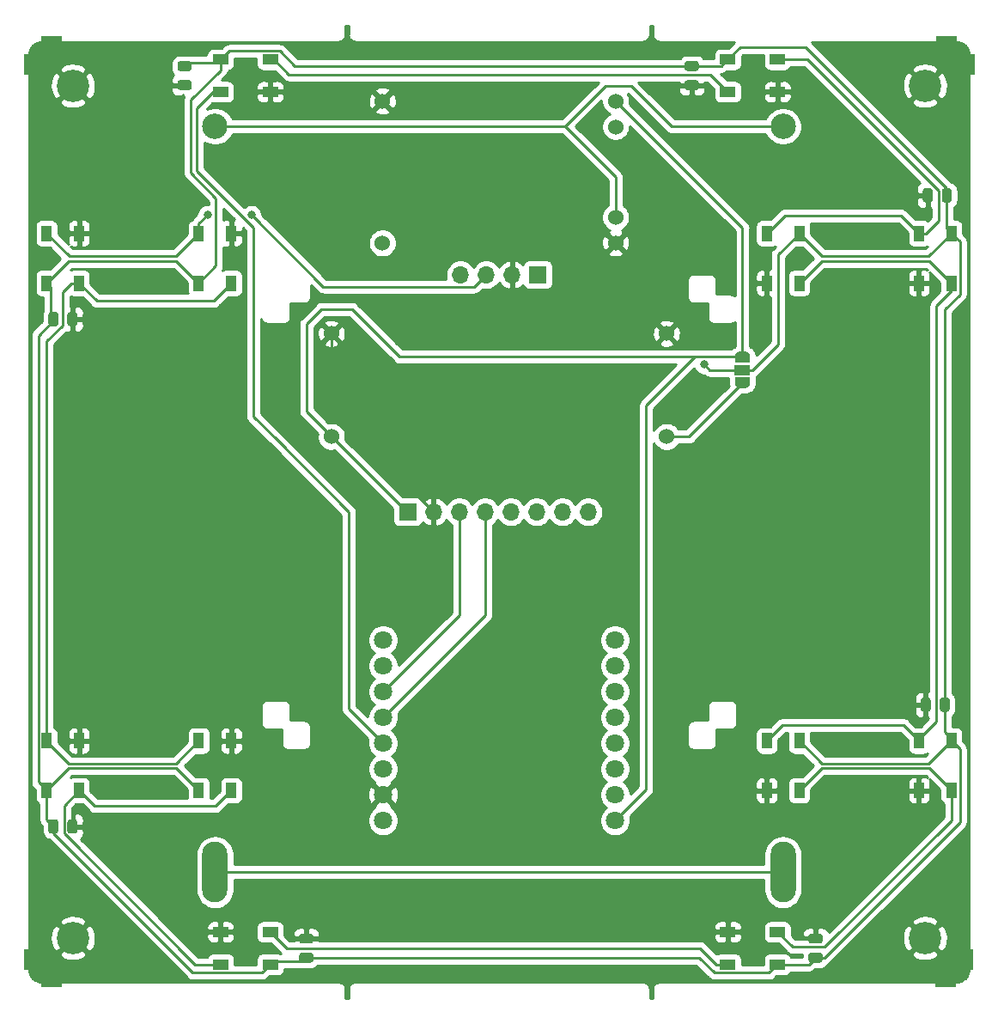
<source format=gbr>
%TF.GenerationSoftware,KiCad,Pcbnew,(5.1.6)-1*%
%TF.CreationDate,2020-10-21T23:40:19+01:00*%
%TF.ProjectId,nyantern,6e79616e-7465-4726-9e2e-6b696361645f,rev?*%
%TF.SameCoordinates,Original*%
%TF.FileFunction,Copper,L1,Top*%
%TF.FilePolarity,Positive*%
%FSLAX46Y46*%
G04 Gerber Fmt 4.6, Leading zero omitted, Abs format (unit mm)*
G04 Created by KiCad (PCBNEW (5.1.6)-1) date 2020-10-21 23:40:19*
%MOMM*%
%LPD*%
G01*
G04 APERTURE LIST*
%TA.AperFunction,SMDPad,CuDef*%
%ADD10R,1.500000X2.000000*%
%TD*%
%TA.AperFunction,SMDPad,CuDef*%
%ADD11R,2.000000X1.500000*%
%TD*%
%TA.AperFunction,SMDPad,CuDef*%
%ADD12R,1.000000X1.500000*%
%TD*%
%TA.AperFunction,ComponentPad*%
%ADD13C,3.200000*%
%TD*%
%TA.AperFunction,ComponentPad*%
%ADD14O,1.700000X1.700000*%
%TD*%
%TA.AperFunction,ComponentPad*%
%ADD15R,1.700000X1.700000*%
%TD*%
%TA.AperFunction,ComponentPad*%
%ADD16C,1.800000*%
%TD*%
%TA.AperFunction,ComponentPad*%
%ADD17C,1.524000*%
%TD*%
%TA.AperFunction,SMDPad,CuDef*%
%ADD18R,1.500000X1.000000*%
%TD*%
%TA.AperFunction,SMDPad,CuDef*%
%ADD19C,0.100000*%
%TD*%
%TA.AperFunction,ComponentPad*%
%ADD20C,2.500000*%
%TD*%
%TA.AperFunction,ComponentPad*%
%ADD21O,2.500000X6.000000*%
%TD*%
%TA.AperFunction,ViaPad*%
%ADD22C,0.800000*%
%TD*%
%TA.AperFunction,Conductor*%
%ADD23C,0.250000*%
%TD*%
%TA.AperFunction,Conductor*%
%ADD24C,0.254000*%
%TD*%
G04 APERTURE END LIST*
D10*
%TO.P,REF\u002A\u002A,1*%
%TO.N,N/C*%
X196000000Y-144100000D03*
%TD*%
D11*
%TO.P,REF\u002A\u002A,1*%
%TO.N,N/C*%
X194000000Y-146100000D03*
%TD*%
%TO.P,REF\u002A\u002A,1*%
%TO.N,N/C*%
X105900000Y-146100000D03*
%TD*%
D10*
%TO.P,REF\u002A\u002A,1*%
%TO.N,N/C*%
X103900000Y-144100000D03*
%TD*%
D11*
%TO.P,REF\u002A\u002A,1*%
%TO.N,N/C*%
X194100000Y-53900000D03*
%TD*%
D10*
%TO.P,REF\u002A\u002A,1*%
%TO.N,N/C*%
X196100000Y-55900000D03*
%TD*%
%TO.P,REF\u002A\u002A,1*%
%TO.N,N/C*%
X103900000Y-55900000D03*
%TD*%
D11*
%TO.P,REF\u002A\u002A,1*%
%TO.N,N/C*%
X105900000Y-53900000D03*
%TD*%
D12*
%TO.P,D8,1*%
%TO.N,Vdrive*%
X120400000Y-77450000D03*
%TO.P,D8,2*%
%TO.N,Net-(D7-Pad4)*%
X123600000Y-77450000D03*
%TO.P,D8,4*%
%TO.N,Net-(D8-Pad4)*%
X120400000Y-72550000D03*
%TO.P,D8,3*%
%TO.N,GND*%
X123600000Y-72550000D03*
%TD*%
%TO.P,D7,1*%
%TO.N,Vdrive*%
X120400000Y-127450000D03*
%TO.P,D7,2*%
%TO.N,Net-(D6-Pad4)*%
X123600000Y-127450000D03*
%TO.P,D7,4*%
%TO.N,Net-(D7-Pad4)*%
X120400000Y-122550000D03*
%TO.P,D7,3*%
%TO.N,GND*%
X123600000Y-122550000D03*
%TD*%
%TO.P,D4,1*%
%TO.N,Vdrive*%
X179600000Y-122550000D03*
%TO.P,D4,2*%
%TO.N,Net-(D3-Pad4)*%
X176400000Y-122550000D03*
%TO.P,D4,4*%
%TO.N,Net-(D4-Pad4)*%
X179600000Y-127450000D03*
%TO.P,D4,3*%
%TO.N,GND*%
X176400000Y-127450000D03*
%TD*%
%TO.P,D3,1*%
%TO.N,Vdrive*%
X179600000Y-72550000D03*
%TO.P,D3,2*%
%TO.N,Net-(D2-Pad4)*%
X176400000Y-72550000D03*
%TO.P,D3,4*%
%TO.N,Net-(D3-Pad4)*%
X179600000Y-77450000D03*
%TO.P,D3,3*%
%TO.N,GND*%
X176400000Y-77450000D03*
%TD*%
D13*
%TO.P,REF\u002A\u002A,1*%
%TO.N,GND*%
X192000000Y-142000000D03*
%TD*%
%TO.P,REF\u002A\u002A,1*%
%TO.N,GND*%
X108000000Y-142000000D03*
%TD*%
%TO.P,REF\u002A\u002A,1*%
%TO.N,GND*%
X108000000Y-58000000D03*
%TD*%
%TO.P,REF\u002A\u002A,1*%
%TO.N,GND*%
X192000000Y-58000000D03*
%TD*%
D14*
%TO.P,U4,8*%
%TO.N,Net-(U4-Pad8)*%
X158780000Y-100000000D03*
%TO.P,U4,7*%
%TO.N,Net-(U4-Pad7)*%
X156240000Y-100000000D03*
%TO.P,U4,6*%
%TO.N,Net-(U4-Pad6)*%
X153700000Y-100000000D03*
%TO.P,U4,5*%
%TO.N,Net-(U4-Pad5)*%
X151160000Y-100000000D03*
%TO.P,U4,4*%
%TO.N,SDA*%
X148620000Y-100000000D03*
%TO.P,U4,3*%
%TO.N,SCL*%
X146080000Y-100000000D03*
%TO.P,U4,2*%
%TO.N,GND*%
X143540000Y-100000000D03*
D15*
%TO.P,U4,1*%
%TO.N,+BATT*%
X141000000Y-100000000D03*
%TD*%
D16*
%TO.P,U3,9*%
%TO.N,Net-(U3-Pad9)*%
X161430000Y-112640000D03*
%TO.P,U3,10*%
%TO.N,Net-(U3-Pad10)*%
X161430000Y-115180000D03*
%TO.P,U3,11*%
%TO.N,Net-(U3-Pad11)*%
X161430000Y-117720000D03*
%TO.P,U3,12*%
%TO.N,Net-(U3-Pad12)*%
X161430000Y-120260000D03*
%TO.P,U3,13*%
%TO.N,Net-(U3-Pad13)*%
X161430000Y-122800000D03*
%TO.P,U3,14*%
%TO.N,Net-(U3-Pad14)*%
X161430000Y-125340000D03*
%TO.P,U3,15*%
%TO.N,Net-(U3-Pad15)*%
X161430000Y-127880000D03*
%TO.P,U3,16*%
%TO.N,+BATT*%
X161430000Y-130420000D03*
%TO.P,U3,1*%
%TO.N,+5V*%
X138570000Y-130420000D03*
%TO.P,U3,2*%
%TO.N,GND*%
X138570000Y-127880000D03*
%TO.P,U3,3*%
%TO.N,Net-(U3-Pad3)*%
X138570000Y-125340000D03*
%TO.P,U3,4*%
%TO.N,SK2812*%
X138570000Y-122800000D03*
%TO.P,U3,5*%
%TO.N,SDA*%
X138570000Y-120260000D03*
%TO.P,U3,6*%
%TO.N,SCL*%
X138570000Y-117720000D03*
%TO.P,U3,7*%
%TO.N,Net-(U3-Pad7)*%
X138570000Y-115180000D03*
%TO.P,U3,8*%
%TO.N,Net-(U3-Pad8)*%
X138570000Y-112640000D03*
%TD*%
D17*
%TO.P,U2,1*%
%TO.N,+BATT*%
X133480000Y-92580000D03*
%TO.P,U2,2*%
%TO.N,GND*%
X133480000Y-82420000D03*
%TO.P,U2,4*%
%TO.N,Net-(JP1-Pad1)*%
X166510000Y-92580000D03*
%TO.P,U2,3*%
%TO.N,GND*%
X166510000Y-82420000D03*
%TD*%
%TO.P,U1,5*%
%TO.N,Net-(BT1-Pad1)*%
X161500000Y-62040000D03*
%TO.P,U1,4*%
%TO.N,Net-(BT1-Pad2)*%
X161500000Y-70960000D03*
%TO.P,U1,3*%
%TO.N,GND*%
X161500000Y-73500000D03*
%TO.P,U1,6*%
%TO.N,+BATT*%
X161500000Y-59500000D03*
%TO.P,U1,2*%
%TO.N,GND*%
X138500000Y-59500000D03*
%TO.P,U1,1*%
%TO.N,+5V*%
X138500000Y-73500000D03*
%TD*%
D18*
%TO.P,JP1,2*%
%TO.N,Vdrive*%
X174000000Y-86000000D03*
%TA.AperFunction,SMDPad,CuDef*%
D19*
%TO.P,JP1,3*%
%TO.N,+BATT*%
G36*
X173250602Y-84700000D02*
G01*
X173250602Y-84675466D01*
X173255412Y-84626635D01*
X173264984Y-84578510D01*
X173279228Y-84531555D01*
X173298005Y-84486222D01*
X173321136Y-84442949D01*
X173348396Y-84402150D01*
X173379524Y-84364221D01*
X173414221Y-84329524D01*
X173452150Y-84298396D01*
X173492949Y-84271136D01*
X173536222Y-84248005D01*
X173581555Y-84229228D01*
X173628510Y-84214984D01*
X173676635Y-84205412D01*
X173725466Y-84200602D01*
X173750000Y-84200602D01*
X173750000Y-84200000D01*
X174250000Y-84200000D01*
X174250000Y-84200602D01*
X174274534Y-84200602D01*
X174323365Y-84205412D01*
X174371490Y-84214984D01*
X174418445Y-84229228D01*
X174463778Y-84248005D01*
X174507051Y-84271136D01*
X174547850Y-84298396D01*
X174585779Y-84329524D01*
X174620476Y-84364221D01*
X174651604Y-84402150D01*
X174678864Y-84442949D01*
X174701995Y-84486222D01*
X174720772Y-84531555D01*
X174735016Y-84578510D01*
X174744588Y-84626635D01*
X174749398Y-84675466D01*
X174749398Y-84700000D01*
X174750000Y-84700000D01*
X174750000Y-85250000D01*
X173250000Y-85250000D01*
X173250000Y-84700000D01*
X173250602Y-84700000D01*
G37*
%TD.AperFunction*%
%TA.AperFunction,SMDPad,CuDef*%
%TO.P,JP1,1*%
%TO.N,Net-(JP1-Pad1)*%
G36*
X174750000Y-86750000D02*
G01*
X174750000Y-87300000D01*
X174749398Y-87300000D01*
X174749398Y-87324534D01*
X174744588Y-87373365D01*
X174735016Y-87421490D01*
X174720772Y-87468445D01*
X174701995Y-87513778D01*
X174678864Y-87557051D01*
X174651604Y-87597850D01*
X174620476Y-87635779D01*
X174585779Y-87670476D01*
X174547850Y-87701604D01*
X174507051Y-87728864D01*
X174463778Y-87751995D01*
X174418445Y-87770772D01*
X174371490Y-87785016D01*
X174323365Y-87794588D01*
X174274534Y-87799398D01*
X174250000Y-87799398D01*
X174250000Y-87800000D01*
X173750000Y-87800000D01*
X173750000Y-87799398D01*
X173725466Y-87799398D01*
X173676635Y-87794588D01*
X173628510Y-87785016D01*
X173581555Y-87770772D01*
X173536222Y-87751995D01*
X173492949Y-87728864D01*
X173452150Y-87701604D01*
X173414221Y-87670476D01*
X173379524Y-87635779D01*
X173348396Y-87597850D01*
X173321136Y-87557051D01*
X173298005Y-87513778D01*
X173279228Y-87468445D01*
X173264984Y-87421490D01*
X173255412Y-87373365D01*
X173250602Y-87324534D01*
X173250602Y-87300000D01*
X173250000Y-87300000D01*
X173250000Y-86750000D01*
X174750000Y-86750000D01*
G37*
%TD.AperFunction*%
%TD*%
%TO.P,C8,2*%
%TO.N,Vdrive*%
%TA.AperFunction,SMDPad,CuDef*%
G36*
G01*
X106550000Y-80543750D02*
X106550000Y-81456250D01*
G75*
G02*
X106306250Y-81700000I-243750J0D01*
G01*
X105818750Y-81700000D01*
G75*
G02*
X105575000Y-81456250I0J243750D01*
G01*
X105575000Y-80543750D01*
G75*
G02*
X105818750Y-80300000I243750J0D01*
G01*
X106306250Y-80300000D01*
G75*
G02*
X106550000Y-80543750I0J-243750D01*
G01*
G37*
%TD.AperFunction*%
%TO.P,C8,1*%
%TO.N,GND*%
%TA.AperFunction,SMDPad,CuDef*%
G36*
G01*
X108425000Y-80543750D02*
X108425000Y-81456250D01*
G75*
G02*
X108181250Y-81700000I-243750J0D01*
G01*
X107693750Y-81700000D01*
G75*
G02*
X107450000Y-81456250I0J243750D01*
G01*
X107450000Y-80543750D01*
G75*
G02*
X107693750Y-80300000I243750J0D01*
G01*
X108181250Y-80300000D01*
G75*
G02*
X108425000Y-80543750I0J-243750D01*
G01*
G37*
%TD.AperFunction*%
%TD*%
%TO.P,C7,2*%
%TO.N,Vdrive*%
%TA.AperFunction,SMDPad,CuDef*%
G36*
G01*
X106550000Y-130543750D02*
X106550000Y-131456250D01*
G75*
G02*
X106306250Y-131700000I-243750J0D01*
G01*
X105818750Y-131700000D01*
G75*
G02*
X105575000Y-131456250I0J243750D01*
G01*
X105575000Y-130543750D01*
G75*
G02*
X105818750Y-130300000I243750J0D01*
G01*
X106306250Y-130300000D01*
G75*
G02*
X106550000Y-130543750I0J-243750D01*
G01*
G37*
%TD.AperFunction*%
%TO.P,C7,1*%
%TO.N,GND*%
%TA.AperFunction,SMDPad,CuDef*%
G36*
G01*
X108425000Y-130543750D02*
X108425000Y-131456250D01*
G75*
G02*
X108181250Y-131700000I-243750J0D01*
G01*
X107693750Y-131700000D01*
G75*
G02*
X107450000Y-131456250I0J243750D01*
G01*
X107450000Y-130543750D01*
G75*
G02*
X107693750Y-130300000I243750J0D01*
G01*
X108181250Y-130300000D01*
G75*
G02*
X108425000Y-130543750I0J-243750D01*
G01*
G37*
%TD.AperFunction*%
%TD*%
%TO.P,C6,2*%
%TO.N,Vdrive*%
%TA.AperFunction,SMDPad,CuDef*%
G36*
G01*
X130543750Y-143450000D02*
X131456250Y-143450000D01*
G75*
G02*
X131700000Y-143693750I0J-243750D01*
G01*
X131700000Y-144181250D01*
G75*
G02*
X131456250Y-144425000I-243750J0D01*
G01*
X130543750Y-144425000D01*
G75*
G02*
X130300000Y-144181250I0J243750D01*
G01*
X130300000Y-143693750D01*
G75*
G02*
X130543750Y-143450000I243750J0D01*
G01*
G37*
%TD.AperFunction*%
%TO.P,C6,1*%
%TO.N,GND*%
%TA.AperFunction,SMDPad,CuDef*%
G36*
G01*
X130543750Y-141575000D02*
X131456250Y-141575000D01*
G75*
G02*
X131700000Y-141818750I0J-243750D01*
G01*
X131700000Y-142306250D01*
G75*
G02*
X131456250Y-142550000I-243750J0D01*
G01*
X130543750Y-142550000D01*
G75*
G02*
X130300000Y-142306250I0J243750D01*
G01*
X130300000Y-141818750D01*
G75*
G02*
X130543750Y-141575000I243750J0D01*
G01*
G37*
%TD.AperFunction*%
%TD*%
%TO.P,C5,2*%
%TO.N,Vdrive*%
%TA.AperFunction,SMDPad,CuDef*%
G36*
G01*
X180743750Y-143450000D02*
X181656250Y-143450000D01*
G75*
G02*
X181900000Y-143693750I0J-243750D01*
G01*
X181900000Y-144181250D01*
G75*
G02*
X181656250Y-144425000I-243750J0D01*
G01*
X180743750Y-144425000D01*
G75*
G02*
X180500000Y-144181250I0J243750D01*
G01*
X180500000Y-143693750D01*
G75*
G02*
X180743750Y-143450000I243750J0D01*
G01*
G37*
%TD.AperFunction*%
%TO.P,C5,1*%
%TO.N,GND*%
%TA.AperFunction,SMDPad,CuDef*%
G36*
G01*
X180743750Y-141575000D02*
X181656250Y-141575000D01*
G75*
G02*
X181900000Y-141818750I0J-243750D01*
G01*
X181900000Y-142306250D01*
G75*
G02*
X181656250Y-142550000I-243750J0D01*
G01*
X180743750Y-142550000D01*
G75*
G02*
X180500000Y-142306250I0J243750D01*
G01*
X180500000Y-141818750D01*
G75*
G02*
X180743750Y-141575000I243750J0D01*
G01*
G37*
%TD.AperFunction*%
%TD*%
%TO.P,C4,2*%
%TO.N,Vdrive*%
%TA.AperFunction,SMDPad,CuDef*%
G36*
G01*
X193450000Y-119456250D02*
X193450000Y-118543750D01*
G75*
G02*
X193693750Y-118300000I243750J0D01*
G01*
X194181250Y-118300000D01*
G75*
G02*
X194425000Y-118543750I0J-243750D01*
G01*
X194425000Y-119456250D01*
G75*
G02*
X194181250Y-119700000I-243750J0D01*
G01*
X193693750Y-119700000D01*
G75*
G02*
X193450000Y-119456250I0J243750D01*
G01*
G37*
%TD.AperFunction*%
%TO.P,C4,1*%
%TO.N,GND*%
%TA.AperFunction,SMDPad,CuDef*%
G36*
G01*
X191575000Y-119456250D02*
X191575000Y-118543750D01*
G75*
G02*
X191818750Y-118300000I243750J0D01*
G01*
X192306250Y-118300000D01*
G75*
G02*
X192550000Y-118543750I0J-243750D01*
G01*
X192550000Y-119456250D01*
G75*
G02*
X192306250Y-119700000I-243750J0D01*
G01*
X191818750Y-119700000D01*
G75*
G02*
X191575000Y-119456250I0J243750D01*
G01*
G37*
%TD.AperFunction*%
%TD*%
%TO.P,C3,2*%
%TO.N,Vdrive*%
%TA.AperFunction,SMDPad,CuDef*%
G36*
G01*
X193650000Y-69256250D02*
X193650000Y-68343750D01*
G75*
G02*
X193893750Y-68100000I243750J0D01*
G01*
X194381250Y-68100000D01*
G75*
G02*
X194625000Y-68343750I0J-243750D01*
G01*
X194625000Y-69256250D01*
G75*
G02*
X194381250Y-69500000I-243750J0D01*
G01*
X193893750Y-69500000D01*
G75*
G02*
X193650000Y-69256250I0J243750D01*
G01*
G37*
%TD.AperFunction*%
%TO.P,C3,1*%
%TO.N,GND*%
%TA.AperFunction,SMDPad,CuDef*%
G36*
G01*
X191775000Y-69256250D02*
X191775000Y-68343750D01*
G75*
G02*
X192018750Y-68100000I243750J0D01*
G01*
X192506250Y-68100000D01*
G75*
G02*
X192750000Y-68343750I0J-243750D01*
G01*
X192750000Y-69256250D01*
G75*
G02*
X192506250Y-69500000I-243750J0D01*
G01*
X192018750Y-69500000D01*
G75*
G02*
X191775000Y-69256250I0J243750D01*
G01*
G37*
%TD.AperFunction*%
%TD*%
%TO.P,C2,2*%
%TO.N,Vdrive*%
%TA.AperFunction,SMDPad,CuDef*%
G36*
G01*
X169456250Y-56550000D02*
X168543750Y-56550000D01*
G75*
G02*
X168300000Y-56306250I0J243750D01*
G01*
X168300000Y-55818750D01*
G75*
G02*
X168543750Y-55575000I243750J0D01*
G01*
X169456250Y-55575000D01*
G75*
G02*
X169700000Y-55818750I0J-243750D01*
G01*
X169700000Y-56306250D01*
G75*
G02*
X169456250Y-56550000I-243750J0D01*
G01*
G37*
%TD.AperFunction*%
%TO.P,C2,1*%
%TO.N,GND*%
%TA.AperFunction,SMDPad,CuDef*%
G36*
G01*
X169456250Y-58425000D02*
X168543750Y-58425000D01*
G75*
G02*
X168300000Y-58181250I0J243750D01*
G01*
X168300000Y-57693750D01*
G75*
G02*
X168543750Y-57450000I243750J0D01*
G01*
X169456250Y-57450000D01*
G75*
G02*
X169700000Y-57693750I0J-243750D01*
G01*
X169700000Y-58181250D01*
G75*
G02*
X169456250Y-58425000I-243750J0D01*
G01*
G37*
%TD.AperFunction*%
%TD*%
%TO.P,C1,2*%
%TO.N,Vdrive*%
%TA.AperFunction,SMDPad,CuDef*%
G36*
G01*
X119456250Y-56550000D02*
X118543750Y-56550000D01*
G75*
G02*
X118300000Y-56306250I0J243750D01*
G01*
X118300000Y-55818750D01*
G75*
G02*
X118543750Y-55575000I243750J0D01*
G01*
X119456250Y-55575000D01*
G75*
G02*
X119700000Y-55818750I0J-243750D01*
G01*
X119700000Y-56306250D01*
G75*
G02*
X119456250Y-56550000I-243750J0D01*
G01*
G37*
%TD.AperFunction*%
%TO.P,C1,1*%
%TO.N,GND*%
%TA.AperFunction,SMDPad,CuDef*%
G36*
G01*
X119456250Y-58425000D02*
X118543750Y-58425000D01*
G75*
G02*
X118300000Y-58181250I0J243750D01*
G01*
X118300000Y-57693750D01*
G75*
G02*
X118543750Y-57450000I243750J0D01*
G01*
X119456250Y-57450000D01*
G75*
G02*
X119700000Y-57693750I0J-243750D01*
G01*
X119700000Y-58181250D01*
G75*
G02*
X119456250Y-58425000I-243750J0D01*
G01*
G37*
%TD.AperFunction*%
%TD*%
D12*
%TO.P,D8,3*%
%TO.N,GND*%
X108600000Y-72550000D03*
%TO.P,D8,4*%
%TO.N,Net-(D8-Pad4)*%
X105400000Y-72550000D03*
%TO.P,D8,2*%
%TO.N,Net-(D7-Pad4)*%
X108600000Y-77450000D03*
%TO.P,D8,1*%
%TO.N,Vdrive*%
X105400000Y-77450000D03*
%TD*%
%TO.P,D7,3*%
%TO.N,GND*%
X108600000Y-122550000D03*
%TO.P,D7,4*%
%TO.N,Net-(D7-Pad4)*%
X105400000Y-122550000D03*
%TO.P,D7,2*%
%TO.N,Net-(D6-Pad4)*%
X108600000Y-127450000D03*
%TO.P,D7,1*%
%TO.N,Vdrive*%
X105400000Y-127450000D03*
%TD*%
D18*
%TO.P,D6,3*%
%TO.N,GND*%
X122550000Y-141400000D03*
%TO.P,D6,4*%
%TO.N,Net-(D6-Pad4)*%
X122550000Y-144600000D03*
%TO.P,D6,2*%
%TO.N,Net-(D5-Pad4)*%
X127450000Y-141400000D03*
%TO.P,D6,1*%
%TO.N,Vdrive*%
X127450000Y-144600000D03*
%TD*%
%TO.P,D5,3*%
%TO.N,GND*%
X172550000Y-141400000D03*
%TO.P,D5,4*%
%TO.N,Net-(D5-Pad4)*%
X172550000Y-144600000D03*
%TO.P,D5,2*%
%TO.N,Net-(D4-Pad4)*%
X177450000Y-141400000D03*
%TO.P,D5,1*%
%TO.N,Vdrive*%
X177450000Y-144600000D03*
%TD*%
D12*
%TO.P,D4,3*%
%TO.N,GND*%
X191400000Y-127450000D03*
%TO.P,D4,4*%
%TO.N,Net-(D4-Pad4)*%
X194600000Y-127450000D03*
%TO.P,D4,2*%
%TO.N,Net-(D3-Pad4)*%
X191400000Y-122550000D03*
%TO.P,D4,1*%
%TO.N,Vdrive*%
X194600000Y-122550000D03*
%TD*%
%TO.P,D3,3*%
%TO.N,GND*%
X191400000Y-77450000D03*
%TO.P,D3,4*%
%TO.N,Net-(D3-Pad4)*%
X194600000Y-77450000D03*
%TO.P,D3,2*%
%TO.N,Net-(D2-Pad4)*%
X191400000Y-72550000D03*
%TO.P,D3,1*%
%TO.N,Vdrive*%
X194600000Y-72550000D03*
%TD*%
D18*
%TO.P,D2,3*%
%TO.N,GND*%
X177450000Y-58600000D03*
%TO.P,D2,4*%
%TO.N,Net-(D2-Pad4)*%
X177450000Y-55400000D03*
%TO.P,D2,2*%
%TO.N,Net-(D1-Pad4)*%
X172550000Y-58600000D03*
%TO.P,D2,1*%
%TO.N,Vdrive*%
X172550000Y-55400000D03*
%TD*%
%TO.P,D1,3*%
%TO.N,GND*%
X127450000Y-58600000D03*
%TO.P,D1,4*%
%TO.N,Net-(D1-Pad4)*%
X127450000Y-55400000D03*
%TO.P,D1,2*%
%TO.N,SK2812*%
X122550000Y-58600000D03*
%TO.P,D1,1*%
%TO.N,Vdrive*%
X122550000Y-55400000D03*
%TD*%
D20*
%TO.P,BT2,2*%
%TO.N,Net-(BT1-Pad2)*%
X122000000Y-62000000D03*
D21*
%TO.P,BT2,1*%
%TO.N,Net-(BT1-Pad1)*%
X122000000Y-135500000D03*
%TD*%
D20*
%TO.P,BT1,2*%
%TO.N,Net-(BT1-Pad2)*%
X178000000Y-62000000D03*
D21*
%TO.P,BT1,1*%
%TO.N,Net-(BT1-Pad1)*%
X178000000Y-135500000D03*
%TD*%
D15*
%TO.P,J1,1*%
%TO.N,Vdrive*%
X153820000Y-76620000D03*
D14*
%TO.P,J1,2*%
%TO.N,GND*%
X151280000Y-76620000D03*
%TO.P,J1,3*%
%TO.N,Net-(D8-Pad4)*%
X148740000Y-76620000D03*
%TO.P,J1,4*%
%TO.N,Net-(J1-Pad4)*%
X146200000Y-76620000D03*
%TD*%
D22*
%TO.N,Net-(D8-Pad4)*%
X121270000Y-70700000D03*
X125590000Y-70720000D03*
%TO.N,Vdrive*%
X170220000Y-85480000D03*
%TO.N,GND*%
X114200000Y-77200000D03*
X113800000Y-127000000D03*
X185400000Y-123000000D03*
X185200000Y-72800000D03*
X182000000Y-65500000D03*
X170000000Y-88000000D03*
%TD*%
D23*
%TO.N,Net-(BT1-Pad2)*%
X167000000Y-62000000D02*
X178000000Y-62000000D01*
X163000000Y-58000000D02*
X167000000Y-62000000D01*
X160500000Y-58000000D02*
X163000000Y-58000000D01*
X156500000Y-62000000D02*
X160500000Y-58000000D01*
X122000000Y-62000000D02*
X156500000Y-62000000D01*
X161500000Y-70960000D02*
X161500000Y-67000000D01*
X161500000Y-67000000D02*
X156500000Y-62000000D01*
%TO.N,Net-(BT1-Pad1)*%
X122000000Y-135500000D02*
X178000000Y-135500000D01*
%TO.N,Net-(D1-Pad4)*%
X170825010Y-56875010D02*
X172550000Y-58600000D01*
X129275010Y-56875010D02*
X170825010Y-56875010D01*
X127800000Y-55400000D02*
X129275010Y-56875010D01*
X127450000Y-55400000D02*
X127800000Y-55400000D01*
%TO.N,Net-(D2-Pad4)*%
X193324990Y-68358140D02*
X193324990Y-71324990D01*
X180366850Y-55400000D02*
X193324990Y-68358140D01*
X177450000Y-55400000D02*
X180366850Y-55400000D01*
X192099980Y-72550000D02*
X191400000Y-72550000D01*
X193324990Y-71324990D02*
X192099980Y-72550000D01*
X189650000Y-70800000D02*
X191400000Y-72550000D01*
X178150000Y-70800000D02*
X189650000Y-70800000D01*
X176400000Y-72550000D02*
X178150000Y-70800000D01*
%TO.N,Net-(D3-Pad4)*%
X189850000Y-121000000D02*
X191400000Y-122550000D01*
X177950000Y-121000000D02*
X189850000Y-121000000D01*
X176400000Y-122550000D02*
X177950000Y-121000000D01*
X194600000Y-78200000D02*
X194600000Y-77450000D01*
X193124990Y-79675010D02*
X194600000Y-78200000D01*
X193124990Y-120675010D02*
X193124990Y-79675010D01*
X191400000Y-122400000D02*
X193124990Y-120675010D01*
X191400000Y-122550000D02*
X191400000Y-122400000D01*
X179600000Y-77450000D02*
X181799989Y-75250011D01*
X181799989Y-75250011D02*
X192400011Y-75250011D01*
X192400011Y-75250011D02*
X194600000Y-77450000D01*
%TO.N,Net-(D4-Pad4)*%
X194600000Y-130400000D02*
X194600000Y-127450000D01*
X182124990Y-142875010D02*
X194600000Y-130400000D01*
X178925010Y-142875010D02*
X182124990Y-142875010D01*
X177450000Y-141400000D02*
X178925010Y-142875010D01*
X179600000Y-127450000D02*
X181799989Y-125250011D01*
X181799989Y-125250011D02*
X192400011Y-125250011D01*
X192400011Y-125250011D02*
X194600000Y-127450000D01*
%TO.N,Net-(D5-Pad4)*%
X171400000Y-144600000D02*
X172550000Y-144600000D01*
X169800000Y-143000000D02*
X171400000Y-144600000D01*
X129050000Y-143000000D02*
X169800000Y-143000000D01*
X127450000Y-141400000D02*
X129050000Y-143000000D01*
%TO.N,Net-(D6-Pad4)*%
X107124990Y-131691840D02*
X107124990Y-128925010D01*
X120033150Y-144600000D02*
X107124990Y-131691840D01*
X107124990Y-128925010D02*
X108600000Y-127450000D01*
X122550000Y-144600000D02*
X120033150Y-144600000D01*
X122050000Y-129000000D02*
X123600000Y-127450000D01*
X110150000Y-129000000D02*
X122050000Y-129000000D01*
X108600000Y-127450000D02*
X110150000Y-129000000D01*
%TO.N,Net-(D7-Pad4)*%
X105400000Y-83200000D02*
X105400000Y-122550000D01*
X107000000Y-81600000D02*
X105400000Y-83200000D01*
X107000000Y-78300000D02*
X107000000Y-81600000D01*
X107850000Y-77450000D02*
X107000000Y-78300000D01*
X108600000Y-77450000D02*
X107850000Y-77450000D01*
X121850000Y-79200000D02*
X123600000Y-77450000D01*
X110350000Y-79200000D02*
X121850000Y-79200000D01*
X108600000Y-77450000D02*
X110350000Y-79200000D01*
X107600000Y-124800000D02*
X118150000Y-124800000D01*
X105400000Y-122600000D02*
X107600000Y-124800000D01*
X118150000Y-124800000D02*
X120400000Y-122550000D01*
X105400000Y-122550000D02*
X105400000Y-122600000D01*
%TO.N,Net-(D8-Pad4)*%
X118150000Y-74800000D02*
X120400000Y-72550000D01*
X105400000Y-72550000D02*
X107650000Y-74800000D01*
X107650000Y-74800000D02*
X118150000Y-74800000D01*
X120400000Y-72550000D02*
X120400000Y-71570000D01*
X120400000Y-71570000D02*
X121270000Y-70700000D01*
X147564999Y-77795001D02*
X148740000Y-76620000D01*
X132665001Y-77795001D02*
X147564999Y-77795001D01*
X125590000Y-70720000D02*
X132665001Y-77795001D01*
%TO.N,Vdrive*%
X180537500Y-144600000D02*
X181200000Y-143937500D01*
X177450000Y-144600000D02*
X180537500Y-144600000D01*
X194137500Y-72087500D02*
X194600000Y-72550000D01*
X194137500Y-68800000D02*
X194137500Y-72087500D01*
X171887500Y-56062500D02*
X172550000Y-55400000D01*
X169000000Y-56062500D02*
X171887500Y-56062500D01*
X195425001Y-73375001D02*
X194600000Y-72550000D01*
X195425001Y-78574999D02*
X195425001Y-73375001D01*
X193937500Y-80062500D02*
X195425001Y-78574999D01*
X193937500Y-119000000D02*
X193937500Y-80062500D01*
X129862500Y-56062500D02*
X169000000Y-56062500D01*
X128374999Y-54574999D02*
X129862500Y-56062500D01*
X123375001Y-54574999D02*
X128374999Y-54574999D01*
X122550000Y-55400000D02*
X123375001Y-54574999D01*
X173750000Y-54200000D02*
X172550000Y-55400000D01*
X180237500Y-54200000D02*
X173750000Y-54200000D01*
X194137500Y-68100000D02*
X180237500Y-54200000D01*
X194137500Y-68800000D02*
X194137500Y-68100000D01*
X176624999Y-145425001D02*
X177450000Y-144600000D01*
X169737500Y-143937500D02*
X171225001Y-145425001D01*
X131000000Y-143937500D02*
X169737500Y-143937500D01*
X171225001Y-145425001D02*
X176624999Y-145425001D01*
X130637500Y-144300000D02*
X131000000Y-143937500D01*
X127900000Y-144300000D02*
X130637500Y-144300000D01*
X127600000Y-144600000D02*
X127900000Y-144300000D01*
X105400000Y-130337500D02*
X106062500Y-131000000D01*
X105400000Y-127450000D02*
X105400000Y-130337500D01*
X126624999Y-145425001D02*
X127450000Y-144600000D01*
X119787501Y-145425001D02*
X126624999Y-145425001D01*
X106062500Y-131700000D02*
X119787501Y-145425001D01*
X106062500Y-131000000D02*
X106062500Y-131700000D01*
X105800000Y-80737500D02*
X106062500Y-81000000D01*
X105800000Y-77850000D02*
X105800000Y-80737500D01*
X105400000Y-77450000D02*
X105800000Y-77850000D01*
X104574999Y-126624999D02*
X105400000Y-127450000D01*
X104574999Y-82625001D02*
X104574999Y-126624999D01*
X106062500Y-81137500D02*
X104574999Y-82625001D01*
X106062500Y-81000000D02*
X106062500Y-81137500D01*
X195425001Y-130574999D02*
X182062500Y-143937500D01*
X195425001Y-123375001D02*
X195425001Y-130574999D01*
X182062500Y-143937500D02*
X181200000Y-143937500D01*
X194600000Y-122550000D02*
X195425001Y-123375001D01*
X122250000Y-55700000D02*
X122550000Y-55400000D01*
X119362500Y-55700000D02*
X122250000Y-55700000D01*
X119000000Y-56062500D02*
X119362500Y-55700000D01*
X107599989Y-75250011D02*
X118200011Y-75250011D01*
X105400000Y-77450000D02*
X107599989Y-75250011D01*
X118200011Y-75250011D02*
X120400000Y-77450000D01*
X107599989Y-125250011D02*
X105400000Y-127450000D01*
X120400000Y-127450000D02*
X118200011Y-125250011D01*
X118200011Y-125250011D02*
X107599989Y-125250011D01*
X192350000Y-124800000D02*
X194600000Y-122550000D01*
X181850000Y-124800000D02*
X192350000Y-124800000D01*
X179600000Y-122550000D02*
X181850000Y-124800000D01*
X194600000Y-122325000D02*
X194600000Y-122550000D01*
X193937500Y-121662500D02*
X194600000Y-122325000D01*
X193937500Y-119000000D02*
X193937500Y-121662500D01*
X179600000Y-72550000D02*
X181850000Y-74800000D01*
X192350000Y-74800000D02*
X194600000Y-72550000D01*
X181850000Y-74800000D02*
X192350000Y-74800000D01*
X122100000Y-75750000D02*
X120400000Y-77450000D01*
X122100000Y-69100000D02*
X122100000Y-75750000D01*
X119600000Y-66600000D02*
X122100000Y-69100000D01*
X119600000Y-59400000D02*
X119600000Y-66600000D01*
X122550000Y-56450000D02*
X119600000Y-59400000D01*
X122550000Y-55400000D02*
X122550000Y-56450000D01*
X177500000Y-74650000D02*
X179600000Y-72550000D01*
X177500000Y-83500000D02*
X177500000Y-74650000D01*
X175000000Y-86000000D02*
X177500000Y-83500000D01*
X174000000Y-86000000D02*
X175000000Y-86000000D01*
X174000000Y-86000000D02*
X170740000Y-86000000D01*
X170740000Y-86000000D02*
X170220000Y-85480000D01*
%TO.N,GND*%
X133480000Y-89940000D02*
X143540000Y-100000000D01*
X133480000Y-82420000D02*
X133480000Y-89940000D01*
%TO.N,SK2812*%
X135200000Y-119430000D02*
X138570000Y-122800000D01*
X120200000Y-60200000D02*
X120200000Y-66400000D01*
X121800000Y-58600000D02*
X120200000Y-60200000D01*
X135200000Y-100000000D02*
X135200000Y-119430000D01*
X122550000Y-58600000D02*
X121800000Y-58600000D01*
X128125000Y-92925000D02*
X135200000Y-100000000D01*
X128125000Y-92925000D02*
X125800000Y-90600000D01*
X128000000Y-92800000D02*
X128125000Y-92925000D01*
X125800000Y-90600000D02*
X125800000Y-72000000D01*
X120200000Y-66400000D02*
X125800000Y-72000000D01*
%TO.N,+BATT*%
X140900000Y-100000000D02*
X141000000Y-100000000D01*
X133480000Y-92580000D02*
X140900000Y-100000000D01*
X174000000Y-72000000D02*
X174000000Y-84700000D01*
X161500000Y-59500000D02*
X174000000Y-72000000D01*
X131000000Y-90100000D02*
X133480000Y-92580000D01*
X132500000Y-80000000D02*
X131000000Y-81500000D01*
X131000000Y-81500000D02*
X131000000Y-90100000D01*
X135500000Y-80000000D02*
X132500000Y-80000000D01*
X140200000Y-84700000D02*
X135500000Y-80000000D01*
X174000000Y-84700000D02*
X140200000Y-84700000D01*
X164500000Y-89500000D02*
X169300000Y-84700000D01*
X164500000Y-127350000D02*
X164500000Y-89500000D01*
X169300000Y-84700000D02*
X174000000Y-84700000D01*
X161430000Y-130420000D02*
X164500000Y-127350000D01*
%TO.N,Net-(JP1-Pad1)*%
X168720000Y-92580000D02*
X174000000Y-87300000D01*
X166510000Y-92580000D02*
X168720000Y-92580000D01*
%TO.N,SDA*%
X148620000Y-110210000D02*
X138570000Y-120260000D01*
X148620000Y-100000000D02*
X148620000Y-110210000D01*
%TO.N,SCL*%
X146080000Y-110210000D02*
X138570000Y-117720000D01*
X146080000Y-100000000D02*
X146080000Y-110210000D01*
%TD*%
D24*
%TO.N,GND*%
G36*
X135140000Y-52967580D02*
G01*
X135136807Y-53000000D01*
X135149550Y-53129383D01*
X135187290Y-53253793D01*
X135248575Y-53368450D01*
X135304278Y-53436324D01*
X135331052Y-53468948D01*
X135431550Y-53551425D01*
X135546207Y-53612710D01*
X135670617Y-53650450D01*
X135800000Y-53663193D01*
X135832419Y-53660000D01*
X164167581Y-53660000D01*
X164200000Y-53663193D01*
X164232419Y-53660000D01*
X164329383Y-53650450D01*
X164453793Y-53612710D01*
X164568450Y-53551425D01*
X164668948Y-53468948D01*
X164751425Y-53368450D01*
X164812710Y-53253793D01*
X164850450Y-53129383D01*
X164863193Y-53000000D01*
X164860000Y-52967581D01*
X164860000Y-52060000D01*
X165140000Y-52060000D01*
X165140001Y-52967571D01*
X165136807Y-53000000D01*
X165149550Y-53129383D01*
X165187290Y-53253793D01*
X165248575Y-53368450D01*
X165331052Y-53468948D01*
X165431550Y-53551425D01*
X165546207Y-53612710D01*
X165670617Y-53650450D01*
X165767581Y-53660000D01*
X165800000Y-53663193D01*
X165832419Y-53660000D01*
X173209998Y-53660000D01*
X173186201Y-53688997D01*
X172613270Y-54261928D01*
X171800000Y-54261928D01*
X171675518Y-54274188D01*
X171555820Y-54310498D01*
X171445506Y-54369463D01*
X171348815Y-54448815D01*
X171269463Y-54545506D01*
X171210498Y-54655820D01*
X171174188Y-54775518D01*
X171161928Y-54900000D01*
X171161928Y-55302500D01*
X170167845Y-55302500D01*
X170079792Y-55195208D01*
X169946164Y-55085542D01*
X169793709Y-55004053D01*
X169628285Y-54953872D01*
X169456250Y-54936928D01*
X168543750Y-54936928D01*
X168371715Y-54953872D01*
X168206291Y-55004053D01*
X168053836Y-55085542D01*
X167920208Y-55195208D01*
X167832155Y-55302500D01*
X130177302Y-55302500D01*
X128938803Y-54064002D01*
X128915000Y-54034998D01*
X128799275Y-53940025D01*
X128667246Y-53869453D01*
X128523985Y-53825996D01*
X128412332Y-53814999D01*
X128412321Y-53814999D01*
X128374999Y-53811323D01*
X128337677Y-53814999D01*
X123412334Y-53814999D01*
X123375001Y-53811322D01*
X123337668Y-53814999D01*
X123226015Y-53825996D01*
X123082754Y-53869453D01*
X122950725Y-53940025D01*
X122835000Y-54034998D01*
X122811202Y-54063997D01*
X122613270Y-54261928D01*
X121800000Y-54261928D01*
X121675518Y-54274188D01*
X121555820Y-54310498D01*
X121445506Y-54369463D01*
X121348815Y-54448815D01*
X121269463Y-54545506D01*
X121210498Y-54655820D01*
X121174188Y-54775518D01*
X121161928Y-54900000D01*
X121161928Y-54940000D01*
X119487440Y-54940000D01*
X119456250Y-54936928D01*
X119368631Y-54936928D01*
X119362499Y-54936324D01*
X119356367Y-54936928D01*
X118543750Y-54936928D01*
X118371715Y-54953872D01*
X118206291Y-55004053D01*
X118053836Y-55085542D01*
X117920208Y-55195208D01*
X117810542Y-55328836D01*
X117729053Y-55481291D01*
X117678872Y-55646715D01*
X117661928Y-55818750D01*
X117661928Y-56306250D01*
X117678872Y-56478285D01*
X117729053Y-56643709D01*
X117810542Y-56796164D01*
X117920208Y-56929792D01*
X117926564Y-56935008D01*
X117848815Y-56998815D01*
X117769463Y-57095506D01*
X117710498Y-57205820D01*
X117674188Y-57325518D01*
X117661928Y-57450000D01*
X117665000Y-57651750D01*
X117823750Y-57810500D01*
X118873000Y-57810500D01*
X118873000Y-57790500D01*
X119127000Y-57790500D01*
X119127000Y-57810500D01*
X119147000Y-57810500D01*
X119147000Y-58064500D01*
X119127000Y-58064500D01*
X119127000Y-58084500D01*
X118873000Y-58084500D01*
X118873000Y-58064500D01*
X117823750Y-58064500D01*
X117665000Y-58223250D01*
X117661928Y-58425000D01*
X117674188Y-58549482D01*
X117710498Y-58669180D01*
X117769463Y-58779494D01*
X117848815Y-58876185D01*
X117945506Y-58955537D01*
X118055820Y-59014502D01*
X118175518Y-59050812D01*
X118300000Y-59063072D01*
X118714250Y-59060000D01*
X118872998Y-58901252D01*
X118872998Y-59060000D01*
X118919979Y-59060000D01*
X118894454Y-59107754D01*
X118850997Y-59251015D01*
X118840000Y-59362668D01*
X118840000Y-59362678D01*
X118836324Y-59400000D01*
X118840000Y-59437323D01*
X118840001Y-66562668D01*
X118836324Y-66600000D01*
X118850998Y-66748985D01*
X118894454Y-66892246D01*
X118965026Y-67024276D01*
X119036201Y-67111002D01*
X119060000Y-67140001D01*
X119088998Y-67163799D01*
X121340000Y-69414802D01*
X121340000Y-69665000D01*
X121168061Y-69665000D01*
X120968102Y-69704774D01*
X120779744Y-69782795D01*
X120610226Y-69896063D01*
X120466063Y-70040226D01*
X120352795Y-70209744D01*
X120274774Y-70398102D01*
X120235000Y-70598061D01*
X120235000Y-70660199D01*
X119888998Y-71006201D01*
X119860000Y-71029999D01*
X119836202Y-71058997D01*
X119836201Y-71058998D01*
X119765026Y-71145724D01*
X119744837Y-71183495D01*
X119655820Y-71210498D01*
X119545506Y-71269463D01*
X119448815Y-71348815D01*
X119369463Y-71445506D01*
X119310498Y-71555820D01*
X119274188Y-71675518D01*
X119261928Y-71800000D01*
X119261928Y-72613270D01*
X117835199Y-74040000D01*
X107964802Y-74040000D01*
X107766630Y-73841828D01*
X107855820Y-73889502D01*
X107975518Y-73925812D01*
X108100000Y-73938072D01*
X108314250Y-73935000D01*
X108473000Y-73776250D01*
X108473000Y-72677000D01*
X108727000Y-72677000D01*
X108727000Y-73776250D01*
X108885750Y-73935000D01*
X109100000Y-73938072D01*
X109224482Y-73925812D01*
X109344180Y-73889502D01*
X109454494Y-73830537D01*
X109551185Y-73751185D01*
X109630537Y-73654494D01*
X109689502Y-73544180D01*
X109725812Y-73424482D01*
X109738072Y-73300000D01*
X109735000Y-72835750D01*
X109576250Y-72677000D01*
X108727000Y-72677000D01*
X108473000Y-72677000D01*
X107623750Y-72677000D01*
X107465000Y-72835750D01*
X107461928Y-73300000D01*
X107474188Y-73424482D01*
X107510498Y-73544180D01*
X107558172Y-73633370D01*
X106538072Y-72613271D01*
X106538072Y-71800000D01*
X107461928Y-71800000D01*
X107465000Y-72264250D01*
X107623750Y-72423000D01*
X108473000Y-72423000D01*
X108473000Y-71323750D01*
X108727000Y-71323750D01*
X108727000Y-72423000D01*
X109576250Y-72423000D01*
X109735000Y-72264250D01*
X109738072Y-71800000D01*
X109725812Y-71675518D01*
X109689502Y-71555820D01*
X109630537Y-71445506D01*
X109551185Y-71348815D01*
X109454494Y-71269463D01*
X109344180Y-71210498D01*
X109224482Y-71174188D01*
X109100000Y-71161928D01*
X108885750Y-71165000D01*
X108727000Y-71323750D01*
X108473000Y-71323750D01*
X108314250Y-71165000D01*
X108100000Y-71161928D01*
X107975518Y-71174188D01*
X107855820Y-71210498D01*
X107745506Y-71269463D01*
X107648815Y-71348815D01*
X107569463Y-71445506D01*
X107510498Y-71555820D01*
X107474188Y-71675518D01*
X107461928Y-71800000D01*
X106538072Y-71800000D01*
X106525812Y-71675518D01*
X106489502Y-71555820D01*
X106430537Y-71445506D01*
X106351185Y-71348815D01*
X106254494Y-71269463D01*
X106144180Y-71210498D01*
X106024482Y-71174188D01*
X105900000Y-71161928D01*
X104900000Y-71161928D01*
X104775518Y-71174188D01*
X104655820Y-71210498D01*
X104545506Y-71269463D01*
X104448815Y-71348815D01*
X104369463Y-71445506D01*
X104310498Y-71555820D01*
X104274188Y-71675518D01*
X104261928Y-71800000D01*
X104261928Y-73300000D01*
X104274188Y-73424482D01*
X104310498Y-73544180D01*
X104369463Y-73654494D01*
X104448815Y-73751185D01*
X104545506Y-73830537D01*
X104655820Y-73889502D01*
X104775518Y-73925812D01*
X104900000Y-73938072D01*
X105713271Y-73938072D01*
X106775198Y-75000000D01*
X105713271Y-76061928D01*
X104900000Y-76061928D01*
X104775518Y-76074188D01*
X104655820Y-76110498D01*
X104545506Y-76169463D01*
X104448815Y-76248815D01*
X104369463Y-76345506D01*
X104310498Y-76455820D01*
X104274188Y-76575518D01*
X104261928Y-76700000D01*
X104261928Y-78200000D01*
X104274188Y-78324482D01*
X104310498Y-78444180D01*
X104369463Y-78554494D01*
X104448815Y-78651185D01*
X104545506Y-78730537D01*
X104655820Y-78789502D01*
X104775518Y-78825812D01*
X104900000Y-78838072D01*
X105040000Y-78838072D01*
X105040001Y-80139038D01*
X105004053Y-80206291D01*
X104953872Y-80371715D01*
X104936928Y-80543750D01*
X104936928Y-81188270D01*
X104064002Y-82061197D01*
X104034998Y-82085000D01*
X103993986Y-82134974D01*
X103940025Y-82200725D01*
X103883997Y-82305546D01*
X103869453Y-82332755D01*
X103825996Y-82476016D01*
X103814999Y-82587669D01*
X103814999Y-82587679D01*
X103811323Y-82625001D01*
X103814999Y-82662323D01*
X103815000Y-126587666D01*
X103811323Y-126624999D01*
X103815000Y-126662332D01*
X103818740Y-126700299D01*
X103825997Y-126773984D01*
X103869453Y-126917245D01*
X103940025Y-127049275D01*
X103964591Y-127079208D01*
X104034999Y-127165000D01*
X104063997Y-127188798D01*
X104261928Y-127386729D01*
X104261928Y-128200000D01*
X104274188Y-128324482D01*
X104310498Y-128444180D01*
X104369463Y-128554494D01*
X104448815Y-128651185D01*
X104545506Y-128730537D01*
X104640000Y-128781046D01*
X104640001Y-130300168D01*
X104636324Y-130337500D01*
X104640001Y-130374833D01*
X104650998Y-130486486D01*
X104664180Y-130529942D01*
X104694454Y-130629746D01*
X104765026Y-130761776D01*
X104816319Y-130824276D01*
X104860000Y-130877501D01*
X104888997Y-130901298D01*
X104936928Y-130949229D01*
X104936928Y-131456250D01*
X104953872Y-131628285D01*
X105004053Y-131793709D01*
X105085542Y-131946164D01*
X105195208Y-132079792D01*
X105328836Y-132189458D01*
X105481291Y-132270947D01*
X105592329Y-132304630D01*
X119223702Y-145936004D01*
X119247500Y-145965002D01*
X119276498Y-145988800D01*
X119363225Y-146059975D01*
X119495254Y-146130547D01*
X119638515Y-146174004D01*
X119787501Y-146188678D01*
X119824834Y-146185001D01*
X126587677Y-146185001D01*
X126624999Y-146188677D01*
X126662321Y-146185001D01*
X126662332Y-146185001D01*
X126773985Y-146174004D01*
X126917246Y-146130547D01*
X127049275Y-146059975D01*
X127165000Y-145965002D01*
X127188802Y-145935999D01*
X127386729Y-145738072D01*
X128200000Y-145738072D01*
X128324482Y-145725812D01*
X128444180Y-145689502D01*
X128554494Y-145630537D01*
X128651185Y-145551185D01*
X128730537Y-145454494D01*
X128789502Y-145344180D01*
X128825812Y-145224482D01*
X128838072Y-145100000D01*
X128838072Y-145060000D01*
X130512560Y-145060000D01*
X130543750Y-145063072D01*
X130631368Y-145063072D01*
X130637500Y-145063676D01*
X130643632Y-145063072D01*
X131456250Y-145063072D01*
X131628285Y-145046128D01*
X131793709Y-144995947D01*
X131946164Y-144914458D01*
X132079792Y-144804792D01*
X132167845Y-144697500D01*
X169422699Y-144697500D01*
X170661202Y-145936004D01*
X170685000Y-145965002D01*
X170713998Y-145988800D01*
X170800724Y-146059975D01*
X170885388Y-146105229D01*
X170932754Y-146130547D01*
X171076015Y-146174004D01*
X171187668Y-146185001D01*
X171187677Y-146185001D01*
X171225000Y-146188677D01*
X171262323Y-146185001D01*
X176587677Y-146185001D01*
X176624999Y-146188677D01*
X176662321Y-146185001D01*
X176662332Y-146185001D01*
X176773985Y-146174004D01*
X176917246Y-146130547D01*
X177049275Y-146059975D01*
X177165000Y-145965002D01*
X177188802Y-145935999D01*
X177386729Y-145738072D01*
X178200000Y-145738072D01*
X178324482Y-145725812D01*
X178444180Y-145689502D01*
X178554494Y-145630537D01*
X178651185Y-145551185D01*
X178730537Y-145454494D01*
X178781046Y-145360000D01*
X180500178Y-145360000D01*
X180537500Y-145363676D01*
X180574822Y-145360000D01*
X180574833Y-145360000D01*
X180686486Y-145349003D01*
X180829747Y-145305546D01*
X180961776Y-145234974D01*
X181077501Y-145140001D01*
X181101303Y-145110998D01*
X181149229Y-145063072D01*
X181656250Y-145063072D01*
X181828285Y-145046128D01*
X181993709Y-144995947D01*
X182146164Y-144914458D01*
X182279792Y-144804792D01*
X182389458Y-144671164D01*
X182424383Y-144605824D01*
X182486776Y-144572474D01*
X182602501Y-144477501D01*
X182626304Y-144448497D01*
X183511956Y-143562845D01*
X190616761Y-143562845D01*
X190784802Y-143888643D01*
X191176607Y-144089426D01*
X191600055Y-144209914D01*
X192038873Y-144245476D01*
X192476197Y-144194746D01*
X192895221Y-144059674D01*
X193215198Y-143888643D01*
X193383239Y-143562845D01*
X192000000Y-142179605D01*
X190616761Y-143562845D01*
X183511956Y-143562845D01*
X185035928Y-142038873D01*
X189754524Y-142038873D01*
X189805254Y-142476197D01*
X189940326Y-142895221D01*
X190111357Y-143215198D01*
X190437155Y-143383239D01*
X191820395Y-142000000D01*
X192179605Y-142000000D01*
X193562845Y-143383239D01*
X193888643Y-143215198D01*
X194089426Y-142823393D01*
X194209914Y-142399945D01*
X194245476Y-141961127D01*
X194194746Y-141523803D01*
X194059674Y-141104779D01*
X193888643Y-140784802D01*
X193562845Y-140616761D01*
X192179605Y-142000000D01*
X191820395Y-142000000D01*
X190437155Y-140616761D01*
X190111357Y-140784802D01*
X189910574Y-141176607D01*
X189790086Y-141600055D01*
X189754524Y-142038873D01*
X185035928Y-142038873D01*
X186637646Y-140437155D01*
X190616761Y-140437155D01*
X192000000Y-141820395D01*
X193383239Y-140437155D01*
X193215198Y-140111357D01*
X192823393Y-139910574D01*
X192399945Y-139790086D01*
X191961127Y-139754524D01*
X191523803Y-139805254D01*
X191104779Y-139940326D01*
X190784802Y-140111357D01*
X190616761Y-140437155D01*
X186637646Y-140437155D01*
X195936004Y-131138798D01*
X195965002Y-131115000D01*
X196006015Y-131065026D01*
X196059975Y-130999276D01*
X196130547Y-130867246D01*
X196174004Y-130723985D01*
X196185001Y-130612332D01*
X196185001Y-130612323D01*
X196188677Y-130575000D01*
X196185001Y-130537677D01*
X196185001Y-123412334D01*
X196188678Y-123375001D01*
X196174004Y-123226015D01*
X196130547Y-123082754D01*
X196059975Y-122950725D01*
X195988800Y-122863998D01*
X195965002Y-122835000D01*
X195936005Y-122811203D01*
X195738072Y-122613270D01*
X195738072Y-121800000D01*
X195725812Y-121675518D01*
X195689502Y-121555820D01*
X195630537Y-121445506D01*
X195551185Y-121348815D01*
X195454494Y-121269463D01*
X195344180Y-121210498D01*
X195224482Y-121174188D01*
X195100000Y-121161928D01*
X194697500Y-121161928D01*
X194697500Y-120167845D01*
X194804792Y-120079792D01*
X194914458Y-119946164D01*
X194995947Y-119793709D01*
X195046128Y-119628285D01*
X195063072Y-119456250D01*
X195063072Y-118543750D01*
X195046128Y-118371715D01*
X194995947Y-118206291D01*
X194914458Y-118053836D01*
X194804792Y-117920208D01*
X194697500Y-117832155D01*
X194697500Y-80377301D01*
X195936005Y-79138797D01*
X195965002Y-79115000D01*
X196001426Y-79070617D01*
X196059975Y-78999276D01*
X196130547Y-78867246D01*
X196131593Y-78863799D01*
X196174004Y-78723985D01*
X196185001Y-78612332D01*
X196185001Y-78612323D01*
X196188677Y-78575000D01*
X196185001Y-78537677D01*
X196185001Y-73412334D01*
X196188678Y-73375001D01*
X196174004Y-73226015D01*
X196130547Y-73082754D01*
X196059975Y-72950725D01*
X195988800Y-72863998D01*
X195965002Y-72835000D01*
X195936003Y-72811202D01*
X195738072Y-72613270D01*
X195738072Y-71800000D01*
X195725812Y-71675518D01*
X195689502Y-71555820D01*
X195630537Y-71445506D01*
X195551185Y-71348815D01*
X195454494Y-71269463D01*
X195344180Y-71210498D01*
X195224482Y-71174188D01*
X195100000Y-71161928D01*
X194897500Y-71161928D01*
X194897500Y-69967845D01*
X195004792Y-69879792D01*
X195114458Y-69746164D01*
X195195947Y-69593709D01*
X195246128Y-69428285D01*
X195263072Y-69256250D01*
X195263072Y-68343750D01*
X195246128Y-68171715D01*
X195195947Y-68006291D01*
X195114458Y-67853836D01*
X195004792Y-67720208D01*
X194871164Y-67610542D01*
X194718709Y-67529053D01*
X194607672Y-67495370D01*
X186675147Y-59562845D01*
X190616761Y-59562845D01*
X190784802Y-59888643D01*
X191176607Y-60089426D01*
X191600055Y-60209914D01*
X192038873Y-60245476D01*
X192476197Y-60194746D01*
X192895221Y-60059674D01*
X193215198Y-59888643D01*
X193383239Y-59562845D01*
X192000000Y-58179605D01*
X190616761Y-59562845D01*
X186675147Y-59562845D01*
X185151175Y-58038873D01*
X189754524Y-58038873D01*
X189805254Y-58476197D01*
X189940326Y-58895221D01*
X190111357Y-59215198D01*
X190437155Y-59383239D01*
X191820395Y-58000000D01*
X192179605Y-58000000D01*
X193562845Y-59383239D01*
X193888643Y-59215198D01*
X194089426Y-58823393D01*
X194209914Y-58399945D01*
X194245476Y-57961127D01*
X194194746Y-57523803D01*
X194059674Y-57104779D01*
X193888643Y-56784802D01*
X193562845Y-56616761D01*
X192179605Y-58000000D01*
X191820395Y-58000000D01*
X190437155Y-56616761D01*
X190111357Y-56784802D01*
X189910574Y-57176607D01*
X189790086Y-57600055D01*
X189754524Y-58038873D01*
X185151175Y-58038873D01*
X183549457Y-56437155D01*
X190616761Y-56437155D01*
X192000000Y-57820395D01*
X193383239Y-56437155D01*
X193215198Y-56111357D01*
X192823393Y-55910574D01*
X192399945Y-55790086D01*
X191961127Y-55754524D01*
X191523803Y-55805254D01*
X191104779Y-55940326D01*
X190784802Y-56111357D01*
X190616761Y-56437155D01*
X183549457Y-56437155D01*
X180801304Y-53689003D01*
X180777502Y-53660000D01*
X194967721Y-53660000D01*
X195259659Y-53688625D01*
X195509429Y-53764035D01*
X195739792Y-53886522D01*
X195941980Y-54051422D01*
X196108286Y-54252450D01*
X196232378Y-54481954D01*
X196309531Y-54731195D01*
X196340000Y-55021088D01*
X196340001Y-144967711D01*
X196311375Y-145259660D01*
X196235965Y-145509429D01*
X196113477Y-145739794D01*
X195948579Y-145941979D01*
X195747546Y-146108288D01*
X195518046Y-146232378D01*
X195268805Y-146309531D01*
X194978911Y-146340000D01*
X165832419Y-146340000D01*
X165800000Y-146336807D01*
X165684080Y-146348224D01*
X165670617Y-146349550D01*
X165546207Y-146387290D01*
X165431550Y-146448575D01*
X165331052Y-146531052D01*
X165248575Y-146631550D01*
X165187290Y-146746207D01*
X165149550Y-146870617D01*
X165136807Y-147000000D01*
X165140000Y-147032420D01*
X165140001Y-147940000D01*
X164860000Y-147940000D01*
X164860000Y-147032419D01*
X164863193Y-147000000D01*
X164850450Y-146870617D01*
X164812710Y-146746207D01*
X164751425Y-146631550D01*
X164668948Y-146531052D01*
X164568450Y-146448575D01*
X164453793Y-146387290D01*
X164329383Y-146349550D01*
X164315920Y-146348224D01*
X164200000Y-146336807D01*
X164167581Y-146340000D01*
X135832419Y-146340000D01*
X135800000Y-146336807D01*
X135767581Y-146340000D01*
X135670617Y-146349550D01*
X135546207Y-146387290D01*
X135431550Y-146448575D01*
X135331052Y-146531052D01*
X135248575Y-146631550D01*
X135187290Y-146746207D01*
X135149550Y-146870617D01*
X135136807Y-147000000D01*
X135140001Y-147032429D01*
X135140000Y-147940000D01*
X134860000Y-147940000D01*
X134860000Y-147032419D01*
X134863193Y-147000000D01*
X134850450Y-146870617D01*
X134812710Y-146746207D01*
X134751425Y-146631550D01*
X134668948Y-146531052D01*
X134568450Y-146448575D01*
X134453793Y-146387290D01*
X134329383Y-146349550D01*
X134232419Y-146340000D01*
X134200000Y-146336807D01*
X134167581Y-146340000D01*
X105032279Y-146340000D01*
X104740340Y-146311375D01*
X104490571Y-146235965D01*
X104260206Y-146113477D01*
X104058021Y-145948579D01*
X103891712Y-145747546D01*
X103767622Y-145518046D01*
X103690469Y-145268805D01*
X103660000Y-144978911D01*
X103660000Y-143562845D01*
X106616761Y-143562845D01*
X106784802Y-143888643D01*
X107176607Y-144089426D01*
X107600055Y-144209914D01*
X108038873Y-144245476D01*
X108476197Y-144194746D01*
X108895221Y-144059674D01*
X109215198Y-143888643D01*
X109383239Y-143562845D01*
X108000000Y-142179605D01*
X106616761Y-143562845D01*
X103660000Y-143562845D01*
X103660000Y-142038873D01*
X105754524Y-142038873D01*
X105805254Y-142476197D01*
X105940326Y-142895221D01*
X106111357Y-143215198D01*
X106437155Y-143383239D01*
X107820395Y-142000000D01*
X108179605Y-142000000D01*
X109562845Y-143383239D01*
X109888643Y-143215198D01*
X110089426Y-142823393D01*
X110209914Y-142399945D01*
X110245476Y-141961127D01*
X110194746Y-141523803D01*
X110059674Y-141104779D01*
X109888643Y-140784802D01*
X109562845Y-140616761D01*
X108179605Y-142000000D01*
X107820395Y-142000000D01*
X106437155Y-140616761D01*
X106111357Y-140784802D01*
X105910574Y-141176607D01*
X105790086Y-141600055D01*
X105754524Y-142038873D01*
X103660000Y-142038873D01*
X103660000Y-140437155D01*
X106616761Y-140437155D01*
X108000000Y-141820395D01*
X109383239Y-140437155D01*
X109215198Y-140111357D01*
X108823393Y-139910574D01*
X108399945Y-139790086D01*
X107961127Y-139754524D01*
X107523803Y-139805254D01*
X107104779Y-139940326D01*
X106784802Y-140111357D01*
X106616761Y-140437155D01*
X103660000Y-140437155D01*
X103660000Y-59562845D01*
X106616761Y-59562845D01*
X106784802Y-59888643D01*
X107176607Y-60089426D01*
X107600055Y-60209914D01*
X108038873Y-60245476D01*
X108476197Y-60194746D01*
X108895221Y-60059674D01*
X109215198Y-59888643D01*
X109383239Y-59562845D01*
X108000000Y-58179605D01*
X106616761Y-59562845D01*
X103660000Y-59562845D01*
X103660000Y-58038873D01*
X105754524Y-58038873D01*
X105805254Y-58476197D01*
X105940326Y-58895221D01*
X106111357Y-59215198D01*
X106437155Y-59383239D01*
X107820395Y-58000000D01*
X108179605Y-58000000D01*
X109562845Y-59383239D01*
X109888643Y-59215198D01*
X110089426Y-58823393D01*
X110209914Y-58399945D01*
X110245476Y-57961127D01*
X110194746Y-57523803D01*
X110059674Y-57104779D01*
X109888643Y-56784802D01*
X109562845Y-56616761D01*
X108179605Y-58000000D01*
X107820395Y-58000000D01*
X106437155Y-56616761D01*
X106111357Y-56784802D01*
X105910574Y-57176607D01*
X105790086Y-57600055D01*
X105754524Y-58038873D01*
X103660000Y-58038873D01*
X103660000Y-56437155D01*
X106616761Y-56437155D01*
X108000000Y-57820395D01*
X109383239Y-56437155D01*
X109215198Y-56111357D01*
X108823393Y-55910574D01*
X108399945Y-55790086D01*
X107961127Y-55754524D01*
X107523803Y-55805254D01*
X107104779Y-55940326D01*
X106784802Y-56111357D01*
X106616761Y-56437155D01*
X103660000Y-56437155D01*
X103660000Y-55032279D01*
X103688625Y-54740341D01*
X103764035Y-54490571D01*
X103886522Y-54260208D01*
X104051422Y-54058020D01*
X104252450Y-53891714D01*
X104481954Y-53767622D01*
X104731195Y-53690469D01*
X105021088Y-53660000D01*
X134167581Y-53660000D01*
X134200000Y-53663193D01*
X134232419Y-53660000D01*
X134232430Y-53659999D01*
X134329383Y-53650450D01*
X134453793Y-53612710D01*
X134568450Y-53551425D01*
X134668948Y-53468948D01*
X134751425Y-53368450D01*
X134812710Y-53253793D01*
X134850450Y-53129383D01*
X134860000Y-53032419D01*
X134860000Y-53032418D01*
X134863193Y-53000000D01*
X134860000Y-52967581D01*
X134860000Y-52060000D01*
X135140001Y-52060000D01*
X135140000Y-52967580D01*
G37*
X135140000Y-52967580D02*
X135136807Y-53000000D01*
X135149550Y-53129383D01*
X135187290Y-53253793D01*
X135248575Y-53368450D01*
X135304278Y-53436324D01*
X135331052Y-53468948D01*
X135431550Y-53551425D01*
X135546207Y-53612710D01*
X135670617Y-53650450D01*
X135800000Y-53663193D01*
X135832419Y-53660000D01*
X164167581Y-53660000D01*
X164200000Y-53663193D01*
X164232419Y-53660000D01*
X164329383Y-53650450D01*
X164453793Y-53612710D01*
X164568450Y-53551425D01*
X164668948Y-53468948D01*
X164751425Y-53368450D01*
X164812710Y-53253793D01*
X164850450Y-53129383D01*
X164863193Y-53000000D01*
X164860000Y-52967581D01*
X164860000Y-52060000D01*
X165140000Y-52060000D01*
X165140001Y-52967571D01*
X165136807Y-53000000D01*
X165149550Y-53129383D01*
X165187290Y-53253793D01*
X165248575Y-53368450D01*
X165331052Y-53468948D01*
X165431550Y-53551425D01*
X165546207Y-53612710D01*
X165670617Y-53650450D01*
X165767581Y-53660000D01*
X165800000Y-53663193D01*
X165832419Y-53660000D01*
X173209998Y-53660000D01*
X173186201Y-53688997D01*
X172613270Y-54261928D01*
X171800000Y-54261928D01*
X171675518Y-54274188D01*
X171555820Y-54310498D01*
X171445506Y-54369463D01*
X171348815Y-54448815D01*
X171269463Y-54545506D01*
X171210498Y-54655820D01*
X171174188Y-54775518D01*
X171161928Y-54900000D01*
X171161928Y-55302500D01*
X170167845Y-55302500D01*
X170079792Y-55195208D01*
X169946164Y-55085542D01*
X169793709Y-55004053D01*
X169628285Y-54953872D01*
X169456250Y-54936928D01*
X168543750Y-54936928D01*
X168371715Y-54953872D01*
X168206291Y-55004053D01*
X168053836Y-55085542D01*
X167920208Y-55195208D01*
X167832155Y-55302500D01*
X130177302Y-55302500D01*
X128938803Y-54064002D01*
X128915000Y-54034998D01*
X128799275Y-53940025D01*
X128667246Y-53869453D01*
X128523985Y-53825996D01*
X128412332Y-53814999D01*
X128412321Y-53814999D01*
X128374999Y-53811323D01*
X128337677Y-53814999D01*
X123412334Y-53814999D01*
X123375001Y-53811322D01*
X123337668Y-53814999D01*
X123226015Y-53825996D01*
X123082754Y-53869453D01*
X122950725Y-53940025D01*
X122835000Y-54034998D01*
X122811202Y-54063997D01*
X122613270Y-54261928D01*
X121800000Y-54261928D01*
X121675518Y-54274188D01*
X121555820Y-54310498D01*
X121445506Y-54369463D01*
X121348815Y-54448815D01*
X121269463Y-54545506D01*
X121210498Y-54655820D01*
X121174188Y-54775518D01*
X121161928Y-54900000D01*
X121161928Y-54940000D01*
X119487440Y-54940000D01*
X119456250Y-54936928D01*
X119368631Y-54936928D01*
X119362499Y-54936324D01*
X119356367Y-54936928D01*
X118543750Y-54936928D01*
X118371715Y-54953872D01*
X118206291Y-55004053D01*
X118053836Y-55085542D01*
X117920208Y-55195208D01*
X117810542Y-55328836D01*
X117729053Y-55481291D01*
X117678872Y-55646715D01*
X117661928Y-55818750D01*
X117661928Y-56306250D01*
X117678872Y-56478285D01*
X117729053Y-56643709D01*
X117810542Y-56796164D01*
X117920208Y-56929792D01*
X117926564Y-56935008D01*
X117848815Y-56998815D01*
X117769463Y-57095506D01*
X117710498Y-57205820D01*
X117674188Y-57325518D01*
X117661928Y-57450000D01*
X117665000Y-57651750D01*
X117823750Y-57810500D01*
X118873000Y-57810500D01*
X118873000Y-57790500D01*
X119127000Y-57790500D01*
X119127000Y-57810500D01*
X119147000Y-57810500D01*
X119147000Y-58064500D01*
X119127000Y-58064500D01*
X119127000Y-58084500D01*
X118873000Y-58084500D01*
X118873000Y-58064500D01*
X117823750Y-58064500D01*
X117665000Y-58223250D01*
X117661928Y-58425000D01*
X117674188Y-58549482D01*
X117710498Y-58669180D01*
X117769463Y-58779494D01*
X117848815Y-58876185D01*
X117945506Y-58955537D01*
X118055820Y-59014502D01*
X118175518Y-59050812D01*
X118300000Y-59063072D01*
X118714250Y-59060000D01*
X118872998Y-58901252D01*
X118872998Y-59060000D01*
X118919979Y-59060000D01*
X118894454Y-59107754D01*
X118850997Y-59251015D01*
X118840000Y-59362668D01*
X118840000Y-59362678D01*
X118836324Y-59400000D01*
X118840000Y-59437323D01*
X118840001Y-66562668D01*
X118836324Y-66600000D01*
X118850998Y-66748985D01*
X118894454Y-66892246D01*
X118965026Y-67024276D01*
X119036201Y-67111002D01*
X119060000Y-67140001D01*
X119088998Y-67163799D01*
X121340000Y-69414802D01*
X121340000Y-69665000D01*
X121168061Y-69665000D01*
X120968102Y-69704774D01*
X120779744Y-69782795D01*
X120610226Y-69896063D01*
X120466063Y-70040226D01*
X120352795Y-70209744D01*
X120274774Y-70398102D01*
X120235000Y-70598061D01*
X120235000Y-70660199D01*
X119888998Y-71006201D01*
X119860000Y-71029999D01*
X119836202Y-71058997D01*
X119836201Y-71058998D01*
X119765026Y-71145724D01*
X119744837Y-71183495D01*
X119655820Y-71210498D01*
X119545506Y-71269463D01*
X119448815Y-71348815D01*
X119369463Y-71445506D01*
X119310498Y-71555820D01*
X119274188Y-71675518D01*
X119261928Y-71800000D01*
X119261928Y-72613270D01*
X117835199Y-74040000D01*
X107964802Y-74040000D01*
X107766630Y-73841828D01*
X107855820Y-73889502D01*
X107975518Y-73925812D01*
X108100000Y-73938072D01*
X108314250Y-73935000D01*
X108473000Y-73776250D01*
X108473000Y-72677000D01*
X108727000Y-72677000D01*
X108727000Y-73776250D01*
X108885750Y-73935000D01*
X109100000Y-73938072D01*
X109224482Y-73925812D01*
X109344180Y-73889502D01*
X109454494Y-73830537D01*
X109551185Y-73751185D01*
X109630537Y-73654494D01*
X109689502Y-73544180D01*
X109725812Y-73424482D01*
X109738072Y-73300000D01*
X109735000Y-72835750D01*
X109576250Y-72677000D01*
X108727000Y-72677000D01*
X108473000Y-72677000D01*
X107623750Y-72677000D01*
X107465000Y-72835750D01*
X107461928Y-73300000D01*
X107474188Y-73424482D01*
X107510498Y-73544180D01*
X107558172Y-73633370D01*
X106538072Y-72613271D01*
X106538072Y-71800000D01*
X107461928Y-71800000D01*
X107465000Y-72264250D01*
X107623750Y-72423000D01*
X108473000Y-72423000D01*
X108473000Y-71323750D01*
X108727000Y-71323750D01*
X108727000Y-72423000D01*
X109576250Y-72423000D01*
X109735000Y-72264250D01*
X109738072Y-71800000D01*
X109725812Y-71675518D01*
X109689502Y-71555820D01*
X109630537Y-71445506D01*
X109551185Y-71348815D01*
X109454494Y-71269463D01*
X109344180Y-71210498D01*
X109224482Y-71174188D01*
X109100000Y-71161928D01*
X108885750Y-71165000D01*
X108727000Y-71323750D01*
X108473000Y-71323750D01*
X108314250Y-71165000D01*
X108100000Y-71161928D01*
X107975518Y-71174188D01*
X107855820Y-71210498D01*
X107745506Y-71269463D01*
X107648815Y-71348815D01*
X107569463Y-71445506D01*
X107510498Y-71555820D01*
X107474188Y-71675518D01*
X107461928Y-71800000D01*
X106538072Y-71800000D01*
X106525812Y-71675518D01*
X106489502Y-71555820D01*
X106430537Y-71445506D01*
X106351185Y-71348815D01*
X106254494Y-71269463D01*
X106144180Y-71210498D01*
X106024482Y-71174188D01*
X105900000Y-71161928D01*
X104900000Y-71161928D01*
X104775518Y-71174188D01*
X104655820Y-71210498D01*
X104545506Y-71269463D01*
X104448815Y-71348815D01*
X104369463Y-71445506D01*
X104310498Y-71555820D01*
X104274188Y-71675518D01*
X104261928Y-71800000D01*
X104261928Y-73300000D01*
X104274188Y-73424482D01*
X104310498Y-73544180D01*
X104369463Y-73654494D01*
X104448815Y-73751185D01*
X104545506Y-73830537D01*
X104655820Y-73889502D01*
X104775518Y-73925812D01*
X104900000Y-73938072D01*
X105713271Y-73938072D01*
X106775198Y-75000000D01*
X105713271Y-76061928D01*
X104900000Y-76061928D01*
X104775518Y-76074188D01*
X104655820Y-76110498D01*
X104545506Y-76169463D01*
X104448815Y-76248815D01*
X104369463Y-76345506D01*
X104310498Y-76455820D01*
X104274188Y-76575518D01*
X104261928Y-76700000D01*
X104261928Y-78200000D01*
X104274188Y-78324482D01*
X104310498Y-78444180D01*
X104369463Y-78554494D01*
X104448815Y-78651185D01*
X104545506Y-78730537D01*
X104655820Y-78789502D01*
X104775518Y-78825812D01*
X104900000Y-78838072D01*
X105040000Y-78838072D01*
X105040001Y-80139038D01*
X105004053Y-80206291D01*
X104953872Y-80371715D01*
X104936928Y-80543750D01*
X104936928Y-81188270D01*
X104064002Y-82061197D01*
X104034998Y-82085000D01*
X103993986Y-82134974D01*
X103940025Y-82200725D01*
X103883997Y-82305546D01*
X103869453Y-82332755D01*
X103825996Y-82476016D01*
X103814999Y-82587669D01*
X103814999Y-82587679D01*
X103811323Y-82625001D01*
X103814999Y-82662323D01*
X103815000Y-126587666D01*
X103811323Y-126624999D01*
X103815000Y-126662332D01*
X103818740Y-126700299D01*
X103825997Y-126773984D01*
X103869453Y-126917245D01*
X103940025Y-127049275D01*
X103964591Y-127079208D01*
X104034999Y-127165000D01*
X104063997Y-127188798D01*
X104261928Y-127386729D01*
X104261928Y-128200000D01*
X104274188Y-128324482D01*
X104310498Y-128444180D01*
X104369463Y-128554494D01*
X104448815Y-128651185D01*
X104545506Y-128730537D01*
X104640000Y-128781046D01*
X104640001Y-130300168D01*
X104636324Y-130337500D01*
X104640001Y-130374833D01*
X104650998Y-130486486D01*
X104664180Y-130529942D01*
X104694454Y-130629746D01*
X104765026Y-130761776D01*
X104816319Y-130824276D01*
X104860000Y-130877501D01*
X104888997Y-130901298D01*
X104936928Y-130949229D01*
X104936928Y-131456250D01*
X104953872Y-131628285D01*
X105004053Y-131793709D01*
X105085542Y-131946164D01*
X105195208Y-132079792D01*
X105328836Y-132189458D01*
X105481291Y-132270947D01*
X105592329Y-132304630D01*
X119223702Y-145936004D01*
X119247500Y-145965002D01*
X119276498Y-145988800D01*
X119363225Y-146059975D01*
X119495254Y-146130547D01*
X119638515Y-146174004D01*
X119787501Y-146188678D01*
X119824834Y-146185001D01*
X126587677Y-146185001D01*
X126624999Y-146188677D01*
X126662321Y-146185001D01*
X126662332Y-146185001D01*
X126773985Y-146174004D01*
X126917246Y-146130547D01*
X127049275Y-146059975D01*
X127165000Y-145965002D01*
X127188802Y-145935999D01*
X127386729Y-145738072D01*
X128200000Y-145738072D01*
X128324482Y-145725812D01*
X128444180Y-145689502D01*
X128554494Y-145630537D01*
X128651185Y-145551185D01*
X128730537Y-145454494D01*
X128789502Y-145344180D01*
X128825812Y-145224482D01*
X128838072Y-145100000D01*
X128838072Y-145060000D01*
X130512560Y-145060000D01*
X130543750Y-145063072D01*
X130631368Y-145063072D01*
X130637500Y-145063676D01*
X130643632Y-145063072D01*
X131456250Y-145063072D01*
X131628285Y-145046128D01*
X131793709Y-144995947D01*
X131946164Y-144914458D01*
X132079792Y-144804792D01*
X132167845Y-144697500D01*
X169422699Y-144697500D01*
X170661202Y-145936004D01*
X170685000Y-145965002D01*
X170713998Y-145988800D01*
X170800724Y-146059975D01*
X170885388Y-146105229D01*
X170932754Y-146130547D01*
X171076015Y-146174004D01*
X171187668Y-146185001D01*
X171187677Y-146185001D01*
X171225000Y-146188677D01*
X171262323Y-146185001D01*
X176587677Y-146185001D01*
X176624999Y-146188677D01*
X176662321Y-146185001D01*
X176662332Y-146185001D01*
X176773985Y-146174004D01*
X176917246Y-146130547D01*
X177049275Y-146059975D01*
X177165000Y-145965002D01*
X177188802Y-145935999D01*
X177386729Y-145738072D01*
X178200000Y-145738072D01*
X178324482Y-145725812D01*
X178444180Y-145689502D01*
X178554494Y-145630537D01*
X178651185Y-145551185D01*
X178730537Y-145454494D01*
X178781046Y-145360000D01*
X180500178Y-145360000D01*
X180537500Y-145363676D01*
X180574822Y-145360000D01*
X180574833Y-145360000D01*
X180686486Y-145349003D01*
X180829747Y-145305546D01*
X180961776Y-145234974D01*
X181077501Y-145140001D01*
X181101303Y-145110998D01*
X181149229Y-145063072D01*
X181656250Y-145063072D01*
X181828285Y-145046128D01*
X181993709Y-144995947D01*
X182146164Y-144914458D01*
X182279792Y-144804792D01*
X182389458Y-144671164D01*
X182424383Y-144605824D01*
X182486776Y-144572474D01*
X182602501Y-144477501D01*
X182626304Y-144448497D01*
X183511956Y-143562845D01*
X190616761Y-143562845D01*
X190784802Y-143888643D01*
X191176607Y-144089426D01*
X191600055Y-144209914D01*
X192038873Y-144245476D01*
X192476197Y-144194746D01*
X192895221Y-144059674D01*
X193215198Y-143888643D01*
X193383239Y-143562845D01*
X192000000Y-142179605D01*
X190616761Y-143562845D01*
X183511956Y-143562845D01*
X185035928Y-142038873D01*
X189754524Y-142038873D01*
X189805254Y-142476197D01*
X189940326Y-142895221D01*
X190111357Y-143215198D01*
X190437155Y-143383239D01*
X191820395Y-142000000D01*
X192179605Y-142000000D01*
X193562845Y-143383239D01*
X193888643Y-143215198D01*
X194089426Y-142823393D01*
X194209914Y-142399945D01*
X194245476Y-141961127D01*
X194194746Y-141523803D01*
X194059674Y-141104779D01*
X193888643Y-140784802D01*
X193562845Y-140616761D01*
X192179605Y-142000000D01*
X191820395Y-142000000D01*
X190437155Y-140616761D01*
X190111357Y-140784802D01*
X189910574Y-141176607D01*
X189790086Y-141600055D01*
X189754524Y-142038873D01*
X185035928Y-142038873D01*
X186637646Y-140437155D01*
X190616761Y-140437155D01*
X192000000Y-141820395D01*
X193383239Y-140437155D01*
X193215198Y-140111357D01*
X192823393Y-139910574D01*
X192399945Y-139790086D01*
X191961127Y-139754524D01*
X191523803Y-139805254D01*
X191104779Y-139940326D01*
X190784802Y-140111357D01*
X190616761Y-140437155D01*
X186637646Y-140437155D01*
X195936004Y-131138798D01*
X195965002Y-131115000D01*
X196006015Y-131065026D01*
X196059975Y-130999276D01*
X196130547Y-130867246D01*
X196174004Y-130723985D01*
X196185001Y-130612332D01*
X196185001Y-130612323D01*
X196188677Y-130575000D01*
X196185001Y-130537677D01*
X196185001Y-123412334D01*
X196188678Y-123375001D01*
X196174004Y-123226015D01*
X196130547Y-123082754D01*
X196059975Y-122950725D01*
X195988800Y-122863998D01*
X195965002Y-122835000D01*
X195936005Y-122811203D01*
X195738072Y-122613270D01*
X195738072Y-121800000D01*
X195725812Y-121675518D01*
X195689502Y-121555820D01*
X195630537Y-121445506D01*
X195551185Y-121348815D01*
X195454494Y-121269463D01*
X195344180Y-121210498D01*
X195224482Y-121174188D01*
X195100000Y-121161928D01*
X194697500Y-121161928D01*
X194697500Y-120167845D01*
X194804792Y-120079792D01*
X194914458Y-119946164D01*
X194995947Y-119793709D01*
X195046128Y-119628285D01*
X195063072Y-119456250D01*
X195063072Y-118543750D01*
X195046128Y-118371715D01*
X194995947Y-118206291D01*
X194914458Y-118053836D01*
X194804792Y-117920208D01*
X194697500Y-117832155D01*
X194697500Y-80377301D01*
X195936005Y-79138797D01*
X195965002Y-79115000D01*
X196001426Y-79070617D01*
X196059975Y-78999276D01*
X196130547Y-78867246D01*
X196131593Y-78863799D01*
X196174004Y-78723985D01*
X196185001Y-78612332D01*
X196185001Y-78612323D01*
X196188677Y-78575000D01*
X196185001Y-78537677D01*
X196185001Y-73412334D01*
X196188678Y-73375001D01*
X196174004Y-73226015D01*
X196130547Y-73082754D01*
X196059975Y-72950725D01*
X195988800Y-72863998D01*
X195965002Y-72835000D01*
X195936003Y-72811202D01*
X195738072Y-72613270D01*
X195738072Y-71800000D01*
X195725812Y-71675518D01*
X195689502Y-71555820D01*
X195630537Y-71445506D01*
X195551185Y-71348815D01*
X195454494Y-71269463D01*
X195344180Y-71210498D01*
X195224482Y-71174188D01*
X195100000Y-71161928D01*
X194897500Y-71161928D01*
X194897500Y-69967845D01*
X195004792Y-69879792D01*
X195114458Y-69746164D01*
X195195947Y-69593709D01*
X195246128Y-69428285D01*
X195263072Y-69256250D01*
X195263072Y-68343750D01*
X195246128Y-68171715D01*
X195195947Y-68006291D01*
X195114458Y-67853836D01*
X195004792Y-67720208D01*
X194871164Y-67610542D01*
X194718709Y-67529053D01*
X194607672Y-67495370D01*
X186675147Y-59562845D01*
X190616761Y-59562845D01*
X190784802Y-59888643D01*
X191176607Y-60089426D01*
X191600055Y-60209914D01*
X192038873Y-60245476D01*
X192476197Y-60194746D01*
X192895221Y-60059674D01*
X193215198Y-59888643D01*
X193383239Y-59562845D01*
X192000000Y-58179605D01*
X190616761Y-59562845D01*
X186675147Y-59562845D01*
X185151175Y-58038873D01*
X189754524Y-58038873D01*
X189805254Y-58476197D01*
X189940326Y-58895221D01*
X190111357Y-59215198D01*
X190437155Y-59383239D01*
X191820395Y-58000000D01*
X192179605Y-58000000D01*
X193562845Y-59383239D01*
X193888643Y-59215198D01*
X194089426Y-58823393D01*
X194209914Y-58399945D01*
X194245476Y-57961127D01*
X194194746Y-57523803D01*
X194059674Y-57104779D01*
X193888643Y-56784802D01*
X193562845Y-56616761D01*
X192179605Y-58000000D01*
X191820395Y-58000000D01*
X190437155Y-56616761D01*
X190111357Y-56784802D01*
X189910574Y-57176607D01*
X189790086Y-57600055D01*
X189754524Y-58038873D01*
X185151175Y-58038873D01*
X183549457Y-56437155D01*
X190616761Y-56437155D01*
X192000000Y-57820395D01*
X193383239Y-56437155D01*
X193215198Y-56111357D01*
X192823393Y-55910574D01*
X192399945Y-55790086D01*
X191961127Y-55754524D01*
X191523803Y-55805254D01*
X191104779Y-55940326D01*
X190784802Y-56111357D01*
X190616761Y-56437155D01*
X183549457Y-56437155D01*
X180801304Y-53689003D01*
X180777502Y-53660000D01*
X194967721Y-53660000D01*
X195259659Y-53688625D01*
X195509429Y-53764035D01*
X195739792Y-53886522D01*
X195941980Y-54051422D01*
X196108286Y-54252450D01*
X196232378Y-54481954D01*
X196309531Y-54731195D01*
X196340000Y-55021088D01*
X196340001Y-144967711D01*
X196311375Y-145259660D01*
X196235965Y-145509429D01*
X196113477Y-145739794D01*
X195948579Y-145941979D01*
X195747546Y-146108288D01*
X195518046Y-146232378D01*
X195268805Y-146309531D01*
X194978911Y-146340000D01*
X165832419Y-146340000D01*
X165800000Y-146336807D01*
X165684080Y-146348224D01*
X165670617Y-146349550D01*
X165546207Y-146387290D01*
X165431550Y-146448575D01*
X165331052Y-146531052D01*
X165248575Y-146631550D01*
X165187290Y-146746207D01*
X165149550Y-146870617D01*
X165136807Y-147000000D01*
X165140000Y-147032420D01*
X165140001Y-147940000D01*
X164860000Y-147940000D01*
X164860000Y-147032419D01*
X164863193Y-147000000D01*
X164850450Y-146870617D01*
X164812710Y-146746207D01*
X164751425Y-146631550D01*
X164668948Y-146531052D01*
X164568450Y-146448575D01*
X164453793Y-146387290D01*
X164329383Y-146349550D01*
X164315920Y-146348224D01*
X164200000Y-146336807D01*
X164167581Y-146340000D01*
X135832419Y-146340000D01*
X135800000Y-146336807D01*
X135767581Y-146340000D01*
X135670617Y-146349550D01*
X135546207Y-146387290D01*
X135431550Y-146448575D01*
X135331052Y-146531052D01*
X135248575Y-146631550D01*
X135187290Y-146746207D01*
X135149550Y-146870617D01*
X135136807Y-147000000D01*
X135140001Y-147032429D01*
X135140000Y-147940000D01*
X134860000Y-147940000D01*
X134860000Y-147032419D01*
X134863193Y-147000000D01*
X134850450Y-146870617D01*
X134812710Y-146746207D01*
X134751425Y-146631550D01*
X134668948Y-146531052D01*
X134568450Y-146448575D01*
X134453793Y-146387290D01*
X134329383Y-146349550D01*
X134232419Y-146340000D01*
X134200000Y-146336807D01*
X134167581Y-146340000D01*
X105032279Y-146340000D01*
X104740340Y-146311375D01*
X104490571Y-146235965D01*
X104260206Y-146113477D01*
X104058021Y-145948579D01*
X103891712Y-145747546D01*
X103767622Y-145518046D01*
X103690469Y-145268805D01*
X103660000Y-144978911D01*
X103660000Y-143562845D01*
X106616761Y-143562845D01*
X106784802Y-143888643D01*
X107176607Y-144089426D01*
X107600055Y-144209914D01*
X108038873Y-144245476D01*
X108476197Y-144194746D01*
X108895221Y-144059674D01*
X109215198Y-143888643D01*
X109383239Y-143562845D01*
X108000000Y-142179605D01*
X106616761Y-143562845D01*
X103660000Y-143562845D01*
X103660000Y-142038873D01*
X105754524Y-142038873D01*
X105805254Y-142476197D01*
X105940326Y-142895221D01*
X106111357Y-143215198D01*
X106437155Y-143383239D01*
X107820395Y-142000000D01*
X108179605Y-142000000D01*
X109562845Y-143383239D01*
X109888643Y-143215198D01*
X110089426Y-142823393D01*
X110209914Y-142399945D01*
X110245476Y-141961127D01*
X110194746Y-141523803D01*
X110059674Y-141104779D01*
X109888643Y-140784802D01*
X109562845Y-140616761D01*
X108179605Y-142000000D01*
X107820395Y-142000000D01*
X106437155Y-140616761D01*
X106111357Y-140784802D01*
X105910574Y-141176607D01*
X105790086Y-141600055D01*
X105754524Y-142038873D01*
X103660000Y-142038873D01*
X103660000Y-140437155D01*
X106616761Y-140437155D01*
X108000000Y-141820395D01*
X109383239Y-140437155D01*
X109215198Y-140111357D01*
X108823393Y-139910574D01*
X108399945Y-139790086D01*
X107961127Y-139754524D01*
X107523803Y-139805254D01*
X107104779Y-139940326D01*
X106784802Y-140111357D01*
X106616761Y-140437155D01*
X103660000Y-140437155D01*
X103660000Y-59562845D01*
X106616761Y-59562845D01*
X106784802Y-59888643D01*
X107176607Y-60089426D01*
X107600055Y-60209914D01*
X108038873Y-60245476D01*
X108476197Y-60194746D01*
X108895221Y-60059674D01*
X109215198Y-59888643D01*
X109383239Y-59562845D01*
X108000000Y-58179605D01*
X106616761Y-59562845D01*
X103660000Y-59562845D01*
X103660000Y-58038873D01*
X105754524Y-58038873D01*
X105805254Y-58476197D01*
X105940326Y-58895221D01*
X106111357Y-59215198D01*
X106437155Y-59383239D01*
X107820395Y-58000000D01*
X108179605Y-58000000D01*
X109562845Y-59383239D01*
X109888643Y-59215198D01*
X110089426Y-58823393D01*
X110209914Y-58399945D01*
X110245476Y-57961127D01*
X110194746Y-57523803D01*
X110059674Y-57104779D01*
X109888643Y-56784802D01*
X109562845Y-56616761D01*
X108179605Y-58000000D01*
X107820395Y-58000000D01*
X106437155Y-56616761D01*
X106111357Y-56784802D01*
X105910574Y-57176607D01*
X105790086Y-57600055D01*
X105754524Y-58038873D01*
X103660000Y-58038873D01*
X103660000Y-56437155D01*
X106616761Y-56437155D01*
X108000000Y-57820395D01*
X109383239Y-56437155D01*
X109215198Y-56111357D01*
X108823393Y-55910574D01*
X108399945Y-55790086D01*
X107961127Y-55754524D01*
X107523803Y-55805254D01*
X107104779Y-55940326D01*
X106784802Y-56111357D01*
X106616761Y-56437155D01*
X103660000Y-56437155D01*
X103660000Y-55032279D01*
X103688625Y-54740341D01*
X103764035Y-54490571D01*
X103886522Y-54260208D01*
X104051422Y-54058020D01*
X104252450Y-53891714D01*
X104481954Y-53767622D01*
X104731195Y-53690469D01*
X105021088Y-53660000D01*
X134167581Y-53660000D01*
X134200000Y-53663193D01*
X134232419Y-53660000D01*
X134232430Y-53659999D01*
X134329383Y-53650450D01*
X134453793Y-53612710D01*
X134568450Y-53551425D01*
X134668948Y-53468948D01*
X134751425Y-53368450D01*
X134812710Y-53253793D01*
X134850450Y-53129383D01*
X134860000Y-53032419D01*
X134860000Y-53032418D01*
X134863193Y-53000000D01*
X134860000Y-52967581D01*
X134860000Y-52060000D01*
X135140001Y-52060000D01*
X135140000Y-52967580D01*
G36*
X160103000Y-59637592D02*
G01*
X160156686Y-59907490D01*
X160261995Y-60161727D01*
X160414880Y-60390535D01*
X160609465Y-60585120D01*
X160838273Y-60738005D01*
X160915515Y-60770000D01*
X160838273Y-60801995D01*
X160609465Y-60954880D01*
X160414880Y-61149465D01*
X160261995Y-61378273D01*
X160156686Y-61632510D01*
X160103000Y-61902408D01*
X160103000Y-62177592D01*
X160156686Y-62447490D01*
X160261995Y-62701727D01*
X160414880Y-62930535D01*
X160609465Y-63125120D01*
X160838273Y-63278005D01*
X161092510Y-63383314D01*
X161362408Y-63437000D01*
X161637592Y-63437000D01*
X161907490Y-63383314D01*
X162161727Y-63278005D01*
X162390535Y-63125120D01*
X162585120Y-62930535D01*
X162738005Y-62701727D01*
X162843314Y-62447490D01*
X162897000Y-62177592D01*
X162897000Y-61971801D01*
X173240000Y-72314802D01*
X173240001Y-78707295D01*
X173168450Y-78648575D01*
X173053793Y-78587290D01*
X172929383Y-78549550D01*
X172832419Y-78540000D01*
X172800000Y-78536807D01*
X172767581Y-78540000D01*
X171460000Y-78540000D01*
X171460000Y-77232419D01*
X171463193Y-77200000D01*
X171450450Y-77070617D01*
X171412710Y-76946207D01*
X171351425Y-76831550D01*
X171268948Y-76731052D01*
X171168450Y-76648575D01*
X171053793Y-76587290D01*
X170929383Y-76549550D01*
X170832419Y-76540000D01*
X170800000Y-76536807D01*
X170767581Y-76540000D01*
X169232419Y-76540000D01*
X169200000Y-76536807D01*
X169167581Y-76540000D01*
X169070617Y-76549550D01*
X168946207Y-76587290D01*
X168831550Y-76648575D01*
X168731052Y-76731052D01*
X168648575Y-76831550D01*
X168587290Y-76946207D01*
X168549550Y-77070617D01*
X168536807Y-77200000D01*
X168540000Y-77232420D01*
X168540001Y-78767571D01*
X168536807Y-78800000D01*
X168549550Y-78929383D01*
X168587290Y-79053793D01*
X168648575Y-79168450D01*
X168731052Y-79268948D01*
X168831550Y-79351425D01*
X168946207Y-79412710D01*
X169070617Y-79450450D01*
X169167581Y-79460000D01*
X169200000Y-79463193D01*
X169232419Y-79460000D01*
X170540000Y-79460000D01*
X170540001Y-80767571D01*
X170536807Y-80800000D01*
X170549550Y-80929383D01*
X170587290Y-81053793D01*
X170648575Y-81168450D01*
X170731052Y-81268948D01*
X170831550Y-81351425D01*
X170946207Y-81412710D01*
X171070617Y-81450450D01*
X171167581Y-81460000D01*
X171200000Y-81463193D01*
X171232419Y-81460000D01*
X172767581Y-81460000D01*
X172800000Y-81463193D01*
X172832419Y-81460000D01*
X172929383Y-81450450D01*
X173053793Y-81412710D01*
X173168450Y-81351425D01*
X173240001Y-81292705D01*
X173240001Y-83685638D01*
X173159808Y-83728502D01*
X173078309Y-83782958D01*
X172981618Y-83862310D01*
X172912310Y-83931618D01*
X172905431Y-83940000D01*
X169337322Y-83940000D01*
X169299999Y-83936324D01*
X169262676Y-83940000D01*
X140514802Y-83940000D01*
X139960367Y-83385565D01*
X165724040Y-83385565D01*
X165791020Y-83625656D01*
X166040048Y-83742756D01*
X166307135Y-83809023D01*
X166582017Y-83821910D01*
X166854133Y-83780922D01*
X167113023Y-83687636D01*
X167228980Y-83625656D01*
X167295960Y-83385565D01*
X166510000Y-82599605D01*
X165724040Y-83385565D01*
X139960367Y-83385565D01*
X139066819Y-82492017D01*
X165108090Y-82492017D01*
X165149078Y-82764133D01*
X165242364Y-83023023D01*
X165304344Y-83138980D01*
X165544435Y-83205960D01*
X166330395Y-82420000D01*
X166689605Y-82420000D01*
X167475565Y-83205960D01*
X167715656Y-83138980D01*
X167832756Y-82889952D01*
X167899023Y-82622865D01*
X167911910Y-82347983D01*
X167870922Y-82075867D01*
X167777636Y-81816977D01*
X167715656Y-81701020D01*
X167475565Y-81634040D01*
X166689605Y-82420000D01*
X166330395Y-82420000D01*
X165544435Y-81634040D01*
X165304344Y-81701020D01*
X165187244Y-81950048D01*
X165120977Y-82217135D01*
X165108090Y-82492017D01*
X139066819Y-82492017D01*
X138029237Y-81454435D01*
X165724040Y-81454435D01*
X166510000Y-82240395D01*
X167295960Y-81454435D01*
X167228980Y-81214344D01*
X166979952Y-81097244D01*
X166712865Y-81030977D01*
X166437983Y-81018090D01*
X166165867Y-81059078D01*
X165906977Y-81152364D01*
X165791020Y-81214344D01*
X165724040Y-81454435D01*
X138029237Y-81454435D01*
X136063804Y-79489003D01*
X136040001Y-79459999D01*
X135924276Y-79365026D01*
X135792247Y-79294454D01*
X135648986Y-79250997D01*
X135537333Y-79240000D01*
X135537322Y-79240000D01*
X135500000Y-79236324D01*
X135462678Y-79240000D01*
X132537322Y-79240000D01*
X132499999Y-79236324D01*
X132462676Y-79240000D01*
X132462667Y-79240000D01*
X132351014Y-79250997D01*
X132207753Y-79294454D01*
X132075724Y-79365026D01*
X131959999Y-79459999D01*
X131936201Y-79488997D01*
X130489003Y-80936196D01*
X130459999Y-80959999D01*
X130404871Y-81027174D01*
X130365026Y-81075724D01*
X130325867Y-81148985D01*
X130294454Y-81207754D01*
X130250997Y-81351015D01*
X130240000Y-81462668D01*
X130240000Y-81462678D01*
X130236324Y-81500000D01*
X130240000Y-81537322D01*
X130240001Y-90062668D01*
X130236324Y-90100000D01*
X130240001Y-90137333D01*
X130246720Y-90205546D01*
X130250998Y-90248985D01*
X130294454Y-90392246D01*
X130365026Y-90524276D01*
X130427172Y-90600000D01*
X130460000Y-90640001D01*
X130488998Y-90663799D01*
X132113628Y-92288430D01*
X132083000Y-92442408D01*
X132083000Y-92717592D01*
X132136686Y-92987490D01*
X132241995Y-93241727D01*
X132394880Y-93470535D01*
X132589465Y-93665120D01*
X132818273Y-93818005D01*
X133072510Y-93923314D01*
X133342408Y-93977000D01*
X133617592Y-93977000D01*
X133771571Y-93946372D01*
X139511928Y-99686730D01*
X139511928Y-100850000D01*
X139524188Y-100974482D01*
X139560498Y-101094180D01*
X139619463Y-101204494D01*
X139698815Y-101301185D01*
X139795506Y-101380537D01*
X139905820Y-101439502D01*
X140025518Y-101475812D01*
X140150000Y-101488072D01*
X141850000Y-101488072D01*
X141974482Y-101475812D01*
X142094180Y-101439502D01*
X142204494Y-101380537D01*
X142301185Y-101301185D01*
X142380537Y-101204494D01*
X142439502Y-101094180D01*
X142463966Y-101013534D01*
X142539731Y-101097588D01*
X142773080Y-101271641D01*
X143035901Y-101396825D01*
X143183110Y-101441476D01*
X143413000Y-101320155D01*
X143413000Y-100127000D01*
X143393000Y-100127000D01*
X143393000Y-99873000D01*
X143413000Y-99873000D01*
X143413000Y-98679845D01*
X143183110Y-98558524D01*
X143035901Y-98603175D01*
X142773080Y-98728359D01*
X142539731Y-98902412D01*
X142463966Y-98986466D01*
X142439502Y-98905820D01*
X142380537Y-98795506D01*
X142301185Y-98698815D01*
X142204494Y-98619463D01*
X142094180Y-98560498D01*
X141974482Y-98524188D01*
X141850000Y-98511928D01*
X140486730Y-98511928D01*
X134846372Y-92871571D01*
X134877000Y-92717592D01*
X134877000Y-92442408D01*
X134823314Y-92172510D01*
X134718005Y-91918273D01*
X134565120Y-91689465D01*
X134370535Y-91494880D01*
X134141727Y-91341995D01*
X133887490Y-91236686D01*
X133617592Y-91183000D01*
X133342408Y-91183000D01*
X133188430Y-91213628D01*
X131760000Y-89785199D01*
X131760000Y-83385565D01*
X132694040Y-83385565D01*
X132761020Y-83625656D01*
X133010048Y-83742756D01*
X133277135Y-83809023D01*
X133552017Y-83821910D01*
X133824133Y-83780922D01*
X134083023Y-83687636D01*
X134198980Y-83625656D01*
X134265960Y-83385565D01*
X133480000Y-82599605D01*
X132694040Y-83385565D01*
X131760000Y-83385565D01*
X131760000Y-82492017D01*
X132078090Y-82492017D01*
X132119078Y-82764133D01*
X132212364Y-83023023D01*
X132274344Y-83138980D01*
X132514435Y-83205960D01*
X133300395Y-82420000D01*
X133659605Y-82420000D01*
X134445565Y-83205960D01*
X134685656Y-83138980D01*
X134802756Y-82889952D01*
X134869023Y-82622865D01*
X134881910Y-82347983D01*
X134840922Y-82075867D01*
X134747636Y-81816977D01*
X134685656Y-81701020D01*
X134445565Y-81634040D01*
X133659605Y-82420000D01*
X133300395Y-82420000D01*
X132514435Y-81634040D01*
X132274344Y-81701020D01*
X132157244Y-81950048D01*
X132090977Y-82217135D01*
X132078090Y-82492017D01*
X131760000Y-82492017D01*
X131760000Y-81814801D01*
X132120366Y-81454435D01*
X132694040Y-81454435D01*
X133480000Y-82240395D01*
X134265960Y-81454435D01*
X134198980Y-81214344D01*
X133949952Y-81097244D01*
X133682865Y-81030977D01*
X133407983Y-81018090D01*
X133135867Y-81059078D01*
X132876977Y-81152364D01*
X132761020Y-81214344D01*
X132694040Y-81454435D01*
X132120366Y-81454435D01*
X132814802Y-80760000D01*
X135185199Y-80760000D01*
X139636201Y-85211003D01*
X139659999Y-85240001D01*
X139775724Y-85334974D01*
X139907753Y-85405546D01*
X140051014Y-85449003D01*
X140162667Y-85460000D01*
X140162675Y-85460000D01*
X140200000Y-85463676D01*
X140237325Y-85460000D01*
X167465198Y-85460000D01*
X163988998Y-88936201D01*
X163960000Y-88959999D01*
X163936202Y-88988997D01*
X163936201Y-88988998D01*
X163865026Y-89075724D01*
X163794454Y-89207754D01*
X163764180Y-89307558D01*
X163750998Y-89351014D01*
X163740001Y-89462667D01*
X163736324Y-89500000D01*
X163740001Y-89537333D01*
X163740000Y-127035198D01*
X162965000Y-127810198D01*
X162965000Y-127728816D01*
X162906011Y-127432257D01*
X162790299Y-127152905D01*
X162622312Y-126901495D01*
X162408505Y-126687688D01*
X162292237Y-126610000D01*
X162408505Y-126532312D01*
X162622312Y-126318505D01*
X162790299Y-126067095D01*
X162906011Y-125787743D01*
X162965000Y-125491184D01*
X162965000Y-125188816D01*
X162906011Y-124892257D01*
X162790299Y-124612905D01*
X162622312Y-124361495D01*
X162408505Y-124147688D01*
X162292237Y-124070000D01*
X162408505Y-123992312D01*
X162622312Y-123778505D01*
X162790299Y-123527095D01*
X162906011Y-123247743D01*
X162965000Y-122951184D01*
X162965000Y-122648816D01*
X162906011Y-122352257D01*
X162790299Y-122072905D01*
X162622312Y-121821495D01*
X162408505Y-121607688D01*
X162292237Y-121530000D01*
X162408505Y-121452312D01*
X162622312Y-121238505D01*
X162790299Y-120987095D01*
X162906011Y-120707743D01*
X162965000Y-120411184D01*
X162965000Y-120108816D01*
X162906011Y-119812257D01*
X162790299Y-119532905D01*
X162622312Y-119281495D01*
X162408505Y-119067688D01*
X162292237Y-118990000D01*
X162408505Y-118912312D01*
X162622312Y-118698505D01*
X162790299Y-118447095D01*
X162906011Y-118167743D01*
X162965000Y-117871184D01*
X162965000Y-117568816D01*
X162906011Y-117272257D01*
X162790299Y-116992905D01*
X162622312Y-116741495D01*
X162408505Y-116527688D01*
X162292237Y-116450000D01*
X162408505Y-116372312D01*
X162622312Y-116158505D01*
X162790299Y-115907095D01*
X162906011Y-115627743D01*
X162965000Y-115331184D01*
X162965000Y-115028816D01*
X162906011Y-114732257D01*
X162790299Y-114452905D01*
X162622312Y-114201495D01*
X162408505Y-113987688D01*
X162292237Y-113910000D01*
X162408505Y-113832312D01*
X162622312Y-113618505D01*
X162790299Y-113367095D01*
X162906011Y-113087743D01*
X162965000Y-112791184D01*
X162965000Y-112488816D01*
X162906011Y-112192257D01*
X162790299Y-111912905D01*
X162622312Y-111661495D01*
X162408505Y-111447688D01*
X162157095Y-111279701D01*
X161877743Y-111163989D01*
X161581184Y-111105000D01*
X161278816Y-111105000D01*
X160982257Y-111163989D01*
X160702905Y-111279701D01*
X160451495Y-111447688D01*
X160237688Y-111661495D01*
X160069701Y-111912905D01*
X159953989Y-112192257D01*
X159895000Y-112488816D01*
X159895000Y-112791184D01*
X159953989Y-113087743D01*
X160069701Y-113367095D01*
X160237688Y-113618505D01*
X160451495Y-113832312D01*
X160567763Y-113910000D01*
X160451495Y-113987688D01*
X160237688Y-114201495D01*
X160069701Y-114452905D01*
X159953989Y-114732257D01*
X159895000Y-115028816D01*
X159895000Y-115331184D01*
X159953989Y-115627743D01*
X160069701Y-115907095D01*
X160237688Y-116158505D01*
X160451495Y-116372312D01*
X160567763Y-116450000D01*
X160451495Y-116527688D01*
X160237688Y-116741495D01*
X160069701Y-116992905D01*
X159953989Y-117272257D01*
X159895000Y-117568816D01*
X159895000Y-117871184D01*
X159953989Y-118167743D01*
X160069701Y-118447095D01*
X160237688Y-118698505D01*
X160451495Y-118912312D01*
X160567763Y-118990000D01*
X160451495Y-119067688D01*
X160237688Y-119281495D01*
X160069701Y-119532905D01*
X159953989Y-119812257D01*
X159895000Y-120108816D01*
X159895000Y-120411184D01*
X159953989Y-120707743D01*
X160069701Y-120987095D01*
X160237688Y-121238505D01*
X160451495Y-121452312D01*
X160567763Y-121530000D01*
X160451495Y-121607688D01*
X160237688Y-121821495D01*
X160069701Y-122072905D01*
X159953989Y-122352257D01*
X159895000Y-122648816D01*
X159895000Y-122951184D01*
X159953989Y-123247743D01*
X160069701Y-123527095D01*
X160237688Y-123778505D01*
X160451495Y-123992312D01*
X160567763Y-124070000D01*
X160451495Y-124147688D01*
X160237688Y-124361495D01*
X160069701Y-124612905D01*
X159953989Y-124892257D01*
X159895000Y-125188816D01*
X159895000Y-125491184D01*
X159953989Y-125787743D01*
X160069701Y-126067095D01*
X160237688Y-126318505D01*
X160451495Y-126532312D01*
X160567763Y-126610000D01*
X160451495Y-126687688D01*
X160237688Y-126901495D01*
X160069701Y-127152905D01*
X159953989Y-127432257D01*
X159895000Y-127728816D01*
X159895000Y-128031184D01*
X159953989Y-128327743D01*
X160069701Y-128607095D01*
X160237688Y-128858505D01*
X160451495Y-129072312D01*
X160567763Y-129150000D01*
X160451495Y-129227688D01*
X160237688Y-129441495D01*
X160069701Y-129692905D01*
X159953989Y-129972257D01*
X159895000Y-130268816D01*
X159895000Y-130571184D01*
X159953989Y-130867743D01*
X160069701Y-131147095D01*
X160237688Y-131398505D01*
X160451495Y-131612312D01*
X160702905Y-131780299D01*
X160982257Y-131896011D01*
X161278816Y-131955000D01*
X161581184Y-131955000D01*
X161877743Y-131896011D01*
X162157095Y-131780299D01*
X162408505Y-131612312D01*
X162622312Y-131398505D01*
X162790299Y-131147095D01*
X162906011Y-130867743D01*
X162965000Y-130571184D01*
X162965000Y-130268816D01*
X162913731Y-130011070D01*
X164724801Y-128200000D01*
X175261928Y-128200000D01*
X175274188Y-128324482D01*
X175310498Y-128444180D01*
X175369463Y-128554494D01*
X175448815Y-128651185D01*
X175545506Y-128730537D01*
X175655820Y-128789502D01*
X175775518Y-128825812D01*
X175900000Y-128838072D01*
X176114250Y-128835000D01*
X176273000Y-128676250D01*
X176273000Y-127577000D01*
X176527000Y-127577000D01*
X176527000Y-128676250D01*
X176685750Y-128835000D01*
X176900000Y-128838072D01*
X177024482Y-128825812D01*
X177144180Y-128789502D01*
X177254494Y-128730537D01*
X177351185Y-128651185D01*
X177430537Y-128554494D01*
X177489502Y-128444180D01*
X177525812Y-128324482D01*
X177538072Y-128200000D01*
X177535000Y-127735750D01*
X177376250Y-127577000D01*
X176527000Y-127577000D01*
X176273000Y-127577000D01*
X175423750Y-127577000D01*
X175265000Y-127735750D01*
X175261928Y-128200000D01*
X164724801Y-128200000D01*
X165011004Y-127913798D01*
X165040001Y-127890001D01*
X165134974Y-127774276D01*
X165205546Y-127642247D01*
X165249003Y-127498986D01*
X165260000Y-127387333D01*
X165260000Y-127387325D01*
X165263676Y-127350000D01*
X165260000Y-127312675D01*
X165260000Y-126700000D01*
X175261928Y-126700000D01*
X175265000Y-127164250D01*
X175423750Y-127323000D01*
X176273000Y-127323000D01*
X176273000Y-126223750D01*
X176527000Y-126223750D01*
X176527000Y-127323000D01*
X177376250Y-127323000D01*
X177535000Y-127164250D01*
X177538072Y-126700000D01*
X177525812Y-126575518D01*
X177489502Y-126455820D01*
X177430537Y-126345506D01*
X177351185Y-126248815D01*
X177254494Y-126169463D01*
X177144180Y-126110498D01*
X177024482Y-126074188D01*
X176900000Y-126061928D01*
X176685750Y-126065000D01*
X176527000Y-126223750D01*
X176273000Y-126223750D01*
X176114250Y-126065000D01*
X175900000Y-126061928D01*
X175775518Y-126074188D01*
X175655820Y-126110498D01*
X175545506Y-126169463D01*
X175448815Y-126248815D01*
X175369463Y-126345506D01*
X175310498Y-126455820D01*
X175274188Y-126575518D01*
X175261928Y-126700000D01*
X165260000Y-126700000D01*
X165260000Y-121200000D01*
X168536807Y-121200000D01*
X168540000Y-121232420D01*
X168540001Y-122767571D01*
X168536807Y-122800000D01*
X168549550Y-122929383D01*
X168587290Y-123053793D01*
X168648575Y-123168450D01*
X168731052Y-123268948D01*
X168831550Y-123351425D01*
X168946207Y-123412710D01*
X169070617Y-123450450D01*
X169167581Y-123460000D01*
X169200000Y-123463193D01*
X169232419Y-123460000D01*
X170767581Y-123460000D01*
X170800000Y-123463193D01*
X170832419Y-123460000D01*
X170929383Y-123450450D01*
X171053793Y-123412710D01*
X171168450Y-123351425D01*
X171268948Y-123268948D01*
X171351425Y-123168450D01*
X171412710Y-123053793D01*
X171450450Y-122929383D01*
X171463193Y-122800000D01*
X171460000Y-122767581D01*
X171460000Y-121460000D01*
X172767581Y-121460000D01*
X172800000Y-121463193D01*
X172832419Y-121460000D01*
X172929383Y-121450450D01*
X173053793Y-121412710D01*
X173168450Y-121351425D01*
X173268948Y-121268948D01*
X173351425Y-121168450D01*
X173412710Y-121053793D01*
X173450450Y-120929383D01*
X173463193Y-120800000D01*
X173460000Y-120767581D01*
X173460000Y-119700000D01*
X190936928Y-119700000D01*
X190949188Y-119824482D01*
X190985498Y-119944180D01*
X191044463Y-120054494D01*
X191123815Y-120151185D01*
X191220506Y-120230537D01*
X191330820Y-120289502D01*
X191450518Y-120325812D01*
X191575000Y-120338072D01*
X191776750Y-120335000D01*
X191935500Y-120176250D01*
X191935500Y-119127000D01*
X191098750Y-119127000D01*
X190940000Y-119285750D01*
X190936928Y-119700000D01*
X173460000Y-119700000D01*
X173460000Y-119232419D01*
X173463193Y-119200000D01*
X173450450Y-119070617D01*
X173412710Y-118946207D01*
X173351425Y-118831550D01*
X173268948Y-118731052D01*
X173168450Y-118648575D01*
X173053793Y-118587290D01*
X172929383Y-118549550D01*
X172832419Y-118540000D01*
X172800000Y-118536807D01*
X172767581Y-118540000D01*
X171232419Y-118540000D01*
X171200000Y-118536807D01*
X171167581Y-118540000D01*
X171070617Y-118549550D01*
X170946207Y-118587290D01*
X170831550Y-118648575D01*
X170731052Y-118731052D01*
X170648575Y-118831550D01*
X170587290Y-118946207D01*
X170549550Y-119070617D01*
X170536807Y-119200000D01*
X170540000Y-119232420D01*
X170540001Y-120540000D01*
X169232419Y-120540000D01*
X169200000Y-120536807D01*
X169167581Y-120540000D01*
X169070617Y-120549550D01*
X168946207Y-120587290D01*
X168831550Y-120648575D01*
X168731052Y-120731052D01*
X168648575Y-120831550D01*
X168587290Y-120946207D01*
X168549550Y-121070617D01*
X168536807Y-121200000D01*
X165260000Y-121200000D01*
X165260000Y-118300000D01*
X190936928Y-118300000D01*
X190940000Y-118714250D01*
X191098750Y-118873000D01*
X191935500Y-118873000D01*
X191935500Y-117823750D01*
X191776750Y-117665000D01*
X191575000Y-117661928D01*
X191450518Y-117674188D01*
X191330820Y-117710498D01*
X191220506Y-117769463D01*
X191123815Y-117848815D01*
X191044463Y-117945506D01*
X190985498Y-118055820D01*
X190949188Y-118175518D01*
X190936928Y-118300000D01*
X165260000Y-118300000D01*
X165260000Y-93212769D01*
X165271995Y-93241727D01*
X165424880Y-93470535D01*
X165619465Y-93665120D01*
X165848273Y-93818005D01*
X166102510Y-93923314D01*
X166372408Y-93977000D01*
X166647592Y-93977000D01*
X166917490Y-93923314D01*
X167171727Y-93818005D01*
X167400535Y-93665120D01*
X167595120Y-93470535D01*
X167682341Y-93340000D01*
X168682678Y-93340000D01*
X168720000Y-93343676D01*
X168757322Y-93340000D01*
X168757333Y-93340000D01*
X168868986Y-93329003D01*
X169012247Y-93285546D01*
X169144276Y-93214974D01*
X169260001Y-93120001D01*
X169283804Y-93090997D01*
X173936730Y-88438072D01*
X174250000Y-88438072D01*
X174274450Y-88435664D01*
X174299009Y-88435664D01*
X174423490Y-88423404D01*
X174519623Y-88404282D01*
X174639319Y-88367973D01*
X174729875Y-88330464D01*
X174840192Y-88271498D01*
X174921691Y-88217042D01*
X175018382Y-88137690D01*
X175087690Y-88068382D01*
X175167042Y-87971691D01*
X175221498Y-87890192D01*
X175280464Y-87779875D01*
X175317973Y-87689319D01*
X175354282Y-87569623D01*
X175373404Y-87473490D01*
X175385664Y-87349009D01*
X175385664Y-87324450D01*
X175388072Y-87300000D01*
X175388072Y-86750000D01*
X175379120Y-86659110D01*
X175424276Y-86634974D01*
X175540001Y-86540001D01*
X175563804Y-86510997D01*
X178011004Y-84063798D01*
X178040001Y-84040001D01*
X178066332Y-84007917D01*
X178134974Y-83924277D01*
X178205546Y-83792247D01*
X178214175Y-83763799D01*
X178249003Y-83648986D01*
X178260000Y-83537333D01*
X178260000Y-83537323D01*
X178263676Y-83500000D01*
X178260000Y-83462677D01*
X178260000Y-74964801D01*
X179286730Y-73938072D01*
X179913271Y-73938072D01*
X180975198Y-75000000D01*
X179913271Y-76061928D01*
X179100000Y-76061928D01*
X178975518Y-76074188D01*
X178855820Y-76110498D01*
X178745506Y-76169463D01*
X178648815Y-76248815D01*
X178569463Y-76345506D01*
X178510498Y-76455820D01*
X178474188Y-76575518D01*
X178461928Y-76700000D01*
X178461928Y-78200000D01*
X178474188Y-78324482D01*
X178510498Y-78444180D01*
X178569463Y-78554494D01*
X178648815Y-78651185D01*
X178745506Y-78730537D01*
X178855820Y-78789502D01*
X178975518Y-78825812D01*
X179100000Y-78838072D01*
X180100000Y-78838072D01*
X180224482Y-78825812D01*
X180344180Y-78789502D01*
X180454494Y-78730537D01*
X180551185Y-78651185D01*
X180630537Y-78554494D01*
X180689502Y-78444180D01*
X180725812Y-78324482D01*
X180738072Y-78200000D01*
X190261928Y-78200000D01*
X190274188Y-78324482D01*
X190310498Y-78444180D01*
X190369463Y-78554494D01*
X190448815Y-78651185D01*
X190545506Y-78730537D01*
X190655820Y-78789502D01*
X190775518Y-78825812D01*
X190900000Y-78838072D01*
X191114250Y-78835000D01*
X191273000Y-78676250D01*
X191273000Y-77577000D01*
X191527000Y-77577000D01*
X191527000Y-78676250D01*
X191685750Y-78835000D01*
X191900000Y-78838072D01*
X192024482Y-78825812D01*
X192144180Y-78789502D01*
X192254494Y-78730537D01*
X192351185Y-78651185D01*
X192430537Y-78554494D01*
X192489502Y-78444180D01*
X192525812Y-78324482D01*
X192538072Y-78200000D01*
X192535000Y-77735750D01*
X192376250Y-77577000D01*
X191527000Y-77577000D01*
X191273000Y-77577000D01*
X190423750Y-77577000D01*
X190265000Y-77735750D01*
X190261928Y-78200000D01*
X180738072Y-78200000D01*
X180738072Y-77386729D01*
X181424801Y-76700000D01*
X190261928Y-76700000D01*
X190265000Y-77164250D01*
X190423750Y-77323000D01*
X191273000Y-77323000D01*
X191273000Y-76223750D01*
X191114250Y-76065000D01*
X190900000Y-76061928D01*
X190775518Y-76074188D01*
X190655820Y-76110498D01*
X190545506Y-76169463D01*
X190448815Y-76248815D01*
X190369463Y-76345506D01*
X190310498Y-76455820D01*
X190274188Y-76575518D01*
X190261928Y-76700000D01*
X181424801Y-76700000D01*
X182114791Y-76010011D01*
X192085210Y-76010011D01*
X192233371Y-76158173D01*
X192144180Y-76110498D01*
X192024482Y-76074188D01*
X191900000Y-76061928D01*
X191685750Y-76065000D01*
X191527000Y-76223750D01*
X191527000Y-77323000D01*
X192376250Y-77323000D01*
X192535000Y-77164250D01*
X192538072Y-76700000D01*
X192525812Y-76575518D01*
X192489502Y-76455820D01*
X192441829Y-76366630D01*
X193461928Y-77386730D01*
X193461928Y-78200000D01*
X193467601Y-78257598D01*
X192613988Y-79111211D01*
X192584990Y-79135009D01*
X192561192Y-79164007D01*
X192561191Y-79164008D01*
X192490016Y-79250734D01*
X192419444Y-79382764D01*
X192396016Y-79459999D01*
X192377058Y-79522499D01*
X192375988Y-79526025D01*
X192361314Y-79675010D01*
X192364991Y-79712343D01*
X192364990Y-117664745D01*
X192348250Y-117665000D01*
X192189500Y-117823750D01*
X192189500Y-118873000D01*
X192209500Y-118873000D01*
X192209500Y-119127000D01*
X192189500Y-119127000D01*
X192189500Y-120176250D01*
X192348250Y-120335000D01*
X192364990Y-120335255D01*
X192364990Y-120360208D01*
X191563271Y-121161928D01*
X191086729Y-121161928D01*
X190413804Y-120489003D01*
X190390001Y-120459999D01*
X190274276Y-120365026D01*
X190142247Y-120294454D01*
X189998986Y-120250997D01*
X189887333Y-120240000D01*
X189887322Y-120240000D01*
X189850000Y-120236324D01*
X189812678Y-120240000D01*
X177987322Y-120240000D01*
X177949999Y-120236324D01*
X177912677Y-120240000D01*
X177912667Y-120240000D01*
X177801014Y-120250997D01*
X177674078Y-120289502D01*
X177657753Y-120294454D01*
X177525723Y-120365026D01*
X177469480Y-120411184D01*
X177409999Y-120459999D01*
X177386201Y-120488997D01*
X176713270Y-121161928D01*
X175900000Y-121161928D01*
X175775518Y-121174188D01*
X175655820Y-121210498D01*
X175545506Y-121269463D01*
X175448815Y-121348815D01*
X175369463Y-121445506D01*
X175310498Y-121555820D01*
X175274188Y-121675518D01*
X175261928Y-121800000D01*
X175261928Y-123300000D01*
X175274188Y-123424482D01*
X175310498Y-123544180D01*
X175369463Y-123654494D01*
X175448815Y-123751185D01*
X175545506Y-123830537D01*
X175655820Y-123889502D01*
X175775518Y-123925812D01*
X175900000Y-123938072D01*
X176900000Y-123938072D01*
X177024482Y-123925812D01*
X177144180Y-123889502D01*
X177254494Y-123830537D01*
X177351185Y-123751185D01*
X177430537Y-123654494D01*
X177489502Y-123544180D01*
X177525812Y-123424482D01*
X177538072Y-123300000D01*
X177538072Y-122486729D01*
X178264802Y-121760000D01*
X178465868Y-121760000D01*
X178461928Y-121800000D01*
X178461928Y-123300000D01*
X178474188Y-123424482D01*
X178510498Y-123544180D01*
X178569463Y-123654494D01*
X178648815Y-123751185D01*
X178745506Y-123830537D01*
X178855820Y-123889502D01*
X178975518Y-123925812D01*
X179100000Y-123938072D01*
X179913271Y-123938072D01*
X180975198Y-125000000D01*
X179913271Y-126061928D01*
X179100000Y-126061928D01*
X178975518Y-126074188D01*
X178855820Y-126110498D01*
X178745506Y-126169463D01*
X178648815Y-126248815D01*
X178569463Y-126345506D01*
X178510498Y-126455820D01*
X178474188Y-126575518D01*
X178461928Y-126700000D01*
X178461928Y-128200000D01*
X178474188Y-128324482D01*
X178510498Y-128444180D01*
X178569463Y-128554494D01*
X178648815Y-128651185D01*
X178745506Y-128730537D01*
X178855820Y-128789502D01*
X178975518Y-128825812D01*
X179100000Y-128838072D01*
X180100000Y-128838072D01*
X180224482Y-128825812D01*
X180344180Y-128789502D01*
X180454494Y-128730537D01*
X180551185Y-128651185D01*
X180630537Y-128554494D01*
X180689502Y-128444180D01*
X180725812Y-128324482D01*
X180738072Y-128200000D01*
X190261928Y-128200000D01*
X190274188Y-128324482D01*
X190310498Y-128444180D01*
X190369463Y-128554494D01*
X190448815Y-128651185D01*
X190545506Y-128730537D01*
X190655820Y-128789502D01*
X190775518Y-128825812D01*
X190900000Y-128838072D01*
X191114250Y-128835000D01*
X191273000Y-128676250D01*
X191273000Y-127577000D01*
X191527000Y-127577000D01*
X191527000Y-128676250D01*
X191685750Y-128835000D01*
X191900000Y-128838072D01*
X192024482Y-128825812D01*
X192144180Y-128789502D01*
X192254494Y-128730537D01*
X192351185Y-128651185D01*
X192430537Y-128554494D01*
X192489502Y-128444180D01*
X192525812Y-128324482D01*
X192538072Y-128200000D01*
X192535000Y-127735750D01*
X192376250Y-127577000D01*
X191527000Y-127577000D01*
X191273000Y-127577000D01*
X190423750Y-127577000D01*
X190265000Y-127735750D01*
X190261928Y-128200000D01*
X180738072Y-128200000D01*
X180738072Y-127386729D01*
X181424801Y-126700000D01*
X190261928Y-126700000D01*
X190265000Y-127164250D01*
X190423750Y-127323000D01*
X191273000Y-127323000D01*
X191273000Y-126223750D01*
X191114250Y-126065000D01*
X190900000Y-126061928D01*
X190775518Y-126074188D01*
X190655820Y-126110498D01*
X190545506Y-126169463D01*
X190448815Y-126248815D01*
X190369463Y-126345506D01*
X190310498Y-126455820D01*
X190274188Y-126575518D01*
X190261928Y-126700000D01*
X181424801Y-126700000D01*
X182114791Y-126010011D01*
X192085210Y-126010011D01*
X192233371Y-126158173D01*
X192144180Y-126110498D01*
X192024482Y-126074188D01*
X191900000Y-126061928D01*
X191685750Y-126065000D01*
X191527000Y-126223750D01*
X191527000Y-127323000D01*
X192376250Y-127323000D01*
X192535000Y-127164250D01*
X192538072Y-126700000D01*
X192525812Y-126575518D01*
X192489502Y-126455820D01*
X192441829Y-126366630D01*
X193461928Y-127386730D01*
X193461928Y-128200000D01*
X193474188Y-128324482D01*
X193510498Y-128444180D01*
X193569463Y-128554494D01*
X193648815Y-128651185D01*
X193745506Y-128730537D01*
X193840001Y-128781046D01*
X193840000Y-130085198D01*
X182513912Y-141411287D01*
X182489502Y-141330820D01*
X182430537Y-141220506D01*
X182351185Y-141123815D01*
X182254494Y-141044463D01*
X182144180Y-140985498D01*
X182024482Y-140949188D01*
X181900000Y-140936928D01*
X181485750Y-140940000D01*
X181327000Y-141098750D01*
X181327000Y-141935500D01*
X181347000Y-141935500D01*
X181347000Y-142115010D01*
X179239812Y-142115010D01*
X178838072Y-141713270D01*
X178838072Y-141575000D01*
X179861928Y-141575000D01*
X179865000Y-141776750D01*
X180023750Y-141935500D01*
X181073000Y-141935500D01*
X181073000Y-141098750D01*
X180914250Y-140940000D01*
X180500000Y-140936928D01*
X180375518Y-140949188D01*
X180255820Y-140985498D01*
X180145506Y-141044463D01*
X180048815Y-141123815D01*
X179969463Y-141220506D01*
X179910498Y-141330820D01*
X179874188Y-141450518D01*
X179861928Y-141575000D01*
X178838072Y-141575000D01*
X178838072Y-140900000D01*
X178825812Y-140775518D01*
X178789502Y-140655820D01*
X178730537Y-140545506D01*
X178651185Y-140448815D01*
X178554494Y-140369463D01*
X178444180Y-140310498D01*
X178324482Y-140274188D01*
X178200000Y-140261928D01*
X176700000Y-140261928D01*
X176575518Y-140274188D01*
X176455820Y-140310498D01*
X176345506Y-140369463D01*
X176248815Y-140448815D01*
X176169463Y-140545506D01*
X176110498Y-140655820D01*
X176074188Y-140775518D01*
X176061928Y-140900000D01*
X176061928Y-141900000D01*
X176074188Y-142024482D01*
X176110498Y-142144180D01*
X176169463Y-142254494D01*
X176248815Y-142351185D01*
X176345506Y-142430537D01*
X176455820Y-142489502D01*
X176575518Y-142525812D01*
X176700000Y-142538072D01*
X177513271Y-142538072D01*
X178361211Y-143386013D01*
X178385009Y-143415011D01*
X178414007Y-143438809D01*
X178500733Y-143509984D01*
X178601413Y-143563799D01*
X178632763Y-143580556D01*
X178776024Y-143624013D01*
X178887677Y-143635010D01*
X178887686Y-143635010D01*
X178925009Y-143638686D01*
X178962332Y-143635010D01*
X179867713Y-143635010D01*
X179861928Y-143693750D01*
X179861928Y-143840000D01*
X178781046Y-143840000D01*
X178730537Y-143745506D01*
X178651185Y-143648815D01*
X178554494Y-143569463D01*
X178444180Y-143510498D01*
X178324482Y-143474188D01*
X178200000Y-143461928D01*
X176700000Y-143461928D01*
X176575518Y-143474188D01*
X176455820Y-143510498D01*
X176345506Y-143569463D01*
X176248815Y-143648815D01*
X176169463Y-143745506D01*
X176110498Y-143855820D01*
X176074188Y-143975518D01*
X176061928Y-144100000D01*
X176061928Y-144665001D01*
X173938072Y-144665001D01*
X173938072Y-144100000D01*
X173925812Y-143975518D01*
X173889502Y-143855820D01*
X173830537Y-143745506D01*
X173751185Y-143648815D01*
X173654494Y-143569463D01*
X173544180Y-143510498D01*
X173424482Y-143474188D01*
X173300000Y-143461928D01*
X171800000Y-143461928D01*
X171675518Y-143474188D01*
X171555820Y-143510498D01*
X171445506Y-143569463D01*
X171444824Y-143570023D01*
X170363804Y-142489003D01*
X170340001Y-142459999D01*
X170224276Y-142365026D01*
X170092247Y-142294454D01*
X169948986Y-142250997D01*
X169837333Y-142240000D01*
X169837322Y-142240000D01*
X169800000Y-142236324D01*
X169762678Y-142240000D01*
X132226750Y-142240000D01*
X132176250Y-142189500D01*
X131127000Y-142189500D01*
X131127000Y-142209500D01*
X130873000Y-142209500D01*
X130873000Y-142189500D01*
X129823750Y-142189500D01*
X129773250Y-142240000D01*
X129364802Y-142240000D01*
X128838072Y-141713270D01*
X128838072Y-141575000D01*
X129661928Y-141575000D01*
X129665000Y-141776750D01*
X129823750Y-141935500D01*
X130873000Y-141935500D01*
X130873000Y-141098750D01*
X131127000Y-141098750D01*
X131127000Y-141935500D01*
X132176250Y-141935500D01*
X132211750Y-141900000D01*
X171161928Y-141900000D01*
X171174188Y-142024482D01*
X171210498Y-142144180D01*
X171269463Y-142254494D01*
X171348815Y-142351185D01*
X171445506Y-142430537D01*
X171555820Y-142489502D01*
X171675518Y-142525812D01*
X171800000Y-142538072D01*
X172264250Y-142535000D01*
X172423000Y-142376250D01*
X172423000Y-141527000D01*
X172677000Y-141527000D01*
X172677000Y-142376250D01*
X172835750Y-142535000D01*
X173300000Y-142538072D01*
X173424482Y-142525812D01*
X173544180Y-142489502D01*
X173654494Y-142430537D01*
X173751185Y-142351185D01*
X173830537Y-142254494D01*
X173889502Y-142144180D01*
X173925812Y-142024482D01*
X173938072Y-141900000D01*
X173935000Y-141685750D01*
X173776250Y-141527000D01*
X172677000Y-141527000D01*
X172423000Y-141527000D01*
X171323750Y-141527000D01*
X171165000Y-141685750D01*
X171161928Y-141900000D01*
X132211750Y-141900000D01*
X132335000Y-141776750D01*
X132338072Y-141575000D01*
X132325812Y-141450518D01*
X132289502Y-141330820D01*
X132230537Y-141220506D01*
X132151185Y-141123815D01*
X132054494Y-141044463D01*
X131944180Y-140985498D01*
X131824482Y-140949188D01*
X131700000Y-140936928D01*
X131285750Y-140940000D01*
X131127000Y-141098750D01*
X130873000Y-141098750D01*
X130714250Y-140940000D01*
X130300000Y-140936928D01*
X130175518Y-140949188D01*
X130055820Y-140985498D01*
X129945506Y-141044463D01*
X129848815Y-141123815D01*
X129769463Y-141220506D01*
X129710498Y-141330820D01*
X129674188Y-141450518D01*
X129661928Y-141575000D01*
X128838072Y-141575000D01*
X128838072Y-140900000D01*
X171161928Y-140900000D01*
X171165000Y-141114250D01*
X171323750Y-141273000D01*
X172423000Y-141273000D01*
X172423000Y-140423750D01*
X172677000Y-140423750D01*
X172677000Y-141273000D01*
X173776250Y-141273000D01*
X173935000Y-141114250D01*
X173938072Y-140900000D01*
X173925812Y-140775518D01*
X173889502Y-140655820D01*
X173830537Y-140545506D01*
X173751185Y-140448815D01*
X173654494Y-140369463D01*
X173544180Y-140310498D01*
X173424482Y-140274188D01*
X173300000Y-140261928D01*
X172835750Y-140265000D01*
X172677000Y-140423750D01*
X172423000Y-140423750D01*
X172264250Y-140265000D01*
X171800000Y-140261928D01*
X171675518Y-140274188D01*
X171555820Y-140310498D01*
X171445506Y-140369463D01*
X171348815Y-140448815D01*
X171269463Y-140545506D01*
X171210498Y-140655820D01*
X171174188Y-140775518D01*
X171161928Y-140900000D01*
X128838072Y-140900000D01*
X128825812Y-140775518D01*
X128789502Y-140655820D01*
X128730537Y-140545506D01*
X128651185Y-140448815D01*
X128554494Y-140369463D01*
X128444180Y-140310498D01*
X128324482Y-140274188D01*
X128200000Y-140261928D01*
X126700000Y-140261928D01*
X126575518Y-140274188D01*
X126455820Y-140310498D01*
X126345506Y-140369463D01*
X126248815Y-140448815D01*
X126169463Y-140545506D01*
X126110498Y-140655820D01*
X126074188Y-140775518D01*
X126061928Y-140900000D01*
X126061928Y-141900000D01*
X126074188Y-142024482D01*
X126110498Y-142144180D01*
X126169463Y-142254494D01*
X126248815Y-142351185D01*
X126345506Y-142430537D01*
X126455820Y-142489502D01*
X126575518Y-142525812D01*
X126700000Y-142538072D01*
X127513271Y-142538072D01*
X128486200Y-143511002D01*
X128509998Y-143540000D01*
X128499373Y-143540000D01*
X128444180Y-143510498D01*
X128324482Y-143474188D01*
X128200000Y-143461928D01*
X126700000Y-143461928D01*
X126575518Y-143474188D01*
X126455820Y-143510498D01*
X126345506Y-143569463D01*
X126248815Y-143648815D01*
X126169463Y-143745506D01*
X126110498Y-143855820D01*
X126074188Y-143975518D01*
X126061928Y-144100000D01*
X126061928Y-144665001D01*
X123938072Y-144665001D01*
X123938072Y-144100000D01*
X123925812Y-143975518D01*
X123889502Y-143855820D01*
X123830537Y-143745506D01*
X123751185Y-143648815D01*
X123654494Y-143569463D01*
X123544180Y-143510498D01*
X123424482Y-143474188D01*
X123300000Y-143461928D01*
X121800000Y-143461928D01*
X121675518Y-143474188D01*
X121555820Y-143510498D01*
X121445506Y-143569463D01*
X121348815Y-143648815D01*
X121269463Y-143745506D01*
X121218954Y-143840000D01*
X120347952Y-143840000D01*
X118407952Y-141900000D01*
X121161928Y-141900000D01*
X121174188Y-142024482D01*
X121210498Y-142144180D01*
X121269463Y-142254494D01*
X121348815Y-142351185D01*
X121445506Y-142430537D01*
X121555820Y-142489502D01*
X121675518Y-142525812D01*
X121800000Y-142538072D01*
X122264250Y-142535000D01*
X122423000Y-142376250D01*
X122423000Y-141527000D01*
X122677000Y-141527000D01*
X122677000Y-142376250D01*
X122835750Y-142535000D01*
X123300000Y-142538072D01*
X123424482Y-142525812D01*
X123544180Y-142489502D01*
X123654494Y-142430537D01*
X123751185Y-142351185D01*
X123830537Y-142254494D01*
X123889502Y-142144180D01*
X123925812Y-142024482D01*
X123938072Y-141900000D01*
X123935000Y-141685750D01*
X123776250Y-141527000D01*
X122677000Y-141527000D01*
X122423000Y-141527000D01*
X121323750Y-141527000D01*
X121165000Y-141685750D01*
X121161928Y-141900000D01*
X118407952Y-141900000D01*
X117407952Y-140900000D01*
X121161928Y-140900000D01*
X121165000Y-141114250D01*
X121323750Y-141273000D01*
X122423000Y-141273000D01*
X122423000Y-140423750D01*
X122677000Y-140423750D01*
X122677000Y-141273000D01*
X123776250Y-141273000D01*
X123935000Y-141114250D01*
X123938072Y-140900000D01*
X123925812Y-140775518D01*
X123889502Y-140655820D01*
X123830537Y-140545506D01*
X123751185Y-140448815D01*
X123654494Y-140369463D01*
X123544180Y-140310498D01*
X123424482Y-140274188D01*
X123300000Y-140261928D01*
X122835750Y-140265000D01*
X122677000Y-140423750D01*
X122423000Y-140423750D01*
X122264250Y-140265000D01*
X121800000Y-140261928D01*
X121675518Y-140274188D01*
X121555820Y-140310498D01*
X121445506Y-140369463D01*
X121348815Y-140448815D01*
X121269463Y-140545506D01*
X121210498Y-140655820D01*
X121174188Y-140775518D01*
X121161928Y-140900000D01*
X117407952Y-140900000D01*
X110165356Y-133657404D01*
X120115000Y-133657404D01*
X120115001Y-137342597D01*
X120142276Y-137619524D01*
X120250062Y-137974848D01*
X120425098Y-138302317D01*
X120660656Y-138589345D01*
X120947684Y-138824903D01*
X121275153Y-138999939D01*
X121630477Y-139107725D01*
X122000000Y-139144120D01*
X122369524Y-139107725D01*
X122724848Y-138999939D01*
X123052317Y-138824903D01*
X123339345Y-138589345D01*
X123574903Y-138302317D01*
X123749939Y-137974848D01*
X123857725Y-137619524D01*
X123885000Y-137342597D01*
X123885000Y-136260000D01*
X176115001Y-136260000D01*
X176115001Y-137342597D01*
X176142276Y-137619524D01*
X176250062Y-137974848D01*
X176425098Y-138302317D01*
X176660656Y-138589345D01*
X176947684Y-138824903D01*
X177275153Y-138999939D01*
X177630477Y-139107725D01*
X178000000Y-139144120D01*
X178369524Y-139107725D01*
X178724848Y-138999939D01*
X179052317Y-138824903D01*
X179339345Y-138589345D01*
X179574903Y-138302317D01*
X179749939Y-137974848D01*
X179857725Y-137619524D01*
X179885000Y-137342597D01*
X179885000Y-133657403D01*
X179857725Y-133380476D01*
X179749939Y-133025152D01*
X179574903Y-132697683D01*
X179339345Y-132410655D01*
X179052317Y-132175097D01*
X178724847Y-132000061D01*
X178369523Y-131892275D01*
X178000000Y-131855880D01*
X177630476Y-131892275D01*
X177275152Y-132000061D01*
X176947683Y-132175097D01*
X176660655Y-132410655D01*
X176425097Y-132697683D01*
X176250061Y-133025153D01*
X176142275Y-133380477D01*
X176115000Y-133657404D01*
X176115000Y-134740000D01*
X123885000Y-134740000D01*
X123885000Y-133657403D01*
X123857725Y-133380476D01*
X123749939Y-133025152D01*
X123574903Y-132697683D01*
X123339345Y-132410655D01*
X123052317Y-132175097D01*
X122724847Y-132000061D01*
X122369523Y-131892275D01*
X122000000Y-131855880D01*
X121630476Y-131892275D01*
X121275152Y-132000061D01*
X120947683Y-132175097D01*
X120660655Y-132410655D01*
X120425097Y-132697683D01*
X120250061Y-133025153D01*
X120142275Y-133380477D01*
X120115000Y-133657404D01*
X110165356Y-133657404D01*
X108752772Y-132244821D01*
X108779494Y-132230537D01*
X108876185Y-132151185D01*
X108955537Y-132054494D01*
X109014502Y-131944180D01*
X109050812Y-131824482D01*
X109063072Y-131700000D01*
X109060000Y-131285750D01*
X108901250Y-131127000D01*
X108064500Y-131127000D01*
X108064500Y-131147000D01*
X107884990Y-131147000D01*
X107884990Y-129823750D01*
X108064500Y-129823750D01*
X108064500Y-130873000D01*
X108901250Y-130873000D01*
X109060000Y-130714250D01*
X109063072Y-130300000D01*
X109060001Y-130268816D01*
X137035000Y-130268816D01*
X137035000Y-130571184D01*
X137093989Y-130867743D01*
X137209701Y-131147095D01*
X137377688Y-131398505D01*
X137591495Y-131612312D01*
X137842905Y-131780299D01*
X138122257Y-131896011D01*
X138418816Y-131955000D01*
X138721184Y-131955000D01*
X139017743Y-131896011D01*
X139297095Y-131780299D01*
X139548505Y-131612312D01*
X139762312Y-131398505D01*
X139930299Y-131147095D01*
X140046011Y-130867743D01*
X140105000Y-130571184D01*
X140105000Y-130268816D01*
X140046011Y-129972257D01*
X139930299Y-129692905D01*
X139762312Y-129441495D01*
X139548505Y-129227688D01*
X139394895Y-129125049D01*
X139454475Y-128944080D01*
X138570000Y-128059605D01*
X137685525Y-128944080D01*
X137745105Y-129125049D01*
X137591495Y-129227688D01*
X137377688Y-129441495D01*
X137209701Y-129692905D01*
X137093989Y-129972257D01*
X137035000Y-130268816D01*
X109060001Y-130268816D01*
X109050812Y-130175518D01*
X109014502Y-130055820D01*
X108955537Y-129945506D01*
X108876185Y-129848815D01*
X108779494Y-129769463D01*
X108669180Y-129710498D01*
X108549482Y-129674188D01*
X108425000Y-129661928D01*
X108223250Y-129665000D01*
X108064500Y-129823750D01*
X107884990Y-129823750D01*
X107884990Y-129239811D01*
X108286729Y-128838072D01*
X108913270Y-128838072D01*
X109586201Y-129511003D01*
X109609999Y-129540001D01*
X109638997Y-129563799D01*
X109725723Y-129634974D01*
X109852103Y-129702526D01*
X109857753Y-129705546D01*
X110001014Y-129749003D01*
X110112667Y-129760000D01*
X110112677Y-129760000D01*
X110149999Y-129763676D01*
X110187322Y-129760000D01*
X122012678Y-129760000D01*
X122050000Y-129763676D01*
X122087322Y-129760000D01*
X122087333Y-129760000D01*
X122198986Y-129749003D01*
X122342247Y-129705546D01*
X122474276Y-129634974D01*
X122590001Y-129540001D01*
X122613804Y-129510997D01*
X123286729Y-128838072D01*
X124100000Y-128838072D01*
X124224482Y-128825812D01*
X124344180Y-128789502D01*
X124454494Y-128730537D01*
X124551185Y-128651185D01*
X124630537Y-128554494D01*
X124689502Y-128444180D01*
X124725812Y-128324482D01*
X124738072Y-128200000D01*
X124738072Y-127946553D01*
X137029009Y-127946553D01*
X137071603Y-128245907D01*
X137171778Y-128531199D01*
X137251739Y-128680792D01*
X137505920Y-128764475D01*
X138390395Y-127880000D01*
X138749605Y-127880000D01*
X139634080Y-128764475D01*
X139888261Y-128680792D01*
X140019158Y-128408225D01*
X140094365Y-128115358D01*
X140110991Y-127813447D01*
X140068397Y-127514093D01*
X139968222Y-127228801D01*
X139888261Y-127079208D01*
X139634080Y-126995525D01*
X138749605Y-127880000D01*
X138390395Y-127880000D01*
X137505920Y-126995525D01*
X137251739Y-127079208D01*
X137120842Y-127351775D01*
X137045635Y-127644642D01*
X137029009Y-127946553D01*
X124738072Y-127946553D01*
X124738072Y-126700000D01*
X124725812Y-126575518D01*
X124689502Y-126455820D01*
X124630537Y-126345506D01*
X124551185Y-126248815D01*
X124454494Y-126169463D01*
X124344180Y-126110498D01*
X124224482Y-126074188D01*
X124100000Y-126061928D01*
X123100000Y-126061928D01*
X122975518Y-126074188D01*
X122855820Y-126110498D01*
X122745506Y-126169463D01*
X122648815Y-126248815D01*
X122569463Y-126345506D01*
X122510498Y-126455820D01*
X122474188Y-126575518D01*
X122461928Y-126700000D01*
X122461928Y-127513270D01*
X121735199Y-128240000D01*
X121534132Y-128240000D01*
X121538072Y-128200000D01*
X121538072Y-126700000D01*
X121525812Y-126575518D01*
X121489502Y-126455820D01*
X121430537Y-126345506D01*
X121351185Y-126248815D01*
X121254494Y-126169463D01*
X121144180Y-126110498D01*
X121024482Y-126074188D01*
X120900000Y-126061928D01*
X120086730Y-126061928D01*
X119024801Y-125000000D01*
X120086730Y-123938072D01*
X120900000Y-123938072D01*
X121024482Y-123925812D01*
X121144180Y-123889502D01*
X121254494Y-123830537D01*
X121351185Y-123751185D01*
X121430537Y-123654494D01*
X121489502Y-123544180D01*
X121525812Y-123424482D01*
X121538072Y-123300000D01*
X122461928Y-123300000D01*
X122474188Y-123424482D01*
X122510498Y-123544180D01*
X122569463Y-123654494D01*
X122648815Y-123751185D01*
X122745506Y-123830537D01*
X122855820Y-123889502D01*
X122975518Y-123925812D01*
X123100000Y-123938072D01*
X123314250Y-123935000D01*
X123473000Y-123776250D01*
X123473000Y-122677000D01*
X123727000Y-122677000D01*
X123727000Y-123776250D01*
X123885750Y-123935000D01*
X124100000Y-123938072D01*
X124224482Y-123925812D01*
X124344180Y-123889502D01*
X124454494Y-123830537D01*
X124551185Y-123751185D01*
X124630537Y-123654494D01*
X124689502Y-123544180D01*
X124725812Y-123424482D01*
X124738072Y-123300000D01*
X124735000Y-122835750D01*
X124576250Y-122677000D01*
X123727000Y-122677000D01*
X123473000Y-122677000D01*
X122623750Y-122677000D01*
X122465000Y-122835750D01*
X122461928Y-123300000D01*
X121538072Y-123300000D01*
X121538072Y-121800000D01*
X122461928Y-121800000D01*
X122465000Y-122264250D01*
X122623750Y-122423000D01*
X123473000Y-122423000D01*
X123473000Y-121323750D01*
X123727000Y-121323750D01*
X123727000Y-122423000D01*
X124576250Y-122423000D01*
X124735000Y-122264250D01*
X124738072Y-121800000D01*
X124725812Y-121675518D01*
X124689502Y-121555820D01*
X124630537Y-121445506D01*
X124551185Y-121348815D01*
X124454494Y-121269463D01*
X124344180Y-121210498D01*
X124224482Y-121174188D01*
X124100000Y-121161928D01*
X123885750Y-121165000D01*
X123727000Y-121323750D01*
X123473000Y-121323750D01*
X123314250Y-121165000D01*
X123100000Y-121161928D01*
X122975518Y-121174188D01*
X122855820Y-121210498D01*
X122745506Y-121269463D01*
X122648815Y-121348815D01*
X122569463Y-121445506D01*
X122510498Y-121555820D01*
X122474188Y-121675518D01*
X122461928Y-121800000D01*
X121538072Y-121800000D01*
X121525812Y-121675518D01*
X121489502Y-121555820D01*
X121430537Y-121445506D01*
X121351185Y-121348815D01*
X121254494Y-121269463D01*
X121144180Y-121210498D01*
X121024482Y-121174188D01*
X120900000Y-121161928D01*
X119900000Y-121161928D01*
X119775518Y-121174188D01*
X119655820Y-121210498D01*
X119545506Y-121269463D01*
X119448815Y-121348815D01*
X119369463Y-121445506D01*
X119310498Y-121555820D01*
X119274188Y-121675518D01*
X119261928Y-121800000D01*
X119261928Y-122613270D01*
X117835199Y-124040000D01*
X107914802Y-124040000D01*
X107174802Y-123300000D01*
X107461928Y-123300000D01*
X107474188Y-123424482D01*
X107510498Y-123544180D01*
X107569463Y-123654494D01*
X107648815Y-123751185D01*
X107745506Y-123830537D01*
X107855820Y-123889502D01*
X107975518Y-123925812D01*
X108100000Y-123938072D01*
X108314250Y-123935000D01*
X108473000Y-123776250D01*
X108473000Y-122677000D01*
X108727000Y-122677000D01*
X108727000Y-123776250D01*
X108885750Y-123935000D01*
X109100000Y-123938072D01*
X109224482Y-123925812D01*
X109344180Y-123889502D01*
X109454494Y-123830537D01*
X109551185Y-123751185D01*
X109630537Y-123654494D01*
X109689502Y-123544180D01*
X109725812Y-123424482D01*
X109738072Y-123300000D01*
X109735000Y-122835750D01*
X109576250Y-122677000D01*
X108727000Y-122677000D01*
X108473000Y-122677000D01*
X107623750Y-122677000D01*
X107465000Y-122835750D01*
X107461928Y-123300000D01*
X107174802Y-123300000D01*
X106538072Y-122663271D01*
X106538072Y-121800000D01*
X107461928Y-121800000D01*
X107465000Y-122264250D01*
X107623750Y-122423000D01*
X108473000Y-122423000D01*
X108473000Y-121323750D01*
X108727000Y-121323750D01*
X108727000Y-122423000D01*
X109576250Y-122423000D01*
X109735000Y-122264250D01*
X109738072Y-121800000D01*
X109725812Y-121675518D01*
X109689502Y-121555820D01*
X109630537Y-121445506D01*
X109551185Y-121348815D01*
X109454494Y-121269463D01*
X109344180Y-121210498D01*
X109224482Y-121174188D01*
X109100000Y-121161928D01*
X108885750Y-121165000D01*
X108727000Y-121323750D01*
X108473000Y-121323750D01*
X108314250Y-121165000D01*
X108100000Y-121161928D01*
X107975518Y-121174188D01*
X107855820Y-121210498D01*
X107745506Y-121269463D01*
X107648815Y-121348815D01*
X107569463Y-121445506D01*
X107510498Y-121555820D01*
X107474188Y-121675518D01*
X107461928Y-121800000D01*
X106538072Y-121800000D01*
X106525812Y-121675518D01*
X106489502Y-121555820D01*
X106430537Y-121445506D01*
X106351185Y-121348815D01*
X106254494Y-121269463D01*
X106160000Y-121218954D01*
X106160000Y-119200000D01*
X126536807Y-119200000D01*
X126540000Y-119232420D01*
X126540001Y-120767571D01*
X126536807Y-120800000D01*
X126549550Y-120929383D01*
X126587290Y-121053793D01*
X126648575Y-121168450D01*
X126731052Y-121268948D01*
X126831550Y-121351425D01*
X126946207Y-121412710D01*
X127070617Y-121450450D01*
X127167581Y-121460000D01*
X127200000Y-121463193D01*
X127232419Y-121460000D01*
X128540000Y-121460000D01*
X128540001Y-122767571D01*
X128536807Y-122800000D01*
X128549550Y-122929383D01*
X128587290Y-123053793D01*
X128648575Y-123168450D01*
X128731052Y-123268948D01*
X128831550Y-123351425D01*
X128946207Y-123412710D01*
X129070617Y-123450450D01*
X129167581Y-123460000D01*
X129200000Y-123463193D01*
X129232419Y-123460000D01*
X130767581Y-123460000D01*
X130800000Y-123463193D01*
X130832419Y-123460000D01*
X130929383Y-123450450D01*
X131053793Y-123412710D01*
X131168450Y-123351425D01*
X131268948Y-123268948D01*
X131351425Y-123168450D01*
X131412710Y-123053793D01*
X131450450Y-122929383D01*
X131463193Y-122800000D01*
X131460000Y-122767581D01*
X131460000Y-121232419D01*
X131463193Y-121200000D01*
X131450450Y-121070617D01*
X131412710Y-120946207D01*
X131351425Y-120831550D01*
X131268948Y-120731052D01*
X131168450Y-120648575D01*
X131053793Y-120587290D01*
X130929383Y-120549550D01*
X130832419Y-120540000D01*
X130800000Y-120536807D01*
X130767581Y-120540000D01*
X129460000Y-120540000D01*
X129460000Y-119232419D01*
X129463193Y-119200000D01*
X129450450Y-119070617D01*
X129412710Y-118946207D01*
X129351425Y-118831550D01*
X129268948Y-118731052D01*
X129168450Y-118648575D01*
X129053793Y-118587290D01*
X128929383Y-118549550D01*
X128832419Y-118540000D01*
X128800000Y-118536807D01*
X128767581Y-118540000D01*
X127232419Y-118540000D01*
X127200000Y-118536807D01*
X127167581Y-118540000D01*
X127070617Y-118549550D01*
X126946207Y-118587290D01*
X126831550Y-118648575D01*
X126731052Y-118731052D01*
X126648575Y-118831550D01*
X126587290Y-118946207D01*
X126549550Y-119070617D01*
X126536807Y-119200000D01*
X106160000Y-119200000D01*
X106160000Y-83514801D01*
X107346885Y-82327916D01*
X107450000Y-82338072D01*
X107651750Y-82335000D01*
X107810500Y-82176250D01*
X107810500Y-81127000D01*
X108064500Y-81127000D01*
X108064500Y-82176250D01*
X108223250Y-82335000D01*
X108425000Y-82338072D01*
X108549482Y-82325812D01*
X108669180Y-82289502D01*
X108779494Y-82230537D01*
X108876185Y-82151185D01*
X108955537Y-82054494D01*
X109014502Y-81944180D01*
X109050812Y-81824482D01*
X109063072Y-81700000D01*
X109060000Y-81285750D01*
X108901250Y-81127000D01*
X108064500Y-81127000D01*
X107810500Y-81127000D01*
X107790500Y-81127000D01*
X107790500Y-80873000D01*
X107810500Y-80873000D01*
X107810500Y-79823750D01*
X108064500Y-79823750D01*
X108064500Y-80873000D01*
X108901250Y-80873000D01*
X109060000Y-80714250D01*
X109063072Y-80300000D01*
X109050812Y-80175518D01*
X109014502Y-80055820D01*
X108955537Y-79945506D01*
X108876185Y-79848815D01*
X108779494Y-79769463D01*
X108669180Y-79710498D01*
X108549482Y-79674188D01*
X108425000Y-79661928D01*
X108223250Y-79665000D01*
X108064500Y-79823750D01*
X107810500Y-79823750D01*
X107760000Y-79773250D01*
X107760000Y-78738284D01*
X107855820Y-78789502D01*
X107975518Y-78825812D01*
X108100000Y-78838072D01*
X108913271Y-78838072D01*
X109786201Y-79711003D01*
X109809999Y-79740001D01*
X109925724Y-79834974D01*
X110057753Y-79905546D01*
X110201014Y-79949003D01*
X110312667Y-79960000D01*
X110312675Y-79960000D01*
X110350000Y-79963676D01*
X110387325Y-79960000D01*
X121812678Y-79960000D01*
X121850000Y-79963676D01*
X121887322Y-79960000D01*
X121887333Y-79960000D01*
X121998986Y-79949003D01*
X122142247Y-79905546D01*
X122274276Y-79834974D01*
X122390001Y-79740001D01*
X122413804Y-79710997D01*
X123286730Y-78838072D01*
X124100000Y-78838072D01*
X124224482Y-78825812D01*
X124344180Y-78789502D01*
X124454494Y-78730537D01*
X124551185Y-78651185D01*
X124630537Y-78554494D01*
X124689502Y-78444180D01*
X124725812Y-78324482D01*
X124738072Y-78200000D01*
X124738072Y-76700000D01*
X124725812Y-76575518D01*
X124689502Y-76455820D01*
X124630537Y-76345506D01*
X124551185Y-76248815D01*
X124454494Y-76169463D01*
X124344180Y-76110498D01*
X124224482Y-76074188D01*
X124100000Y-76061928D01*
X123100000Y-76061928D01*
X122975518Y-76074188D01*
X122855820Y-76110498D01*
X122745506Y-76169463D01*
X122725348Y-76186006D01*
X122734974Y-76174277D01*
X122805546Y-76042247D01*
X122849003Y-75898986D01*
X122860000Y-75787333D01*
X122860000Y-75787324D01*
X122863676Y-75750001D01*
X122860000Y-75712678D01*
X122860000Y-73890770D01*
X122975518Y-73925812D01*
X123100000Y-73938072D01*
X123314250Y-73935000D01*
X123473000Y-73776250D01*
X123473000Y-72677000D01*
X123727000Y-72677000D01*
X123727000Y-73776250D01*
X123885750Y-73935000D01*
X124100000Y-73938072D01*
X124224482Y-73925812D01*
X124344180Y-73889502D01*
X124454494Y-73830537D01*
X124551185Y-73751185D01*
X124630537Y-73654494D01*
X124689502Y-73544180D01*
X124725812Y-73424482D01*
X124738072Y-73300000D01*
X124735000Y-72835750D01*
X124576250Y-72677000D01*
X123727000Y-72677000D01*
X123473000Y-72677000D01*
X123453000Y-72677000D01*
X123453000Y-72423000D01*
X123473000Y-72423000D01*
X123473000Y-71323750D01*
X123314250Y-71165000D01*
X123100000Y-71161928D01*
X122975518Y-71174188D01*
X122860000Y-71209230D01*
X122860000Y-70134802D01*
X123890135Y-71164937D01*
X123885750Y-71165000D01*
X123727000Y-71323750D01*
X123727000Y-72423000D01*
X124576250Y-72423000D01*
X124735000Y-72264250D01*
X124736673Y-72011475D01*
X125040001Y-72314803D01*
X125040000Y-90562678D01*
X125036324Y-90600000D01*
X125040000Y-90637322D01*
X125040000Y-90637332D01*
X125050997Y-90748985D01*
X125081337Y-90849003D01*
X125094454Y-90892246D01*
X125165026Y-91024276D01*
X125204871Y-91072826D01*
X125259999Y-91140001D01*
X125289003Y-91163804D01*
X127613997Y-93488799D01*
X127614003Y-93488804D01*
X134440000Y-100314802D01*
X134440001Y-119392667D01*
X134436324Y-119430000D01*
X134450998Y-119578985D01*
X134494454Y-119722246D01*
X134565026Y-119854276D01*
X134611853Y-119911334D01*
X134660000Y-119970001D01*
X134688998Y-119993799D01*
X137086269Y-122391070D01*
X137035000Y-122648816D01*
X137035000Y-122951184D01*
X137093989Y-123247743D01*
X137209701Y-123527095D01*
X137377688Y-123778505D01*
X137591495Y-123992312D01*
X137707763Y-124070000D01*
X137591495Y-124147688D01*
X137377688Y-124361495D01*
X137209701Y-124612905D01*
X137093989Y-124892257D01*
X137035000Y-125188816D01*
X137035000Y-125491184D01*
X137093989Y-125787743D01*
X137209701Y-126067095D01*
X137377688Y-126318505D01*
X137591495Y-126532312D01*
X137745105Y-126634951D01*
X137685525Y-126815920D01*
X138570000Y-127700395D01*
X139454475Y-126815920D01*
X139394895Y-126634951D01*
X139548505Y-126532312D01*
X139762312Y-126318505D01*
X139930299Y-126067095D01*
X140046011Y-125787743D01*
X140105000Y-125491184D01*
X140105000Y-125188816D01*
X140046011Y-124892257D01*
X139930299Y-124612905D01*
X139762312Y-124361495D01*
X139548505Y-124147688D01*
X139432237Y-124070000D01*
X139548505Y-123992312D01*
X139762312Y-123778505D01*
X139930299Y-123527095D01*
X140046011Y-123247743D01*
X140105000Y-122951184D01*
X140105000Y-122648816D01*
X140046011Y-122352257D01*
X139930299Y-122072905D01*
X139762312Y-121821495D01*
X139548505Y-121607688D01*
X139432237Y-121530000D01*
X139548505Y-121452312D01*
X139762312Y-121238505D01*
X139930299Y-120987095D01*
X140046011Y-120707743D01*
X140105000Y-120411184D01*
X140105000Y-120108816D01*
X140053731Y-119851070D01*
X149131003Y-110773799D01*
X149160001Y-110750001D01*
X149254974Y-110634276D01*
X149325546Y-110502247D01*
X149369003Y-110358986D01*
X149380000Y-110247333D01*
X149380000Y-110247324D01*
X149383676Y-110210001D01*
X149380000Y-110172678D01*
X149380000Y-101278178D01*
X149566632Y-101153475D01*
X149773475Y-100946632D01*
X149890000Y-100772240D01*
X150006525Y-100946632D01*
X150213368Y-101153475D01*
X150456589Y-101315990D01*
X150726842Y-101427932D01*
X151013740Y-101485000D01*
X151306260Y-101485000D01*
X151593158Y-101427932D01*
X151863411Y-101315990D01*
X152106632Y-101153475D01*
X152313475Y-100946632D01*
X152430000Y-100772240D01*
X152546525Y-100946632D01*
X152753368Y-101153475D01*
X152996589Y-101315990D01*
X153266842Y-101427932D01*
X153553740Y-101485000D01*
X153846260Y-101485000D01*
X154133158Y-101427932D01*
X154403411Y-101315990D01*
X154646632Y-101153475D01*
X154853475Y-100946632D01*
X154970000Y-100772240D01*
X155086525Y-100946632D01*
X155293368Y-101153475D01*
X155536589Y-101315990D01*
X155806842Y-101427932D01*
X156093740Y-101485000D01*
X156386260Y-101485000D01*
X156673158Y-101427932D01*
X156943411Y-101315990D01*
X157186632Y-101153475D01*
X157393475Y-100946632D01*
X157510000Y-100772240D01*
X157626525Y-100946632D01*
X157833368Y-101153475D01*
X158076589Y-101315990D01*
X158346842Y-101427932D01*
X158633740Y-101485000D01*
X158926260Y-101485000D01*
X159213158Y-101427932D01*
X159483411Y-101315990D01*
X159726632Y-101153475D01*
X159933475Y-100946632D01*
X160095990Y-100703411D01*
X160207932Y-100433158D01*
X160265000Y-100146260D01*
X160265000Y-99853740D01*
X160207932Y-99566842D01*
X160095990Y-99296589D01*
X159933475Y-99053368D01*
X159726632Y-98846525D01*
X159483411Y-98684010D01*
X159213158Y-98572068D01*
X158926260Y-98515000D01*
X158633740Y-98515000D01*
X158346842Y-98572068D01*
X158076589Y-98684010D01*
X157833368Y-98846525D01*
X157626525Y-99053368D01*
X157510000Y-99227760D01*
X157393475Y-99053368D01*
X157186632Y-98846525D01*
X156943411Y-98684010D01*
X156673158Y-98572068D01*
X156386260Y-98515000D01*
X156093740Y-98515000D01*
X155806842Y-98572068D01*
X155536589Y-98684010D01*
X155293368Y-98846525D01*
X155086525Y-99053368D01*
X154970000Y-99227760D01*
X154853475Y-99053368D01*
X154646632Y-98846525D01*
X154403411Y-98684010D01*
X154133158Y-98572068D01*
X153846260Y-98515000D01*
X153553740Y-98515000D01*
X153266842Y-98572068D01*
X152996589Y-98684010D01*
X152753368Y-98846525D01*
X152546525Y-99053368D01*
X152430000Y-99227760D01*
X152313475Y-99053368D01*
X152106632Y-98846525D01*
X151863411Y-98684010D01*
X151593158Y-98572068D01*
X151306260Y-98515000D01*
X151013740Y-98515000D01*
X150726842Y-98572068D01*
X150456589Y-98684010D01*
X150213368Y-98846525D01*
X150006525Y-99053368D01*
X149890000Y-99227760D01*
X149773475Y-99053368D01*
X149566632Y-98846525D01*
X149323411Y-98684010D01*
X149053158Y-98572068D01*
X148766260Y-98515000D01*
X148473740Y-98515000D01*
X148186842Y-98572068D01*
X147916589Y-98684010D01*
X147673368Y-98846525D01*
X147466525Y-99053368D01*
X147350000Y-99227760D01*
X147233475Y-99053368D01*
X147026632Y-98846525D01*
X146783411Y-98684010D01*
X146513158Y-98572068D01*
X146226260Y-98515000D01*
X145933740Y-98515000D01*
X145646842Y-98572068D01*
X145376589Y-98684010D01*
X145133368Y-98846525D01*
X144926525Y-99053368D01*
X144804805Y-99235534D01*
X144735178Y-99118645D01*
X144540269Y-98902412D01*
X144306920Y-98728359D01*
X144044099Y-98603175D01*
X143896890Y-98558524D01*
X143667000Y-98679845D01*
X143667000Y-99873000D01*
X143687000Y-99873000D01*
X143687000Y-100127000D01*
X143667000Y-100127000D01*
X143667000Y-101320155D01*
X143896890Y-101441476D01*
X144044099Y-101396825D01*
X144306920Y-101271641D01*
X144540269Y-101097588D01*
X144735178Y-100881355D01*
X144804805Y-100764466D01*
X144926525Y-100946632D01*
X145133368Y-101153475D01*
X145320000Y-101278179D01*
X145320001Y-109895197D01*
X140105000Y-115110199D01*
X140105000Y-115028816D01*
X140046011Y-114732257D01*
X139930299Y-114452905D01*
X139762312Y-114201495D01*
X139548505Y-113987688D01*
X139432237Y-113910000D01*
X139548505Y-113832312D01*
X139762312Y-113618505D01*
X139930299Y-113367095D01*
X140046011Y-113087743D01*
X140105000Y-112791184D01*
X140105000Y-112488816D01*
X140046011Y-112192257D01*
X139930299Y-111912905D01*
X139762312Y-111661495D01*
X139548505Y-111447688D01*
X139297095Y-111279701D01*
X139017743Y-111163989D01*
X138721184Y-111105000D01*
X138418816Y-111105000D01*
X138122257Y-111163989D01*
X137842905Y-111279701D01*
X137591495Y-111447688D01*
X137377688Y-111661495D01*
X137209701Y-111912905D01*
X137093989Y-112192257D01*
X137035000Y-112488816D01*
X137035000Y-112791184D01*
X137093989Y-113087743D01*
X137209701Y-113367095D01*
X137377688Y-113618505D01*
X137591495Y-113832312D01*
X137707763Y-113910000D01*
X137591495Y-113987688D01*
X137377688Y-114201495D01*
X137209701Y-114452905D01*
X137093989Y-114732257D01*
X137035000Y-115028816D01*
X137035000Y-115331184D01*
X137093989Y-115627743D01*
X137209701Y-115907095D01*
X137377688Y-116158505D01*
X137591495Y-116372312D01*
X137707763Y-116450000D01*
X137591495Y-116527688D01*
X137377688Y-116741495D01*
X137209701Y-116992905D01*
X137093989Y-117272257D01*
X137035000Y-117568816D01*
X137035000Y-117871184D01*
X137093989Y-118167743D01*
X137209701Y-118447095D01*
X137377688Y-118698505D01*
X137591495Y-118912312D01*
X137707763Y-118990000D01*
X137591495Y-119067688D01*
X137377688Y-119281495D01*
X137209701Y-119532905D01*
X137093989Y-119812257D01*
X137035000Y-120108816D01*
X137035000Y-120190199D01*
X135960000Y-119115199D01*
X135960000Y-100037323D01*
X135963676Y-100000000D01*
X135960000Y-99962677D01*
X135960000Y-99962667D01*
X135949003Y-99851014D01*
X135905546Y-99707753D01*
X135834975Y-99575725D01*
X135834974Y-99575723D01*
X135763799Y-99488997D01*
X135740001Y-99459999D01*
X135711004Y-99436202D01*
X128688804Y-92414003D01*
X128688799Y-92413997D01*
X126560000Y-90285199D01*
X126560000Y-80963831D01*
X126587290Y-81053793D01*
X126648575Y-81168450D01*
X126731052Y-81268948D01*
X126831550Y-81351425D01*
X126946207Y-81412710D01*
X127070617Y-81450450D01*
X127167581Y-81460000D01*
X127200000Y-81463193D01*
X127232419Y-81460000D01*
X128767581Y-81460000D01*
X128800000Y-81463193D01*
X128832419Y-81460000D01*
X128929383Y-81450450D01*
X129053793Y-81412710D01*
X129168450Y-81351425D01*
X129268948Y-81268948D01*
X129351425Y-81168450D01*
X129412710Y-81053793D01*
X129450450Y-80929383D01*
X129463193Y-80800000D01*
X129460000Y-80767581D01*
X129460000Y-79460000D01*
X130767581Y-79460000D01*
X130800000Y-79463193D01*
X130832419Y-79460000D01*
X130832430Y-79459999D01*
X130929383Y-79450450D01*
X131053793Y-79412710D01*
X131168450Y-79351425D01*
X131268948Y-79268948D01*
X131351425Y-79168450D01*
X131412710Y-79053793D01*
X131450450Y-78929383D01*
X131460000Y-78832419D01*
X131463193Y-78800000D01*
X131460000Y-78767581D01*
X131460000Y-77664802D01*
X132101202Y-78306004D01*
X132125000Y-78335002D01*
X132240725Y-78429975D01*
X132372754Y-78500547D01*
X132516015Y-78544004D01*
X132627668Y-78555001D01*
X132627677Y-78555001D01*
X132665000Y-78558677D01*
X132702323Y-78555001D01*
X147527677Y-78555001D01*
X147564999Y-78558677D01*
X147602321Y-78555001D01*
X147602332Y-78555001D01*
X147713985Y-78544004D01*
X147857246Y-78500547D01*
X147989275Y-78429975D01*
X148105000Y-78335002D01*
X148128803Y-78305998D01*
X148373592Y-78061209D01*
X148593740Y-78105000D01*
X148886260Y-78105000D01*
X149173158Y-78047932D01*
X149443411Y-77935990D01*
X149686632Y-77773475D01*
X149893475Y-77566632D01*
X150015195Y-77384466D01*
X150084822Y-77501355D01*
X150279731Y-77717588D01*
X150513080Y-77891641D01*
X150775901Y-78016825D01*
X150923110Y-78061476D01*
X151153000Y-77940155D01*
X151153000Y-76747000D01*
X151133000Y-76747000D01*
X151133000Y-76493000D01*
X151153000Y-76493000D01*
X151153000Y-75299845D01*
X151407000Y-75299845D01*
X151407000Y-76493000D01*
X151427000Y-76493000D01*
X151427000Y-76747000D01*
X151407000Y-76747000D01*
X151407000Y-77940155D01*
X151636890Y-78061476D01*
X151784099Y-78016825D01*
X152046920Y-77891641D01*
X152280269Y-77717588D01*
X152356034Y-77633534D01*
X152380498Y-77714180D01*
X152439463Y-77824494D01*
X152518815Y-77921185D01*
X152615506Y-78000537D01*
X152725820Y-78059502D01*
X152845518Y-78095812D01*
X152970000Y-78108072D01*
X154670000Y-78108072D01*
X154794482Y-78095812D01*
X154914180Y-78059502D01*
X155024494Y-78000537D01*
X155121185Y-77921185D01*
X155200537Y-77824494D01*
X155259502Y-77714180D01*
X155295812Y-77594482D01*
X155308072Y-77470000D01*
X155308072Y-75770000D01*
X155295812Y-75645518D01*
X155259502Y-75525820D01*
X155200537Y-75415506D01*
X155121185Y-75318815D01*
X155024494Y-75239463D01*
X154914180Y-75180498D01*
X154794482Y-75144188D01*
X154670000Y-75131928D01*
X152970000Y-75131928D01*
X152845518Y-75144188D01*
X152725820Y-75180498D01*
X152615506Y-75239463D01*
X152518815Y-75318815D01*
X152439463Y-75415506D01*
X152380498Y-75525820D01*
X152356034Y-75606466D01*
X152280269Y-75522412D01*
X152046920Y-75348359D01*
X151784099Y-75223175D01*
X151636890Y-75178524D01*
X151407000Y-75299845D01*
X151153000Y-75299845D01*
X150923110Y-75178524D01*
X150775901Y-75223175D01*
X150513080Y-75348359D01*
X150279731Y-75522412D01*
X150084822Y-75738645D01*
X150015195Y-75855534D01*
X149893475Y-75673368D01*
X149686632Y-75466525D01*
X149443411Y-75304010D01*
X149173158Y-75192068D01*
X148886260Y-75135000D01*
X148593740Y-75135000D01*
X148306842Y-75192068D01*
X148036589Y-75304010D01*
X147793368Y-75466525D01*
X147586525Y-75673368D01*
X147470000Y-75847760D01*
X147353475Y-75673368D01*
X147146632Y-75466525D01*
X146903411Y-75304010D01*
X146633158Y-75192068D01*
X146346260Y-75135000D01*
X146053740Y-75135000D01*
X145766842Y-75192068D01*
X145496589Y-75304010D01*
X145253368Y-75466525D01*
X145046525Y-75673368D01*
X144884010Y-75916589D01*
X144772068Y-76186842D01*
X144715000Y-76473740D01*
X144715000Y-76766260D01*
X144768456Y-77035001D01*
X132979803Y-77035001D01*
X129307210Y-73362408D01*
X137103000Y-73362408D01*
X137103000Y-73637592D01*
X137156686Y-73907490D01*
X137261995Y-74161727D01*
X137414880Y-74390535D01*
X137609465Y-74585120D01*
X137838273Y-74738005D01*
X138092510Y-74843314D01*
X138362408Y-74897000D01*
X138637592Y-74897000D01*
X138907490Y-74843314D01*
X139161727Y-74738005D01*
X139390535Y-74585120D01*
X139510090Y-74465565D01*
X160714040Y-74465565D01*
X160781020Y-74705656D01*
X161030048Y-74822756D01*
X161297135Y-74889023D01*
X161572017Y-74901910D01*
X161844133Y-74860922D01*
X162103023Y-74767636D01*
X162218980Y-74705656D01*
X162285960Y-74465565D01*
X161500000Y-73679605D01*
X160714040Y-74465565D01*
X139510090Y-74465565D01*
X139585120Y-74390535D01*
X139738005Y-74161727D01*
X139843314Y-73907490D01*
X139897000Y-73637592D01*
X139897000Y-73572017D01*
X160098090Y-73572017D01*
X160139078Y-73844133D01*
X160232364Y-74103023D01*
X160294344Y-74218980D01*
X160534435Y-74285960D01*
X161320395Y-73500000D01*
X161679605Y-73500000D01*
X162465565Y-74285960D01*
X162705656Y-74218980D01*
X162822756Y-73969952D01*
X162889023Y-73702865D01*
X162901910Y-73427983D01*
X162860922Y-73155867D01*
X162767636Y-72896977D01*
X162705656Y-72781020D01*
X162465565Y-72714040D01*
X161679605Y-73500000D01*
X161320395Y-73500000D01*
X160534435Y-72714040D01*
X160294344Y-72781020D01*
X160177244Y-73030048D01*
X160110977Y-73297135D01*
X160098090Y-73572017D01*
X139897000Y-73572017D01*
X139897000Y-73362408D01*
X139843314Y-73092510D01*
X139738005Y-72838273D01*
X139585120Y-72609465D01*
X139390535Y-72414880D01*
X139161727Y-72261995D01*
X138907490Y-72156686D01*
X138637592Y-72103000D01*
X138362408Y-72103000D01*
X138092510Y-72156686D01*
X137838273Y-72261995D01*
X137609465Y-72414880D01*
X137414880Y-72609465D01*
X137261995Y-72838273D01*
X137156686Y-73092510D01*
X137103000Y-73362408D01*
X129307210Y-73362408D01*
X126625000Y-70680199D01*
X126625000Y-70618061D01*
X126585226Y-70418102D01*
X126507205Y-70229744D01*
X126393937Y-70060226D01*
X126249774Y-69916063D01*
X126080256Y-69802795D01*
X125891898Y-69724774D01*
X125691939Y-69685000D01*
X125488061Y-69685000D01*
X125288102Y-69724774D01*
X125099744Y-69802795D01*
X124930226Y-69916063D01*
X124860545Y-69985744D01*
X120960000Y-66085199D01*
X120960000Y-63572165D01*
X121107118Y-63670466D01*
X121450166Y-63812561D01*
X121814344Y-63885000D01*
X122185656Y-63885000D01*
X122549834Y-63812561D01*
X122892882Y-63670466D01*
X123201618Y-63464175D01*
X123464175Y-63201618D01*
X123670466Y-62892882D01*
X123725507Y-62760000D01*
X156185199Y-62760000D01*
X160740001Y-67314803D01*
X160740000Y-69787659D01*
X160609465Y-69874880D01*
X160414880Y-70069465D01*
X160261995Y-70298273D01*
X160156686Y-70552510D01*
X160103000Y-70822408D01*
X160103000Y-71097592D01*
X160156686Y-71367490D01*
X160261995Y-71621727D01*
X160414880Y-71850535D01*
X160609465Y-72045120D01*
X160838273Y-72198005D01*
X160909943Y-72227692D01*
X160896977Y-72232364D01*
X160781020Y-72294344D01*
X160714040Y-72534435D01*
X161500000Y-73320395D01*
X162285960Y-72534435D01*
X162218980Y-72294344D01*
X162083240Y-72230515D01*
X162161727Y-72198005D01*
X162390535Y-72045120D01*
X162585120Y-71850535D01*
X162738005Y-71621727D01*
X162843314Y-71367490D01*
X162897000Y-71097592D01*
X162897000Y-70822408D01*
X162843314Y-70552510D01*
X162738005Y-70298273D01*
X162585120Y-70069465D01*
X162390535Y-69874880D01*
X162260000Y-69787659D01*
X162260000Y-67037323D01*
X162263676Y-67000000D01*
X162260000Y-66962677D01*
X162260000Y-66962667D01*
X162249003Y-66851014D01*
X162205546Y-66707753D01*
X162134974Y-66575724D01*
X162040001Y-66459999D01*
X162011003Y-66436201D01*
X157574801Y-62000000D01*
X160103000Y-59471802D01*
X160103000Y-59637592D01*
G37*
X160103000Y-59637592D02*
X160156686Y-59907490D01*
X160261995Y-60161727D01*
X160414880Y-60390535D01*
X160609465Y-60585120D01*
X160838273Y-60738005D01*
X160915515Y-60770000D01*
X160838273Y-60801995D01*
X160609465Y-60954880D01*
X160414880Y-61149465D01*
X160261995Y-61378273D01*
X160156686Y-61632510D01*
X160103000Y-61902408D01*
X160103000Y-62177592D01*
X160156686Y-62447490D01*
X160261995Y-62701727D01*
X160414880Y-62930535D01*
X160609465Y-63125120D01*
X160838273Y-63278005D01*
X161092510Y-63383314D01*
X161362408Y-63437000D01*
X161637592Y-63437000D01*
X161907490Y-63383314D01*
X162161727Y-63278005D01*
X162390535Y-63125120D01*
X162585120Y-62930535D01*
X162738005Y-62701727D01*
X162843314Y-62447490D01*
X162897000Y-62177592D01*
X162897000Y-61971801D01*
X173240000Y-72314802D01*
X173240001Y-78707295D01*
X173168450Y-78648575D01*
X173053793Y-78587290D01*
X172929383Y-78549550D01*
X172832419Y-78540000D01*
X172800000Y-78536807D01*
X172767581Y-78540000D01*
X171460000Y-78540000D01*
X171460000Y-77232419D01*
X171463193Y-77200000D01*
X171450450Y-77070617D01*
X171412710Y-76946207D01*
X171351425Y-76831550D01*
X171268948Y-76731052D01*
X171168450Y-76648575D01*
X171053793Y-76587290D01*
X170929383Y-76549550D01*
X170832419Y-76540000D01*
X170800000Y-76536807D01*
X170767581Y-76540000D01*
X169232419Y-76540000D01*
X169200000Y-76536807D01*
X169167581Y-76540000D01*
X169070617Y-76549550D01*
X168946207Y-76587290D01*
X168831550Y-76648575D01*
X168731052Y-76731052D01*
X168648575Y-76831550D01*
X168587290Y-76946207D01*
X168549550Y-77070617D01*
X168536807Y-77200000D01*
X168540000Y-77232420D01*
X168540001Y-78767571D01*
X168536807Y-78800000D01*
X168549550Y-78929383D01*
X168587290Y-79053793D01*
X168648575Y-79168450D01*
X168731052Y-79268948D01*
X168831550Y-79351425D01*
X168946207Y-79412710D01*
X169070617Y-79450450D01*
X169167581Y-79460000D01*
X169200000Y-79463193D01*
X169232419Y-79460000D01*
X170540000Y-79460000D01*
X170540001Y-80767571D01*
X170536807Y-80800000D01*
X170549550Y-80929383D01*
X170587290Y-81053793D01*
X170648575Y-81168450D01*
X170731052Y-81268948D01*
X170831550Y-81351425D01*
X170946207Y-81412710D01*
X171070617Y-81450450D01*
X171167581Y-81460000D01*
X171200000Y-81463193D01*
X171232419Y-81460000D01*
X172767581Y-81460000D01*
X172800000Y-81463193D01*
X172832419Y-81460000D01*
X172929383Y-81450450D01*
X173053793Y-81412710D01*
X173168450Y-81351425D01*
X173240001Y-81292705D01*
X173240001Y-83685638D01*
X173159808Y-83728502D01*
X173078309Y-83782958D01*
X172981618Y-83862310D01*
X172912310Y-83931618D01*
X172905431Y-83940000D01*
X169337322Y-83940000D01*
X169299999Y-83936324D01*
X169262676Y-83940000D01*
X140514802Y-83940000D01*
X139960367Y-83385565D01*
X165724040Y-83385565D01*
X165791020Y-83625656D01*
X166040048Y-83742756D01*
X166307135Y-83809023D01*
X166582017Y-83821910D01*
X166854133Y-83780922D01*
X167113023Y-83687636D01*
X167228980Y-83625656D01*
X167295960Y-83385565D01*
X166510000Y-82599605D01*
X165724040Y-83385565D01*
X139960367Y-83385565D01*
X139066819Y-82492017D01*
X165108090Y-82492017D01*
X165149078Y-82764133D01*
X165242364Y-83023023D01*
X165304344Y-83138980D01*
X165544435Y-83205960D01*
X166330395Y-82420000D01*
X166689605Y-82420000D01*
X167475565Y-83205960D01*
X167715656Y-83138980D01*
X167832756Y-82889952D01*
X167899023Y-82622865D01*
X167911910Y-82347983D01*
X167870922Y-82075867D01*
X167777636Y-81816977D01*
X167715656Y-81701020D01*
X167475565Y-81634040D01*
X166689605Y-82420000D01*
X166330395Y-82420000D01*
X165544435Y-81634040D01*
X165304344Y-81701020D01*
X165187244Y-81950048D01*
X165120977Y-82217135D01*
X165108090Y-82492017D01*
X139066819Y-82492017D01*
X138029237Y-81454435D01*
X165724040Y-81454435D01*
X166510000Y-82240395D01*
X167295960Y-81454435D01*
X167228980Y-81214344D01*
X166979952Y-81097244D01*
X166712865Y-81030977D01*
X166437983Y-81018090D01*
X166165867Y-81059078D01*
X165906977Y-81152364D01*
X165791020Y-81214344D01*
X165724040Y-81454435D01*
X138029237Y-81454435D01*
X136063804Y-79489003D01*
X136040001Y-79459999D01*
X135924276Y-79365026D01*
X135792247Y-79294454D01*
X135648986Y-79250997D01*
X135537333Y-79240000D01*
X135537322Y-79240000D01*
X135500000Y-79236324D01*
X135462678Y-79240000D01*
X132537322Y-79240000D01*
X132499999Y-79236324D01*
X132462676Y-79240000D01*
X132462667Y-79240000D01*
X132351014Y-79250997D01*
X132207753Y-79294454D01*
X132075724Y-79365026D01*
X131959999Y-79459999D01*
X131936201Y-79488997D01*
X130489003Y-80936196D01*
X130459999Y-80959999D01*
X130404871Y-81027174D01*
X130365026Y-81075724D01*
X130325867Y-81148985D01*
X130294454Y-81207754D01*
X130250997Y-81351015D01*
X130240000Y-81462668D01*
X130240000Y-81462678D01*
X130236324Y-81500000D01*
X130240000Y-81537322D01*
X130240001Y-90062668D01*
X130236324Y-90100000D01*
X130240001Y-90137333D01*
X130246720Y-90205546D01*
X130250998Y-90248985D01*
X130294454Y-90392246D01*
X130365026Y-90524276D01*
X130427172Y-90600000D01*
X130460000Y-90640001D01*
X130488998Y-90663799D01*
X132113628Y-92288430D01*
X132083000Y-92442408D01*
X132083000Y-92717592D01*
X132136686Y-92987490D01*
X132241995Y-93241727D01*
X132394880Y-93470535D01*
X132589465Y-93665120D01*
X132818273Y-93818005D01*
X133072510Y-93923314D01*
X133342408Y-93977000D01*
X133617592Y-93977000D01*
X133771571Y-93946372D01*
X139511928Y-99686730D01*
X139511928Y-100850000D01*
X139524188Y-100974482D01*
X139560498Y-101094180D01*
X139619463Y-101204494D01*
X139698815Y-101301185D01*
X139795506Y-101380537D01*
X139905820Y-101439502D01*
X140025518Y-101475812D01*
X140150000Y-101488072D01*
X141850000Y-101488072D01*
X141974482Y-101475812D01*
X142094180Y-101439502D01*
X142204494Y-101380537D01*
X142301185Y-101301185D01*
X142380537Y-101204494D01*
X142439502Y-101094180D01*
X142463966Y-101013534D01*
X142539731Y-101097588D01*
X142773080Y-101271641D01*
X143035901Y-101396825D01*
X143183110Y-101441476D01*
X143413000Y-101320155D01*
X143413000Y-100127000D01*
X143393000Y-100127000D01*
X143393000Y-99873000D01*
X143413000Y-99873000D01*
X143413000Y-98679845D01*
X143183110Y-98558524D01*
X143035901Y-98603175D01*
X142773080Y-98728359D01*
X142539731Y-98902412D01*
X142463966Y-98986466D01*
X142439502Y-98905820D01*
X142380537Y-98795506D01*
X142301185Y-98698815D01*
X142204494Y-98619463D01*
X142094180Y-98560498D01*
X141974482Y-98524188D01*
X141850000Y-98511928D01*
X140486730Y-98511928D01*
X134846372Y-92871571D01*
X134877000Y-92717592D01*
X134877000Y-92442408D01*
X134823314Y-92172510D01*
X134718005Y-91918273D01*
X134565120Y-91689465D01*
X134370535Y-91494880D01*
X134141727Y-91341995D01*
X133887490Y-91236686D01*
X133617592Y-91183000D01*
X133342408Y-91183000D01*
X133188430Y-91213628D01*
X131760000Y-89785199D01*
X131760000Y-83385565D01*
X132694040Y-83385565D01*
X132761020Y-83625656D01*
X133010048Y-83742756D01*
X133277135Y-83809023D01*
X133552017Y-83821910D01*
X133824133Y-83780922D01*
X134083023Y-83687636D01*
X134198980Y-83625656D01*
X134265960Y-83385565D01*
X133480000Y-82599605D01*
X132694040Y-83385565D01*
X131760000Y-83385565D01*
X131760000Y-82492017D01*
X132078090Y-82492017D01*
X132119078Y-82764133D01*
X132212364Y-83023023D01*
X132274344Y-83138980D01*
X132514435Y-83205960D01*
X133300395Y-82420000D01*
X133659605Y-82420000D01*
X134445565Y-83205960D01*
X134685656Y-83138980D01*
X134802756Y-82889952D01*
X134869023Y-82622865D01*
X134881910Y-82347983D01*
X134840922Y-82075867D01*
X134747636Y-81816977D01*
X134685656Y-81701020D01*
X134445565Y-81634040D01*
X133659605Y-82420000D01*
X133300395Y-82420000D01*
X132514435Y-81634040D01*
X132274344Y-81701020D01*
X132157244Y-81950048D01*
X132090977Y-82217135D01*
X132078090Y-82492017D01*
X131760000Y-82492017D01*
X131760000Y-81814801D01*
X132120366Y-81454435D01*
X132694040Y-81454435D01*
X133480000Y-82240395D01*
X134265960Y-81454435D01*
X134198980Y-81214344D01*
X133949952Y-81097244D01*
X133682865Y-81030977D01*
X133407983Y-81018090D01*
X133135867Y-81059078D01*
X132876977Y-81152364D01*
X132761020Y-81214344D01*
X132694040Y-81454435D01*
X132120366Y-81454435D01*
X132814802Y-80760000D01*
X135185199Y-80760000D01*
X139636201Y-85211003D01*
X139659999Y-85240001D01*
X139775724Y-85334974D01*
X139907753Y-85405546D01*
X140051014Y-85449003D01*
X140162667Y-85460000D01*
X140162675Y-85460000D01*
X140200000Y-85463676D01*
X140237325Y-85460000D01*
X167465198Y-85460000D01*
X163988998Y-88936201D01*
X163960000Y-88959999D01*
X163936202Y-88988997D01*
X163936201Y-88988998D01*
X163865026Y-89075724D01*
X163794454Y-89207754D01*
X163764180Y-89307558D01*
X163750998Y-89351014D01*
X163740001Y-89462667D01*
X163736324Y-89500000D01*
X163740001Y-89537333D01*
X163740000Y-127035198D01*
X162965000Y-127810198D01*
X162965000Y-127728816D01*
X162906011Y-127432257D01*
X162790299Y-127152905D01*
X162622312Y-126901495D01*
X162408505Y-126687688D01*
X162292237Y-126610000D01*
X162408505Y-126532312D01*
X162622312Y-126318505D01*
X162790299Y-126067095D01*
X162906011Y-125787743D01*
X162965000Y-125491184D01*
X162965000Y-125188816D01*
X162906011Y-124892257D01*
X162790299Y-124612905D01*
X162622312Y-124361495D01*
X162408505Y-124147688D01*
X162292237Y-124070000D01*
X162408505Y-123992312D01*
X162622312Y-123778505D01*
X162790299Y-123527095D01*
X162906011Y-123247743D01*
X162965000Y-122951184D01*
X162965000Y-122648816D01*
X162906011Y-122352257D01*
X162790299Y-122072905D01*
X162622312Y-121821495D01*
X162408505Y-121607688D01*
X162292237Y-121530000D01*
X162408505Y-121452312D01*
X162622312Y-121238505D01*
X162790299Y-120987095D01*
X162906011Y-120707743D01*
X162965000Y-120411184D01*
X162965000Y-120108816D01*
X162906011Y-119812257D01*
X162790299Y-119532905D01*
X162622312Y-119281495D01*
X162408505Y-119067688D01*
X162292237Y-118990000D01*
X162408505Y-118912312D01*
X162622312Y-118698505D01*
X162790299Y-118447095D01*
X162906011Y-118167743D01*
X162965000Y-117871184D01*
X162965000Y-117568816D01*
X162906011Y-117272257D01*
X162790299Y-116992905D01*
X162622312Y-116741495D01*
X162408505Y-116527688D01*
X162292237Y-116450000D01*
X162408505Y-116372312D01*
X162622312Y-116158505D01*
X162790299Y-115907095D01*
X162906011Y-115627743D01*
X162965000Y-115331184D01*
X162965000Y-115028816D01*
X162906011Y-114732257D01*
X162790299Y-114452905D01*
X162622312Y-114201495D01*
X162408505Y-113987688D01*
X162292237Y-113910000D01*
X162408505Y-113832312D01*
X162622312Y-113618505D01*
X162790299Y-113367095D01*
X162906011Y-113087743D01*
X162965000Y-112791184D01*
X162965000Y-112488816D01*
X162906011Y-112192257D01*
X162790299Y-111912905D01*
X162622312Y-111661495D01*
X162408505Y-111447688D01*
X162157095Y-111279701D01*
X161877743Y-111163989D01*
X161581184Y-111105000D01*
X161278816Y-111105000D01*
X160982257Y-111163989D01*
X160702905Y-111279701D01*
X160451495Y-111447688D01*
X160237688Y-111661495D01*
X160069701Y-111912905D01*
X159953989Y-112192257D01*
X159895000Y-112488816D01*
X159895000Y-112791184D01*
X159953989Y-113087743D01*
X160069701Y-113367095D01*
X160237688Y-113618505D01*
X160451495Y-113832312D01*
X160567763Y-113910000D01*
X160451495Y-113987688D01*
X160237688Y-114201495D01*
X160069701Y-114452905D01*
X159953989Y-114732257D01*
X159895000Y-115028816D01*
X159895000Y-115331184D01*
X159953989Y-115627743D01*
X160069701Y-115907095D01*
X160237688Y-116158505D01*
X160451495Y-116372312D01*
X160567763Y-116450000D01*
X160451495Y-116527688D01*
X160237688Y-116741495D01*
X160069701Y-116992905D01*
X159953989Y-117272257D01*
X159895000Y-117568816D01*
X159895000Y-117871184D01*
X159953989Y-118167743D01*
X160069701Y-118447095D01*
X160237688Y-118698505D01*
X160451495Y-118912312D01*
X160567763Y-118990000D01*
X160451495Y-119067688D01*
X160237688Y-119281495D01*
X160069701Y-119532905D01*
X159953989Y-119812257D01*
X159895000Y-120108816D01*
X159895000Y-120411184D01*
X159953989Y-120707743D01*
X160069701Y-120987095D01*
X160237688Y-121238505D01*
X160451495Y-121452312D01*
X160567763Y-121530000D01*
X160451495Y-121607688D01*
X160237688Y-121821495D01*
X160069701Y-122072905D01*
X159953989Y-122352257D01*
X159895000Y-122648816D01*
X159895000Y-122951184D01*
X159953989Y-123247743D01*
X160069701Y-123527095D01*
X160237688Y-123778505D01*
X160451495Y-123992312D01*
X160567763Y-124070000D01*
X160451495Y-124147688D01*
X160237688Y-124361495D01*
X160069701Y-124612905D01*
X159953989Y-124892257D01*
X159895000Y-125188816D01*
X159895000Y-125491184D01*
X159953989Y-125787743D01*
X160069701Y-126067095D01*
X160237688Y-126318505D01*
X160451495Y-126532312D01*
X160567763Y-126610000D01*
X160451495Y-126687688D01*
X160237688Y-126901495D01*
X160069701Y-127152905D01*
X159953989Y-127432257D01*
X159895000Y-127728816D01*
X159895000Y-128031184D01*
X159953989Y-128327743D01*
X160069701Y-128607095D01*
X160237688Y-128858505D01*
X160451495Y-129072312D01*
X160567763Y-129150000D01*
X160451495Y-129227688D01*
X160237688Y-129441495D01*
X160069701Y-129692905D01*
X159953989Y-129972257D01*
X159895000Y-130268816D01*
X159895000Y-130571184D01*
X159953989Y-130867743D01*
X160069701Y-131147095D01*
X160237688Y-131398505D01*
X160451495Y-131612312D01*
X160702905Y-131780299D01*
X160982257Y-131896011D01*
X161278816Y-131955000D01*
X161581184Y-131955000D01*
X161877743Y-131896011D01*
X162157095Y-131780299D01*
X162408505Y-131612312D01*
X162622312Y-131398505D01*
X162790299Y-131147095D01*
X162906011Y-130867743D01*
X162965000Y-130571184D01*
X162965000Y-130268816D01*
X162913731Y-130011070D01*
X164724801Y-128200000D01*
X175261928Y-128200000D01*
X175274188Y-128324482D01*
X175310498Y-128444180D01*
X175369463Y-128554494D01*
X175448815Y-128651185D01*
X175545506Y-128730537D01*
X175655820Y-128789502D01*
X175775518Y-128825812D01*
X175900000Y-128838072D01*
X176114250Y-128835000D01*
X176273000Y-128676250D01*
X176273000Y-127577000D01*
X176527000Y-127577000D01*
X176527000Y-128676250D01*
X176685750Y-128835000D01*
X176900000Y-128838072D01*
X177024482Y-128825812D01*
X177144180Y-128789502D01*
X177254494Y-128730537D01*
X177351185Y-128651185D01*
X177430537Y-128554494D01*
X177489502Y-128444180D01*
X177525812Y-128324482D01*
X177538072Y-128200000D01*
X177535000Y-127735750D01*
X177376250Y-127577000D01*
X176527000Y-127577000D01*
X176273000Y-127577000D01*
X175423750Y-127577000D01*
X175265000Y-127735750D01*
X175261928Y-128200000D01*
X164724801Y-128200000D01*
X165011004Y-127913798D01*
X165040001Y-127890001D01*
X165134974Y-127774276D01*
X165205546Y-127642247D01*
X165249003Y-127498986D01*
X165260000Y-127387333D01*
X165260000Y-127387325D01*
X165263676Y-127350000D01*
X165260000Y-127312675D01*
X165260000Y-126700000D01*
X175261928Y-126700000D01*
X175265000Y-127164250D01*
X175423750Y-127323000D01*
X176273000Y-127323000D01*
X176273000Y-126223750D01*
X176527000Y-126223750D01*
X176527000Y-127323000D01*
X177376250Y-127323000D01*
X177535000Y-127164250D01*
X177538072Y-126700000D01*
X177525812Y-126575518D01*
X177489502Y-126455820D01*
X177430537Y-126345506D01*
X177351185Y-126248815D01*
X177254494Y-126169463D01*
X177144180Y-126110498D01*
X177024482Y-126074188D01*
X176900000Y-126061928D01*
X176685750Y-126065000D01*
X176527000Y-126223750D01*
X176273000Y-126223750D01*
X176114250Y-126065000D01*
X175900000Y-126061928D01*
X175775518Y-126074188D01*
X175655820Y-126110498D01*
X175545506Y-126169463D01*
X175448815Y-126248815D01*
X175369463Y-126345506D01*
X175310498Y-126455820D01*
X175274188Y-126575518D01*
X175261928Y-126700000D01*
X165260000Y-126700000D01*
X165260000Y-121200000D01*
X168536807Y-121200000D01*
X168540000Y-121232420D01*
X168540001Y-122767571D01*
X168536807Y-122800000D01*
X168549550Y-122929383D01*
X168587290Y-123053793D01*
X168648575Y-123168450D01*
X168731052Y-123268948D01*
X168831550Y-123351425D01*
X168946207Y-123412710D01*
X169070617Y-123450450D01*
X169167581Y-123460000D01*
X169200000Y-123463193D01*
X169232419Y-123460000D01*
X170767581Y-123460000D01*
X170800000Y-123463193D01*
X170832419Y-123460000D01*
X170929383Y-123450450D01*
X171053793Y-123412710D01*
X171168450Y-123351425D01*
X171268948Y-123268948D01*
X171351425Y-123168450D01*
X171412710Y-123053793D01*
X171450450Y-122929383D01*
X171463193Y-122800000D01*
X171460000Y-122767581D01*
X171460000Y-121460000D01*
X172767581Y-121460000D01*
X172800000Y-121463193D01*
X172832419Y-121460000D01*
X172929383Y-121450450D01*
X173053793Y-121412710D01*
X173168450Y-121351425D01*
X173268948Y-121268948D01*
X173351425Y-121168450D01*
X173412710Y-121053793D01*
X173450450Y-120929383D01*
X173463193Y-120800000D01*
X173460000Y-120767581D01*
X173460000Y-119700000D01*
X190936928Y-119700000D01*
X190949188Y-119824482D01*
X190985498Y-119944180D01*
X191044463Y-120054494D01*
X191123815Y-120151185D01*
X191220506Y-120230537D01*
X191330820Y-120289502D01*
X191450518Y-120325812D01*
X191575000Y-120338072D01*
X191776750Y-120335000D01*
X191935500Y-120176250D01*
X191935500Y-119127000D01*
X191098750Y-119127000D01*
X190940000Y-119285750D01*
X190936928Y-119700000D01*
X173460000Y-119700000D01*
X173460000Y-119232419D01*
X173463193Y-119200000D01*
X173450450Y-119070617D01*
X173412710Y-118946207D01*
X173351425Y-118831550D01*
X173268948Y-118731052D01*
X173168450Y-118648575D01*
X173053793Y-118587290D01*
X172929383Y-118549550D01*
X172832419Y-118540000D01*
X172800000Y-118536807D01*
X172767581Y-118540000D01*
X171232419Y-118540000D01*
X171200000Y-118536807D01*
X171167581Y-118540000D01*
X171070617Y-118549550D01*
X170946207Y-118587290D01*
X170831550Y-118648575D01*
X170731052Y-118731052D01*
X170648575Y-118831550D01*
X170587290Y-118946207D01*
X170549550Y-119070617D01*
X170536807Y-119200000D01*
X170540000Y-119232420D01*
X170540001Y-120540000D01*
X169232419Y-120540000D01*
X169200000Y-120536807D01*
X169167581Y-120540000D01*
X169070617Y-120549550D01*
X168946207Y-120587290D01*
X168831550Y-120648575D01*
X168731052Y-120731052D01*
X168648575Y-120831550D01*
X168587290Y-120946207D01*
X168549550Y-121070617D01*
X168536807Y-121200000D01*
X165260000Y-121200000D01*
X165260000Y-118300000D01*
X190936928Y-118300000D01*
X190940000Y-118714250D01*
X191098750Y-118873000D01*
X191935500Y-118873000D01*
X191935500Y-117823750D01*
X191776750Y-117665000D01*
X191575000Y-117661928D01*
X191450518Y-117674188D01*
X191330820Y-117710498D01*
X191220506Y-117769463D01*
X191123815Y-117848815D01*
X191044463Y-117945506D01*
X190985498Y-118055820D01*
X190949188Y-118175518D01*
X190936928Y-118300000D01*
X165260000Y-118300000D01*
X165260000Y-93212769D01*
X165271995Y-93241727D01*
X165424880Y-93470535D01*
X165619465Y-93665120D01*
X165848273Y-93818005D01*
X166102510Y-93923314D01*
X166372408Y-93977000D01*
X166647592Y-93977000D01*
X166917490Y-93923314D01*
X167171727Y-93818005D01*
X167400535Y-93665120D01*
X167595120Y-93470535D01*
X167682341Y-93340000D01*
X168682678Y-93340000D01*
X168720000Y-93343676D01*
X168757322Y-93340000D01*
X168757333Y-93340000D01*
X168868986Y-93329003D01*
X169012247Y-93285546D01*
X169144276Y-93214974D01*
X169260001Y-93120001D01*
X169283804Y-93090997D01*
X173936730Y-88438072D01*
X174250000Y-88438072D01*
X174274450Y-88435664D01*
X174299009Y-88435664D01*
X174423490Y-88423404D01*
X174519623Y-88404282D01*
X174639319Y-88367973D01*
X174729875Y-88330464D01*
X174840192Y-88271498D01*
X174921691Y-88217042D01*
X175018382Y-88137690D01*
X175087690Y-88068382D01*
X175167042Y-87971691D01*
X175221498Y-87890192D01*
X175280464Y-87779875D01*
X175317973Y-87689319D01*
X175354282Y-87569623D01*
X175373404Y-87473490D01*
X175385664Y-87349009D01*
X175385664Y-87324450D01*
X175388072Y-87300000D01*
X175388072Y-86750000D01*
X175379120Y-86659110D01*
X175424276Y-86634974D01*
X175540001Y-86540001D01*
X175563804Y-86510997D01*
X178011004Y-84063798D01*
X178040001Y-84040001D01*
X178066332Y-84007917D01*
X178134974Y-83924277D01*
X178205546Y-83792247D01*
X178214175Y-83763799D01*
X178249003Y-83648986D01*
X178260000Y-83537333D01*
X178260000Y-83537323D01*
X178263676Y-83500000D01*
X178260000Y-83462677D01*
X178260000Y-74964801D01*
X179286730Y-73938072D01*
X179913271Y-73938072D01*
X180975198Y-75000000D01*
X179913271Y-76061928D01*
X179100000Y-76061928D01*
X178975518Y-76074188D01*
X178855820Y-76110498D01*
X178745506Y-76169463D01*
X178648815Y-76248815D01*
X178569463Y-76345506D01*
X178510498Y-76455820D01*
X178474188Y-76575518D01*
X178461928Y-76700000D01*
X178461928Y-78200000D01*
X178474188Y-78324482D01*
X178510498Y-78444180D01*
X178569463Y-78554494D01*
X178648815Y-78651185D01*
X178745506Y-78730537D01*
X178855820Y-78789502D01*
X178975518Y-78825812D01*
X179100000Y-78838072D01*
X180100000Y-78838072D01*
X180224482Y-78825812D01*
X180344180Y-78789502D01*
X180454494Y-78730537D01*
X180551185Y-78651185D01*
X180630537Y-78554494D01*
X180689502Y-78444180D01*
X180725812Y-78324482D01*
X180738072Y-78200000D01*
X190261928Y-78200000D01*
X190274188Y-78324482D01*
X190310498Y-78444180D01*
X190369463Y-78554494D01*
X190448815Y-78651185D01*
X190545506Y-78730537D01*
X190655820Y-78789502D01*
X190775518Y-78825812D01*
X190900000Y-78838072D01*
X191114250Y-78835000D01*
X191273000Y-78676250D01*
X191273000Y-77577000D01*
X191527000Y-77577000D01*
X191527000Y-78676250D01*
X191685750Y-78835000D01*
X191900000Y-78838072D01*
X192024482Y-78825812D01*
X192144180Y-78789502D01*
X192254494Y-78730537D01*
X192351185Y-78651185D01*
X192430537Y-78554494D01*
X192489502Y-78444180D01*
X192525812Y-78324482D01*
X192538072Y-78200000D01*
X192535000Y-77735750D01*
X192376250Y-77577000D01*
X191527000Y-77577000D01*
X191273000Y-77577000D01*
X190423750Y-77577000D01*
X190265000Y-77735750D01*
X190261928Y-78200000D01*
X180738072Y-78200000D01*
X180738072Y-77386729D01*
X181424801Y-76700000D01*
X190261928Y-76700000D01*
X190265000Y-77164250D01*
X190423750Y-77323000D01*
X191273000Y-77323000D01*
X191273000Y-76223750D01*
X191114250Y-76065000D01*
X190900000Y-76061928D01*
X190775518Y-76074188D01*
X190655820Y-76110498D01*
X190545506Y-76169463D01*
X190448815Y-76248815D01*
X190369463Y-76345506D01*
X190310498Y-76455820D01*
X190274188Y-76575518D01*
X190261928Y-76700000D01*
X181424801Y-76700000D01*
X182114791Y-76010011D01*
X192085210Y-76010011D01*
X192233371Y-76158173D01*
X192144180Y-76110498D01*
X192024482Y-76074188D01*
X191900000Y-76061928D01*
X191685750Y-76065000D01*
X191527000Y-76223750D01*
X191527000Y-77323000D01*
X192376250Y-77323000D01*
X192535000Y-77164250D01*
X192538072Y-76700000D01*
X192525812Y-76575518D01*
X192489502Y-76455820D01*
X192441829Y-76366630D01*
X193461928Y-77386730D01*
X193461928Y-78200000D01*
X193467601Y-78257598D01*
X192613988Y-79111211D01*
X192584990Y-79135009D01*
X192561192Y-79164007D01*
X192561191Y-79164008D01*
X192490016Y-79250734D01*
X192419444Y-79382764D01*
X192396016Y-79459999D01*
X192377058Y-79522499D01*
X192375988Y-79526025D01*
X192361314Y-79675010D01*
X192364991Y-79712343D01*
X192364990Y-117664745D01*
X192348250Y-117665000D01*
X192189500Y-117823750D01*
X192189500Y-118873000D01*
X192209500Y-118873000D01*
X192209500Y-119127000D01*
X192189500Y-119127000D01*
X192189500Y-120176250D01*
X192348250Y-120335000D01*
X192364990Y-120335255D01*
X192364990Y-120360208D01*
X191563271Y-121161928D01*
X191086729Y-121161928D01*
X190413804Y-120489003D01*
X190390001Y-120459999D01*
X190274276Y-120365026D01*
X190142247Y-120294454D01*
X189998986Y-120250997D01*
X189887333Y-120240000D01*
X189887322Y-120240000D01*
X189850000Y-120236324D01*
X189812678Y-120240000D01*
X177987322Y-120240000D01*
X177949999Y-120236324D01*
X177912677Y-120240000D01*
X177912667Y-120240000D01*
X177801014Y-120250997D01*
X177674078Y-120289502D01*
X177657753Y-120294454D01*
X177525723Y-120365026D01*
X177469480Y-120411184D01*
X177409999Y-120459999D01*
X177386201Y-120488997D01*
X176713270Y-121161928D01*
X175900000Y-121161928D01*
X175775518Y-121174188D01*
X175655820Y-121210498D01*
X175545506Y-121269463D01*
X175448815Y-121348815D01*
X175369463Y-121445506D01*
X175310498Y-121555820D01*
X175274188Y-121675518D01*
X175261928Y-121800000D01*
X175261928Y-123300000D01*
X175274188Y-123424482D01*
X175310498Y-123544180D01*
X175369463Y-123654494D01*
X175448815Y-123751185D01*
X175545506Y-123830537D01*
X175655820Y-123889502D01*
X175775518Y-123925812D01*
X175900000Y-123938072D01*
X176900000Y-123938072D01*
X177024482Y-123925812D01*
X177144180Y-123889502D01*
X177254494Y-123830537D01*
X177351185Y-123751185D01*
X177430537Y-123654494D01*
X177489502Y-123544180D01*
X177525812Y-123424482D01*
X177538072Y-123300000D01*
X177538072Y-122486729D01*
X178264802Y-121760000D01*
X178465868Y-121760000D01*
X178461928Y-121800000D01*
X178461928Y-123300000D01*
X178474188Y-123424482D01*
X178510498Y-123544180D01*
X178569463Y-123654494D01*
X178648815Y-123751185D01*
X178745506Y-123830537D01*
X178855820Y-123889502D01*
X178975518Y-123925812D01*
X179100000Y-123938072D01*
X179913271Y-123938072D01*
X180975198Y-125000000D01*
X179913271Y-126061928D01*
X179100000Y-126061928D01*
X178975518Y-126074188D01*
X178855820Y-126110498D01*
X178745506Y-126169463D01*
X178648815Y-126248815D01*
X178569463Y-126345506D01*
X178510498Y-126455820D01*
X178474188Y-126575518D01*
X178461928Y-126700000D01*
X178461928Y-128200000D01*
X178474188Y-128324482D01*
X178510498Y-128444180D01*
X178569463Y-128554494D01*
X178648815Y-128651185D01*
X178745506Y-128730537D01*
X178855820Y-128789502D01*
X178975518Y-128825812D01*
X179100000Y-128838072D01*
X180100000Y-128838072D01*
X180224482Y-128825812D01*
X180344180Y-128789502D01*
X180454494Y-128730537D01*
X180551185Y-128651185D01*
X180630537Y-128554494D01*
X180689502Y-128444180D01*
X180725812Y-128324482D01*
X180738072Y-128200000D01*
X190261928Y-128200000D01*
X190274188Y-128324482D01*
X190310498Y-128444180D01*
X190369463Y-128554494D01*
X190448815Y-128651185D01*
X190545506Y-128730537D01*
X190655820Y-128789502D01*
X190775518Y-128825812D01*
X190900000Y-128838072D01*
X191114250Y-128835000D01*
X191273000Y-128676250D01*
X191273000Y-127577000D01*
X191527000Y-127577000D01*
X191527000Y-128676250D01*
X191685750Y-128835000D01*
X191900000Y-128838072D01*
X192024482Y-128825812D01*
X192144180Y-128789502D01*
X192254494Y-128730537D01*
X192351185Y-128651185D01*
X192430537Y-128554494D01*
X192489502Y-128444180D01*
X192525812Y-128324482D01*
X192538072Y-128200000D01*
X192535000Y-127735750D01*
X192376250Y-127577000D01*
X191527000Y-127577000D01*
X191273000Y-127577000D01*
X190423750Y-127577000D01*
X190265000Y-127735750D01*
X190261928Y-128200000D01*
X180738072Y-128200000D01*
X180738072Y-127386729D01*
X181424801Y-126700000D01*
X190261928Y-126700000D01*
X190265000Y-127164250D01*
X190423750Y-127323000D01*
X191273000Y-127323000D01*
X191273000Y-126223750D01*
X191114250Y-126065000D01*
X190900000Y-126061928D01*
X190775518Y-126074188D01*
X190655820Y-126110498D01*
X190545506Y-126169463D01*
X190448815Y-126248815D01*
X190369463Y-126345506D01*
X190310498Y-126455820D01*
X190274188Y-126575518D01*
X190261928Y-126700000D01*
X181424801Y-126700000D01*
X182114791Y-126010011D01*
X192085210Y-126010011D01*
X192233371Y-126158173D01*
X192144180Y-126110498D01*
X192024482Y-126074188D01*
X191900000Y-126061928D01*
X191685750Y-126065000D01*
X191527000Y-126223750D01*
X191527000Y-127323000D01*
X192376250Y-127323000D01*
X192535000Y-127164250D01*
X192538072Y-126700000D01*
X192525812Y-126575518D01*
X192489502Y-126455820D01*
X192441829Y-126366630D01*
X193461928Y-127386730D01*
X193461928Y-128200000D01*
X193474188Y-128324482D01*
X193510498Y-128444180D01*
X193569463Y-128554494D01*
X193648815Y-128651185D01*
X193745506Y-128730537D01*
X193840001Y-128781046D01*
X193840000Y-130085198D01*
X182513912Y-141411287D01*
X182489502Y-141330820D01*
X182430537Y-141220506D01*
X182351185Y-141123815D01*
X182254494Y-141044463D01*
X182144180Y-140985498D01*
X182024482Y-140949188D01*
X181900000Y-140936928D01*
X181485750Y-140940000D01*
X181327000Y-141098750D01*
X181327000Y-141935500D01*
X181347000Y-141935500D01*
X181347000Y-142115010D01*
X179239812Y-142115010D01*
X178838072Y-141713270D01*
X178838072Y-141575000D01*
X179861928Y-141575000D01*
X179865000Y-141776750D01*
X180023750Y-141935500D01*
X181073000Y-141935500D01*
X181073000Y-141098750D01*
X180914250Y-140940000D01*
X180500000Y-140936928D01*
X180375518Y-140949188D01*
X180255820Y-140985498D01*
X180145506Y-141044463D01*
X180048815Y-141123815D01*
X179969463Y-141220506D01*
X179910498Y-141330820D01*
X179874188Y-141450518D01*
X179861928Y-141575000D01*
X178838072Y-141575000D01*
X178838072Y-140900000D01*
X178825812Y-140775518D01*
X178789502Y-140655820D01*
X178730537Y-140545506D01*
X178651185Y-140448815D01*
X178554494Y-140369463D01*
X178444180Y-140310498D01*
X178324482Y-140274188D01*
X178200000Y-140261928D01*
X176700000Y-140261928D01*
X176575518Y-140274188D01*
X176455820Y-140310498D01*
X176345506Y-140369463D01*
X176248815Y-140448815D01*
X176169463Y-140545506D01*
X176110498Y-140655820D01*
X176074188Y-140775518D01*
X176061928Y-140900000D01*
X176061928Y-141900000D01*
X176074188Y-142024482D01*
X176110498Y-142144180D01*
X176169463Y-142254494D01*
X176248815Y-142351185D01*
X176345506Y-142430537D01*
X176455820Y-142489502D01*
X176575518Y-142525812D01*
X176700000Y-142538072D01*
X177513271Y-142538072D01*
X178361211Y-143386013D01*
X178385009Y-143415011D01*
X178414007Y-143438809D01*
X178500733Y-143509984D01*
X178601413Y-143563799D01*
X178632763Y-143580556D01*
X178776024Y-143624013D01*
X178887677Y-143635010D01*
X178887686Y-143635010D01*
X178925009Y-143638686D01*
X178962332Y-143635010D01*
X179867713Y-143635010D01*
X179861928Y-143693750D01*
X179861928Y-143840000D01*
X178781046Y-143840000D01*
X178730537Y-143745506D01*
X178651185Y-143648815D01*
X178554494Y-143569463D01*
X178444180Y-143510498D01*
X178324482Y-143474188D01*
X178200000Y-143461928D01*
X176700000Y-143461928D01*
X176575518Y-143474188D01*
X176455820Y-143510498D01*
X176345506Y-143569463D01*
X176248815Y-143648815D01*
X176169463Y-143745506D01*
X176110498Y-143855820D01*
X176074188Y-143975518D01*
X176061928Y-144100000D01*
X176061928Y-144665001D01*
X173938072Y-144665001D01*
X173938072Y-144100000D01*
X173925812Y-143975518D01*
X173889502Y-143855820D01*
X173830537Y-143745506D01*
X173751185Y-143648815D01*
X173654494Y-143569463D01*
X173544180Y-143510498D01*
X173424482Y-143474188D01*
X173300000Y-143461928D01*
X171800000Y-143461928D01*
X171675518Y-143474188D01*
X171555820Y-143510498D01*
X171445506Y-143569463D01*
X171444824Y-143570023D01*
X170363804Y-142489003D01*
X170340001Y-142459999D01*
X170224276Y-142365026D01*
X170092247Y-142294454D01*
X169948986Y-142250997D01*
X169837333Y-142240000D01*
X169837322Y-142240000D01*
X169800000Y-142236324D01*
X169762678Y-142240000D01*
X132226750Y-142240000D01*
X132176250Y-142189500D01*
X131127000Y-142189500D01*
X131127000Y-142209500D01*
X130873000Y-142209500D01*
X130873000Y-142189500D01*
X129823750Y-142189500D01*
X129773250Y-142240000D01*
X129364802Y-142240000D01*
X128838072Y-141713270D01*
X128838072Y-141575000D01*
X129661928Y-141575000D01*
X129665000Y-141776750D01*
X129823750Y-141935500D01*
X130873000Y-141935500D01*
X130873000Y-141098750D01*
X131127000Y-141098750D01*
X131127000Y-141935500D01*
X132176250Y-141935500D01*
X132211750Y-141900000D01*
X171161928Y-141900000D01*
X171174188Y-142024482D01*
X171210498Y-142144180D01*
X171269463Y-142254494D01*
X171348815Y-142351185D01*
X171445506Y-142430537D01*
X171555820Y-142489502D01*
X171675518Y-142525812D01*
X171800000Y-142538072D01*
X172264250Y-142535000D01*
X172423000Y-142376250D01*
X172423000Y-141527000D01*
X172677000Y-141527000D01*
X172677000Y-142376250D01*
X172835750Y-142535000D01*
X173300000Y-142538072D01*
X173424482Y-142525812D01*
X173544180Y-142489502D01*
X173654494Y-142430537D01*
X173751185Y-142351185D01*
X173830537Y-142254494D01*
X173889502Y-142144180D01*
X173925812Y-142024482D01*
X173938072Y-141900000D01*
X173935000Y-141685750D01*
X173776250Y-141527000D01*
X172677000Y-141527000D01*
X172423000Y-141527000D01*
X171323750Y-141527000D01*
X171165000Y-141685750D01*
X171161928Y-141900000D01*
X132211750Y-141900000D01*
X132335000Y-141776750D01*
X132338072Y-141575000D01*
X132325812Y-141450518D01*
X132289502Y-141330820D01*
X132230537Y-141220506D01*
X132151185Y-141123815D01*
X132054494Y-141044463D01*
X131944180Y-140985498D01*
X131824482Y-140949188D01*
X131700000Y-140936928D01*
X131285750Y-140940000D01*
X131127000Y-141098750D01*
X130873000Y-141098750D01*
X130714250Y-140940000D01*
X130300000Y-140936928D01*
X130175518Y-140949188D01*
X130055820Y-140985498D01*
X129945506Y-141044463D01*
X129848815Y-141123815D01*
X129769463Y-141220506D01*
X129710498Y-141330820D01*
X129674188Y-141450518D01*
X129661928Y-141575000D01*
X128838072Y-141575000D01*
X128838072Y-140900000D01*
X171161928Y-140900000D01*
X171165000Y-141114250D01*
X171323750Y-141273000D01*
X172423000Y-141273000D01*
X172423000Y-140423750D01*
X172677000Y-140423750D01*
X172677000Y-141273000D01*
X173776250Y-141273000D01*
X173935000Y-141114250D01*
X173938072Y-140900000D01*
X173925812Y-140775518D01*
X173889502Y-140655820D01*
X173830537Y-140545506D01*
X173751185Y-140448815D01*
X173654494Y-140369463D01*
X173544180Y-140310498D01*
X173424482Y-140274188D01*
X173300000Y-140261928D01*
X172835750Y-140265000D01*
X172677000Y-140423750D01*
X172423000Y-140423750D01*
X172264250Y-140265000D01*
X171800000Y-140261928D01*
X171675518Y-140274188D01*
X171555820Y-140310498D01*
X171445506Y-140369463D01*
X171348815Y-140448815D01*
X171269463Y-140545506D01*
X171210498Y-140655820D01*
X171174188Y-140775518D01*
X171161928Y-140900000D01*
X128838072Y-140900000D01*
X128825812Y-140775518D01*
X128789502Y-140655820D01*
X128730537Y-140545506D01*
X128651185Y-140448815D01*
X128554494Y-140369463D01*
X128444180Y-140310498D01*
X128324482Y-140274188D01*
X128200000Y-140261928D01*
X126700000Y-140261928D01*
X126575518Y-140274188D01*
X126455820Y-140310498D01*
X126345506Y-140369463D01*
X126248815Y-140448815D01*
X126169463Y-140545506D01*
X126110498Y-140655820D01*
X126074188Y-140775518D01*
X126061928Y-140900000D01*
X126061928Y-141900000D01*
X126074188Y-142024482D01*
X126110498Y-142144180D01*
X126169463Y-142254494D01*
X126248815Y-142351185D01*
X126345506Y-142430537D01*
X126455820Y-142489502D01*
X126575518Y-142525812D01*
X126700000Y-142538072D01*
X127513271Y-142538072D01*
X128486200Y-143511002D01*
X128509998Y-143540000D01*
X128499373Y-143540000D01*
X128444180Y-143510498D01*
X128324482Y-143474188D01*
X128200000Y-143461928D01*
X126700000Y-143461928D01*
X126575518Y-143474188D01*
X126455820Y-143510498D01*
X126345506Y-143569463D01*
X126248815Y-143648815D01*
X126169463Y-143745506D01*
X126110498Y-143855820D01*
X126074188Y-143975518D01*
X126061928Y-144100000D01*
X126061928Y-144665001D01*
X123938072Y-144665001D01*
X123938072Y-144100000D01*
X123925812Y-143975518D01*
X123889502Y-143855820D01*
X123830537Y-143745506D01*
X123751185Y-143648815D01*
X123654494Y-143569463D01*
X123544180Y-143510498D01*
X123424482Y-143474188D01*
X123300000Y-143461928D01*
X121800000Y-143461928D01*
X121675518Y-143474188D01*
X121555820Y-143510498D01*
X121445506Y-143569463D01*
X121348815Y-143648815D01*
X121269463Y-143745506D01*
X121218954Y-143840000D01*
X120347952Y-143840000D01*
X118407952Y-141900000D01*
X121161928Y-141900000D01*
X121174188Y-142024482D01*
X121210498Y-142144180D01*
X121269463Y-142254494D01*
X121348815Y-142351185D01*
X121445506Y-142430537D01*
X121555820Y-142489502D01*
X121675518Y-142525812D01*
X121800000Y-142538072D01*
X122264250Y-142535000D01*
X122423000Y-142376250D01*
X122423000Y-141527000D01*
X122677000Y-141527000D01*
X122677000Y-142376250D01*
X122835750Y-142535000D01*
X123300000Y-142538072D01*
X123424482Y-142525812D01*
X123544180Y-142489502D01*
X123654494Y-142430537D01*
X123751185Y-142351185D01*
X123830537Y-142254494D01*
X123889502Y-142144180D01*
X123925812Y-142024482D01*
X123938072Y-141900000D01*
X123935000Y-141685750D01*
X123776250Y-141527000D01*
X122677000Y-141527000D01*
X122423000Y-141527000D01*
X121323750Y-141527000D01*
X121165000Y-141685750D01*
X121161928Y-141900000D01*
X118407952Y-141900000D01*
X117407952Y-140900000D01*
X121161928Y-140900000D01*
X121165000Y-141114250D01*
X121323750Y-141273000D01*
X122423000Y-141273000D01*
X122423000Y-140423750D01*
X122677000Y-140423750D01*
X122677000Y-141273000D01*
X123776250Y-141273000D01*
X123935000Y-141114250D01*
X123938072Y-140900000D01*
X123925812Y-140775518D01*
X123889502Y-140655820D01*
X123830537Y-140545506D01*
X123751185Y-140448815D01*
X123654494Y-140369463D01*
X123544180Y-140310498D01*
X123424482Y-140274188D01*
X123300000Y-140261928D01*
X122835750Y-140265000D01*
X122677000Y-140423750D01*
X122423000Y-140423750D01*
X122264250Y-140265000D01*
X121800000Y-140261928D01*
X121675518Y-140274188D01*
X121555820Y-140310498D01*
X121445506Y-140369463D01*
X121348815Y-140448815D01*
X121269463Y-140545506D01*
X121210498Y-140655820D01*
X121174188Y-140775518D01*
X121161928Y-140900000D01*
X117407952Y-140900000D01*
X110165356Y-133657404D01*
X120115000Y-133657404D01*
X120115001Y-137342597D01*
X120142276Y-137619524D01*
X120250062Y-137974848D01*
X120425098Y-138302317D01*
X120660656Y-138589345D01*
X120947684Y-138824903D01*
X121275153Y-138999939D01*
X121630477Y-139107725D01*
X122000000Y-139144120D01*
X122369524Y-139107725D01*
X122724848Y-138999939D01*
X123052317Y-138824903D01*
X123339345Y-138589345D01*
X123574903Y-138302317D01*
X123749939Y-137974848D01*
X123857725Y-137619524D01*
X123885000Y-137342597D01*
X123885000Y-136260000D01*
X176115001Y-136260000D01*
X176115001Y-137342597D01*
X176142276Y-137619524D01*
X176250062Y-137974848D01*
X176425098Y-138302317D01*
X176660656Y-138589345D01*
X176947684Y-138824903D01*
X177275153Y-138999939D01*
X177630477Y-139107725D01*
X178000000Y-139144120D01*
X178369524Y-139107725D01*
X178724848Y-138999939D01*
X179052317Y-138824903D01*
X179339345Y-138589345D01*
X179574903Y-138302317D01*
X179749939Y-137974848D01*
X179857725Y-137619524D01*
X179885000Y-137342597D01*
X179885000Y-133657403D01*
X179857725Y-133380476D01*
X179749939Y-133025152D01*
X179574903Y-132697683D01*
X179339345Y-132410655D01*
X179052317Y-132175097D01*
X178724847Y-132000061D01*
X178369523Y-131892275D01*
X178000000Y-131855880D01*
X177630476Y-131892275D01*
X177275152Y-132000061D01*
X176947683Y-132175097D01*
X176660655Y-132410655D01*
X176425097Y-132697683D01*
X176250061Y-133025153D01*
X176142275Y-133380477D01*
X176115000Y-133657404D01*
X176115000Y-134740000D01*
X123885000Y-134740000D01*
X123885000Y-133657403D01*
X123857725Y-133380476D01*
X123749939Y-133025152D01*
X123574903Y-132697683D01*
X123339345Y-132410655D01*
X123052317Y-132175097D01*
X122724847Y-132000061D01*
X122369523Y-131892275D01*
X122000000Y-131855880D01*
X121630476Y-131892275D01*
X121275152Y-132000061D01*
X120947683Y-132175097D01*
X120660655Y-132410655D01*
X120425097Y-132697683D01*
X120250061Y-133025153D01*
X120142275Y-133380477D01*
X120115000Y-133657404D01*
X110165356Y-133657404D01*
X108752772Y-132244821D01*
X108779494Y-132230537D01*
X108876185Y-132151185D01*
X108955537Y-132054494D01*
X109014502Y-131944180D01*
X109050812Y-131824482D01*
X109063072Y-131700000D01*
X109060000Y-131285750D01*
X108901250Y-131127000D01*
X108064500Y-131127000D01*
X108064500Y-131147000D01*
X107884990Y-131147000D01*
X107884990Y-129823750D01*
X108064500Y-129823750D01*
X108064500Y-130873000D01*
X108901250Y-130873000D01*
X109060000Y-130714250D01*
X109063072Y-130300000D01*
X109060001Y-130268816D01*
X137035000Y-130268816D01*
X137035000Y-130571184D01*
X137093989Y-130867743D01*
X137209701Y-131147095D01*
X137377688Y-131398505D01*
X137591495Y-131612312D01*
X137842905Y-131780299D01*
X138122257Y-131896011D01*
X138418816Y-131955000D01*
X138721184Y-131955000D01*
X139017743Y-131896011D01*
X139297095Y-131780299D01*
X139548505Y-131612312D01*
X139762312Y-131398505D01*
X139930299Y-131147095D01*
X140046011Y-130867743D01*
X140105000Y-130571184D01*
X140105000Y-130268816D01*
X140046011Y-129972257D01*
X139930299Y-129692905D01*
X139762312Y-129441495D01*
X139548505Y-129227688D01*
X139394895Y-129125049D01*
X139454475Y-128944080D01*
X138570000Y-128059605D01*
X137685525Y-128944080D01*
X137745105Y-129125049D01*
X137591495Y-129227688D01*
X137377688Y-129441495D01*
X137209701Y-129692905D01*
X137093989Y-129972257D01*
X137035000Y-130268816D01*
X109060001Y-130268816D01*
X109050812Y-130175518D01*
X109014502Y-130055820D01*
X108955537Y-129945506D01*
X108876185Y-129848815D01*
X108779494Y-129769463D01*
X108669180Y-129710498D01*
X108549482Y-129674188D01*
X108425000Y-129661928D01*
X108223250Y-129665000D01*
X108064500Y-129823750D01*
X107884990Y-129823750D01*
X107884990Y-129239811D01*
X108286729Y-128838072D01*
X108913270Y-128838072D01*
X109586201Y-129511003D01*
X109609999Y-129540001D01*
X109638997Y-129563799D01*
X109725723Y-129634974D01*
X109852103Y-129702526D01*
X109857753Y-129705546D01*
X110001014Y-129749003D01*
X110112667Y-129760000D01*
X110112677Y-129760000D01*
X110149999Y-129763676D01*
X110187322Y-129760000D01*
X122012678Y-129760000D01*
X122050000Y-129763676D01*
X122087322Y-129760000D01*
X122087333Y-129760000D01*
X122198986Y-129749003D01*
X122342247Y-129705546D01*
X122474276Y-129634974D01*
X122590001Y-129540001D01*
X122613804Y-129510997D01*
X123286729Y-128838072D01*
X124100000Y-128838072D01*
X124224482Y-128825812D01*
X124344180Y-128789502D01*
X124454494Y-128730537D01*
X124551185Y-128651185D01*
X124630537Y-128554494D01*
X124689502Y-128444180D01*
X124725812Y-128324482D01*
X124738072Y-128200000D01*
X124738072Y-127946553D01*
X137029009Y-127946553D01*
X137071603Y-128245907D01*
X137171778Y-128531199D01*
X137251739Y-128680792D01*
X137505920Y-128764475D01*
X138390395Y-127880000D01*
X138749605Y-127880000D01*
X139634080Y-128764475D01*
X139888261Y-128680792D01*
X140019158Y-128408225D01*
X140094365Y-128115358D01*
X140110991Y-127813447D01*
X140068397Y-127514093D01*
X139968222Y-127228801D01*
X139888261Y-127079208D01*
X139634080Y-126995525D01*
X138749605Y-127880000D01*
X138390395Y-127880000D01*
X137505920Y-126995525D01*
X137251739Y-127079208D01*
X137120842Y-127351775D01*
X137045635Y-127644642D01*
X137029009Y-127946553D01*
X124738072Y-127946553D01*
X124738072Y-126700000D01*
X124725812Y-126575518D01*
X124689502Y-126455820D01*
X124630537Y-126345506D01*
X124551185Y-126248815D01*
X124454494Y-126169463D01*
X124344180Y-126110498D01*
X124224482Y-126074188D01*
X124100000Y-126061928D01*
X123100000Y-126061928D01*
X122975518Y-126074188D01*
X122855820Y-126110498D01*
X122745506Y-126169463D01*
X122648815Y-126248815D01*
X122569463Y-126345506D01*
X122510498Y-126455820D01*
X122474188Y-126575518D01*
X122461928Y-126700000D01*
X122461928Y-127513270D01*
X121735199Y-128240000D01*
X121534132Y-128240000D01*
X121538072Y-128200000D01*
X121538072Y-126700000D01*
X121525812Y-126575518D01*
X121489502Y-126455820D01*
X121430537Y-126345506D01*
X121351185Y-126248815D01*
X121254494Y-126169463D01*
X121144180Y-126110498D01*
X121024482Y-126074188D01*
X120900000Y-126061928D01*
X120086730Y-126061928D01*
X119024801Y-125000000D01*
X120086730Y-123938072D01*
X120900000Y-123938072D01*
X121024482Y-123925812D01*
X121144180Y-123889502D01*
X121254494Y-123830537D01*
X121351185Y-123751185D01*
X121430537Y-123654494D01*
X121489502Y-123544180D01*
X121525812Y-123424482D01*
X121538072Y-123300000D01*
X122461928Y-123300000D01*
X122474188Y-123424482D01*
X122510498Y-123544180D01*
X122569463Y-123654494D01*
X122648815Y-123751185D01*
X122745506Y-123830537D01*
X122855820Y-123889502D01*
X122975518Y-123925812D01*
X123100000Y-123938072D01*
X123314250Y-123935000D01*
X123473000Y-123776250D01*
X123473000Y-122677000D01*
X123727000Y-122677000D01*
X123727000Y-123776250D01*
X123885750Y-123935000D01*
X124100000Y-123938072D01*
X124224482Y-123925812D01*
X124344180Y-123889502D01*
X124454494Y-123830537D01*
X124551185Y-123751185D01*
X124630537Y-123654494D01*
X124689502Y-123544180D01*
X124725812Y-123424482D01*
X124738072Y-123300000D01*
X124735000Y-122835750D01*
X124576250Y-122677000D01*
X123727000Y-122677000D01*
X123473000Y-122677000D01*
X122623750Y-122677000D01*
X122465000Y-122835750D01*
X122461928Y-123300000D01*
X121538072Y-123300000D01*
X121538072Y-121800000D01*
X122461928Y-121800000D01*
X122465000Y-122264250D01*
X122623750Y-122423000D01*
X123473000Y-122423000D01*
X123473000Y-121323750D01*
X123727000Y-121323750D01*
X123727000Y-122423000D01*
X124576250Y-122423000D01*
X124735000Y-122264250D01*
X124738072Y-121800000D01*
X124725812Y-121675518D01*
X124689502Y-121555820D01*
X124630537Y-121445506D01*
X124551185Y-121348815D01*
X124454494Y-121269463D01*
X124344180Y-121210498D01*
X124224482Y-121174188D01*
X124100000Y-121161928D01*
X123885750Y-121165000D01*
X123727000Y-121323750D01*
X123473000Y-121323750D01*
X123314250Y-121165000D01*
X123100000Y-121161928D01*
X122975518Y-121174188D01*
X122855820Y-121210498D01*
X122745506Y-121269463D01*
X122648815Y-121348815D01*
X122569463Y-121445506D01*
X122510498Y-121555820D01*
X122474188Y-121675518D01*
X122461928Y-121800000D01*
X121538072Y-121800000D01*
X121525812Y-121675518D01*
X121489502Y-121555820D01*
X121430537Y-121445506D01*
X121351185Y-121348815D01*
X121254494Y-121269463D01*
X121144180Y-121210498D01*
X121024482Y-121174188D01*
X120900000Y-121161928D01*
X119900000Y-121161928D01*
X119775518Y-121174188D01*
X119655820Y-121210498D01*
X119545506Y-121269463D01*
X119448815Y-121348815D01*
X119369463Y-121445506D01*
X119310498Y-121555820D01*
X119274188Y-121675518D01*
X119261928Y-121800000D01*
X119261928Y-122613270D01*
X117835199Y-124040000D01*
X107914802Y-124040000D01*
X107174802Y-123300000D01*
X107461928Y-123300000D01*
X107474188Y-123424482D01*
X107510498Y-123544180D01*
X107569463Y-123654494D01*
X107648815Y-123751185D01*
X107745506Y-123830537D01*
X107855820Y-123889502D01*
X107975518Y-123925812D01*
X108100000Y-123938072D01*
X108314250Y-123935000D01*
X108473000Y-123776250D01*
X108473000Y-122677000D01*
X108727000Y-122677000D01*
X108727000Y-123776250D01*
X108885750Y-123935000D01*
X109100000Y-123938072D01*
X109224482Y-123925812D01*
X109344180Y-123889502D01*
X109454494Y-123830537D01*
X109551185Y-123751185D01*
X109630537Y-123654494D01*
X109689502Y-123544180D01*
X109725812Y-123424482D01*
X109738072Y-123300000D01*
X109735000Y-122835750D01*
X109576250Y-122677000D01*
X108727000Y-122677000D01*
X108473000Y-122677000D01*
X107623750Y-122677000D01*
X107465000Y-122835750D01*
X107461928Y-123300000D01*
X107174802Y-123300000D01*
X106538072Y-122663271D01*
X106538072Y-121800000D01*
X107461928Y-121800000D01*
X107465000Y-122264250D01*
X107623750Y-122423000D01*
X108473000Y-122423000D01*
X108473000Y-121323750D01*
X108727000Y-121323750D01*
X108727000Y-122423000D01*
X109576250Y-122423000D01*
X109735000Y-122264250D01*
X109738072Y-121800000D01*
X109725812Y-121675518D01*
X109689502Y-121555820D01*
X109630537Y-121445506D01*
X109551185Y-121348815D01*
X109454494Y-121269463D01*
X109344180Y-121210498D01*
X109224482Y-121174188D01*
X109100000Y-121161928D01*
X108885750Y-121165000D01*
X108727000Y-121323750D01*
X108473000Y-121323750D01*
X108314250Y-121165000D01*
X108100000Y-121161928D01*
X107975518Y-121174188D01*
X107855820Y-121210498D01*
X107745506Y-121269463D01*
X107648815Y-121348815D01*
X107569463Y-121445506D01*
X107510498Y-121555820D01*
X107474188Y-121675518D01*
X107461928Y-121800000D01*
X106538072Y-121800000D01*
X106525812Y-121675518D01*
X106489502Y-121555820D01*
X106430537Y-121445506D01*
X106351185Y-121348815D01*
X106254494Y-121269463D01*
X106160000Y-121218954D01*
X106160000Y-119200000D01*
X126536807Y-119200000D01*
X126540000Y-119232420D01*
X126540001Y-120767571D01*
X126536807Y-120800000D01*
X126549550Y-120929383D01*
X126587290Y-121053793D01*
X126648575Y-121168450D01*
X126731052Y-121268948D01*
X126831550Y-121351425D01*
X126946207Y-121412710D01*
X127070617Y-121450450D01*
X127167581Y-121460000D01*
X127200000Y-121463193D01*
X127232419Y-121460000D01*
X128540000Y-121460000D01*
X128540001Y-122767571D01*
X128536807Y-122800000D01*
X128549550Y-122929383D01*
X128587290Y-123053793D01*
X128648575Y-123168450D01*
X128731052Y-123268948D01*
X128831550Y-123351425D01*
X128946207Y-123412710D01*
X129070617Y-123450450D01*
X129167581Y-123460000D01*
X129200000Y-123463193D01*
X129232419Y-123460000D01*
X130767581Y-123460000D01*
X130800000Y-123463193D01*
X130832419Y-123460000D01*
X130929383Y-123450450D01*
X131053793Y-123412710D01*
X131168450Y-123351425D01*
X131268948Y-123268948D01*
X131351425Y-123168450D01*
X131412710Y-123053793D01*
X131450450Y-122929383D01*
X131463193Y-122800000D01*
X131460000Y-122767581D01*
X131460000Y-121232419D01*
X131463193Y-121200000D01*
X131450450Y-121070617D01*
X131412710Y-120946207D01*
X131351425Y-120831550D01*
X131268948Y-120731052D01*
X131168450Y-120648575D01*
X131053793Y-120587290D01*
X130929383Y-120549550D01*
X130832419Y-120540000D01*
X130800000Y-120536807D01*
X130767581Y-120540000D01*
X129460000Y-120540000D01*
X129460000Y-119232419D01*
X129463193Y-119200000D01*
X129450450Y-119070617D01*
X129412710Y-118946207D01*
X129351425Y-118831550D01*
X129268948Y-118731052D01*
X129168450Y-118648575D01*
X129053793Y-118587290D01*
X128929383Y-118549550D01*
X128832419Y-118540000D01*
X128800000Y-118536807D01*
X128767581Y-118540000D01*
X127232419Y-118540000D01*
X127200000Y-118536807D01*
X127167581Y-118540000D01*
X127070617Y-118549550D01*
X126946207Y-118587290D01*
X126831550Y-118648575D01*
X126731052Y-118731052D01*
X126648575Y-118831550D01*
X126587290Y-118946207D01*
X126549550Y-119070617D01*
X126536807Y-119200000D01*
X106160000Y-119200000D01*
X106160000Y-83514801D01*
X107346885Y-82327916D01*
X107450000Y-82338072D01*
X107651750Y-82335000D01*
X107810500Y-82176250D01*
X107810500Y-81127000D01*
X108064500Y-81127000D01*
X108064500Y-82176250D01*
X108223250Y-82335000D01*
X108425000Y-82338072D01*
X108549482Y-82325812D01*
X108669180Y-82289502D01*
X108779494Y-82230537D01*
X108876185Y-82151185D01*
X108955537Y-82054494D01*
X109014502Y-81944180D01*
X109050812Y-81824482D01*
X109063072Y-81700000D01*
X109060000Y-81285750D01*
X108901250Y-81127000D01*
X108064500Y-81127000D01*
X107810500Y-81127000D01*
X107790500Y-81127000D01*
X107790500Y-80873000D01*
X107810500Y-80873000D01*
X107810500Y-79823750D01*
X108064500Y-79823750D01*
X108064500Y-80873000D01*
X108901250Y-80873000D01*
X109060000Y-80714250D01*
X109063072Y-80300000D01*
X109050812Y-80175518D01*
X109014502Y-80055820D01*
X108955537Y-79945506D01*
X108876185Y-79848815D01*
X108779494Y-79769463D01*
X108669180Y-79710498D01*
X108549482Y-79674188D01*
X108425000Y-79661928D01*
X108223250Y-79665000D01*
X108064500Y-79823750D01*
X107810500Y-79823750D01*
X107760000Y-79773250D01*
X107760000Y-78738284D01*
X107855820Y-78789502D01*
X107975518Y-78825812D01*
X108100000Y-78838072D01*
X108913271Y-78838072D01*
X109786201Y-79711003D01*
X109809999Y-79740001D01*
X109925724Y-79834974D01*
X110057753Y-79905546D01*
X110201014Y-79949003D01*
X110312667Y-79960000D01*
X110312675Y-79960000D01*
X110350000Y-79963676D01*
X110387325Y-79960000D01*
X121812678Y-79960000D01*
X121850000Y-79963676D01*
X121887322Y-79960000D01*
X121887333Y-79960000D01*
X121998986Y-79949003D01*
X122142247Y-79905546D01*
X122274276Y-79834974D01*
X122390001Y-79740001D01*
X122413804Y-79710997D01*
X123286730Y-78838072D01*
X124100000Y-78838072D01*
X124224482Y-78825812D01*
X124344180Y-78789502D01*
X124454494Y-78730537D01*
X124551185Y-78651185D01*
X124630537Y-78554494D01*
X124689502Y-78444180D01*
X124725812Y-78324482D01*
X124738072Y-78200000D01*
X124738072Y-76700000D01*
X124725812Y-76575518D01*
X124689502Y-76455820D01*
X124630537Y-76345506D01*
X124551185Y-76248815D01*
X124454494Y-76169463D01*
X124344180Y-76110498D01*
X124224482Y-76074188D01*
X124100000Y-76061928D01*
X123100000Y-76061928D01*
X122975518Y-76074188D01*
X122855820Y-76110498D01*
X122745506Y-76169463D01*
X122725348Y-76186006D01*
X122734974Y-76174277D01*
X122805546Y-76042247D01*
X122849003Y-75898986D01*
X122860000Y-75787333D01*
X122860000Y-75787324D01*
X122863676Y-75750001D01*
X122860000Y-75712678D01*
X122860000Y-73890770D01*
X122975518Y-73925812D01*
X123100000Y-73938072D01*
X123314250Y-73935000D01*
X123473000Y-73776250D01*
X123473000Y-72677000D01*
X123727000Y-72677000D01*
X123727000Y-73776250D01*
X123885750Y-73935000D01*
X124100000Y-73938072D01*
X124224482Y-73925812D01*
X124344180Y-73889502D01*
X124454494Y-73830537D01*
X124551185Y-73751185D01*
X124630537Y-73654494D01*
X124689502Y-73544180D01*
X124725812Y-73424482D01*
X124738072Y-73300000D01*
X124735000Y-72835750D01*
X124576250Y-72677000D01*
X123727000Y-72677000D01*
X123473000Y-72677000D01*
X123453000Y-72677000D01*
X123453000Y-72423000D01*
X123473000Y-72423000D01*
X123473000Y-71323750D01*
X123314250Y-71165000D01*
X123100000Y-71161928D01*
X122975518Y-71174188D01*
X122860000Y-71209230D01*
X122860000Y-70134802D01*
X123890135Y-71164937D01*
X123885750Y-71165000D01*
X123727000Y-71323750D01*
X123727000Y-72423000D01*
X124576250Y-72423000D01*
X124735000Y-72264250D01*
X124736673Y-72011475D01*
X125040001Y-72314803D01*
X125040000Y-90562678D01*
X125036324Y-90600000D01*
X125040000Y-90637322D01*
X125040000Y-90637332D01*
X125050997Y-90748985D01*
X125081337Y-90849003D01*
X125094454Y-90892246D01*
X125165026Y-91024276D01*
X125204871Y-91072826D01*
X125259999Y-91140001D01*
X125289003Y-91163804D01*
X127613997Y-93488799D01*
X127614003Y-93488804D01*
X134440000Y-100314802D01*
X134440001Y-119392667D01*
X134436324Y-119430000D01*
X134450998Y-119578985D01*
X134494454Y-119722246D01*
X134565026Y-119854276D01*
X134611853Y-119911334D01*
X134660000Y-119970001D01*
X134688998Y-119993799D01*
X137086269Y-122391070D01*
X137035000Y-122648816D01*
X137035000Y-122951184D01*
X137093989Y-123247743D01*
X137209701Y-123527095D01*
X137377688Y-123778505D01*
X137591495Y-123992312D01*
X137707763Y-124070000D01*
X137591495Y-124147688D01*
X137377688Y-124361495D01*
X137209701Y-124612905D01*
X137093989Y-124892257D01*
X137035000Y-125188816D01*
X137035000Y-125491184D01*
X137093989Y-125787743D01*
X137209701Y-126067095D01*
X137377688Y-126318505D01*
X137591495Y-126532312D01*
X137745105Y-126634951D01*
X137685525Y-126815920D01*
X138570000Y-127700395D01*
X139454475Y-126815920D01*
X139394895Y-126634951D01*
X139548505Y-126532312D01*
X139762312Y-126318505D01*
X139930299Y-126067095D01*
X140046011Y-125787743D01*
X140105000Y-125491184D01*
X140105000Y-125188816D01*
X140046011Y-124892257D01*
X139930299Y-124612905D01*
X139762312Y-124361495D01*
X139548505Y-124147688D01*
X139432237Y-124070000D01*
X139548505Y-123992312D01*
X139762312Y-123778505D01*
X139930299Y-123527095D01*
X140046011Y-123247743D01*
X140105000Y-122951184D01*
X140105000Y-122648816D01*
X140046011Y-122352257D01*
X139930299Y-122072905D01*
X139762312Y-121821495D01*
X139548505Y-121607688D01*
X139432237Y-121530000D01*
X139548505Y-121452312D01*
X139762312Y-121238505D01*
X139930299Y-120987095D01*
X140046011Y-120707743D01*
X140105000Y-120411184D01*
X140105000Y-120108816D01*
X140053731Y-119851070D01*
X149131003Y-110773799D01*
X149160001Y-110750001D01*
X149254974Y-110634276D01*
X149325546Y-110502247D01*
X149369003Y-110358986D01*
X149380000Y-110247333D01*
X149380000Y-110247324D01*
X149383676Y-110210001D01*
X149380000Y-110172678D01*
X149380000Y-101278178D01*
X149566632Y-101153475D01*
X149773475Y-100946632D01*
X149890000Y-100772240D01*
X150006525Y-100946632D01*
X150213368Y-101153475D01*
X150456589Y-101315990D01*
X150726842Y-101427932D01*
X151013740Y-101485000D01*
X151306260Y-101485000D01*
X151593158Y-101427932D01*
X151863411Y-101315990D01*
X152106632Y-101153475D01*
X152313475Y-100946632D01*
X152430000Y-100772240D01*
X152546525Y-100946632D01*
X152753368Y-101153475D01*
X152996589Y-101315990D01*
X153266842Y-101427932D01*
X153553740Y-101485000D01*
X153846260Y-101485000D01*
X154133158Y-101427932D01*
X154403411Y-101315990D01*
X154646632Y-101153475D01*
X154853475Y-100946632D01*
X154970000Y-100772240D01*
X155086525Y-100946632D01*
X155293368Y-101153475D01*
X155536589Y-101315990D01*
X155806842Y-101427932D01*
X156093740Y-101485000D01*
X156386260Y-101485000D01*
X156673158Y-101427932D01*
X156943411Y-101315990D01*
X157186632Y-101153475D01*
X157393475Y-100946632D01*
X157510000Y-100772240D01*
X157626525Y-100946632D01*
X157833368Y-101153475D01*
X158076589Y-101315990D01*
X158346842Y-101427932D01*
X158633740Y-101485000D01*
X158926260Y-101485000D01*
X159213158Y-101427932D01*
X159483411Y-101315990D01*
X159726632Y-101153475D01*
X159933475Y-100946632D01*
X160095990Y-100703411D01*
X160207932Y-100433158D01*
X160265000Y-100146260D01*
X160265000Y-99853740D01*
X160207932Y-99566842D01*
X160095990Y-99296589D01*
X159933475Y-99053368D01*
X159726632Y-98846525D01*
X159483411Y-98684010D01*
X159213158Y-98572068D01*
X158926260Y-98515000D01*
X158633740Y-98515000D01*
X158346842Y-98572068D01*
X158076589Y-98684010D01*
X157833368Y-98846525D01*
X157626525Y-99053368D01*
X157510000Y-99227760D01*
X157393475Y-99053368D01*
X157186632Y-98846525D01*
X156943411Y-98684010D01*
X156673158Y-98572068D01*
X156386260Y-98515000D01*
X156093740Y-98515000D01*
X155806842Y-98572068D01*
X155536589Y-98684010D01*
X155293368Y-98846525D01*
X155086525Y-99053368D01*
X154970000Y-99227760D01*
X154853475Y-99053368D01*
X154646632Y-98846525D01*
X154403411Y-98684010D01*
X154133158Y-98572068D01*
X153846260Y-98515000D01*
X153553740Y-98515000D01*
X153266842Y-98572068D01*
X152996589Y-98684010D01*
X152753368Y-98846525D01*
X152546525Y-99053368D01*
X152430000Y-99227760D01*
X152313475Y-99053368D01*
X152106632Y-98846525D01*
X151863411Y-98684010D01*
X151593158Y-98572068D01*
X151306260Y-98515000D01*
X151013740Y-98515000D01*
X150726842Y-98572068D01*
X150456589Y-98684010D01*
X150213368Y-98846525D01*
X150006525Y-99053368D01*
X149890000Y-99227760D01*
X149773475Y-99053368D01*
X149566632Y-98846525D01*
X149323411Y-98684010D01*
X149053158Y-98572068D01*
X148766260Y-98515000D01*
X148473740Y-98515000D01*
X148186842Y-98572068D01*
X147916589Y-98684010D01*
X147673368Y-98846525D01*
X147466525Y-99053368D01*
X147350000Y-99227760D01*
X147233475Y-99053368D01*
X147026632Y-98846525D01*
X146783411Y-98684010D01*
X146513158Y-98572068D01*
X146226260Y-98515000D01*
X145933740Y-98515000D01*
X145646842Y-98572068D01*
X145376589Y-98684010D01*
X145133368Y-98846525D01*
X144926525Y-99053368D01*
X144804805Y-99235534D01*
X144735178Y-99118645D01*
X144540269Y-98902412D01*
X144306920Y-98728359D01*
X144044099Y-98603175D01*
X143896890Y-98558524D01*
X143667000Y-98679845D01*
X143667000Y-99873000D01*
X143687000Y-99873000D01*
X143687000Y-100127000D01*
X143667000Y-100127000D01*
X143667000Y-101320155D01*
X143896890Y-101441476D01*
X144044099Y-101396825D01*
X144306920Y-101271641D01*
X144540269Y-101097588D01*
X144735178Y-100881355D01*
X144804805Y-100764466D01*
X144926525Y-100946632D01*
X145133368Y-101153475D01*
X145320000Y-101278179D01*
X145320001Y-109895197D01*
X140105000Y-115110199D01*
X140105000Y-115028816D01*
X140046011Y-114732257D01*
X139930299Y-114452905D01*
X139762312Y-114201495D01*
X139548505Y-113987688D01*
X139432237Y-113910000D01*
X139548505Y-113832312D01*
X139762312Y-113618505D01*
X139930299Y-113367095D01*
X140046011Y-113087743D01*
X140105000Y-112791184D01*
X140105000Y-112488816D01*
X140046011Y-112192257D01*
X139930299Y-111912905D01*
X139762312Y-111661495D01*
X139548505Y-111447688D01*
X139297095Y-111279701D01*
X139017743Y-111163989D01*
X138721184Y-111105000D01*
X138418816Y-111105000D01*
X138122257Y-111163989D01*
X137842905Y-111279701D01*
X137591495Y-111447688D01*
X137377688Y-111661495D01*
X137209701Y-111912905D01*
X137093989Y-112192257D01*
X137035000Y-112488816D01*
X137035000Y-112791184D01*
X137093989Y-113087743D01*
X137209701Y-113367095D01*
X137377688Y-113618505D01*
X137591495Y-113832312D01*
X137707763Y-113910000D01*
X137591495Y-113987688D01*
X137377688Y-114201495D01*
X137209701Y-114452905D01*
X137093989Y-114732257D01*
X137035000Y-115028816D01*
X137035000Y-115331184D01*
X137093989Y-115627743D01*
X137209701Y-115907095D01*
X137377688Y-116158505D01*
X137591495Y-116372312D01*
X137707763Y-116450000D01*
X137591495Y-116527688D01*
X137377688Y-116741495D01*
X137209701Y-116992905D01*
X137093989Y-117272257D01*
X137035000Y-117568816D01*
X137035000Y-117871184D01*
X137093989Y-118167743D01*
X137209701Y-118447095D01*
X137377688Y-118698505D01*
X137591495Y-118912312D01*
X137707763Y-118990000D01*
X137591495Y-119067688D01*
X137377688Y-119281495D01*
X137209701Y-119532905D01*
X137093989Y-119812257D01*
X137035000Y-120108816D01*
X137035000Y-120190199D01*
X135960000Y-119115199D01*
X135960000Y-100037323D01*
X135963676Y-100000000D01*
X135960000Y-99962677D01*
X135960000Y-99962667D01*
X135949003Y-99851014D01*
X135905546Y-99707753D01*
X135834975Y-99575725D01*
X135834974Y-99575723D01*
X135763799Y-99488997D01*
X135740001Y-99459999D01*
X135711004Y-99436202D01*
X128688804Y-92414003D01*
X128688799Y-92413997D01*
X126560000Y-90285199D01*
X126560000Y-80963831D01*
X126587290Y-81053793D01*
X126648575Y-81168450D01*
X126731052Y-81268948D01*
X126831550Y-81351425D01*
X126946207Y-81412710D01*
X127070617Y-81450450D01*
X127167581Y-81460000D01*
X127200000Y-81463193D01*
X127232419Y-81460000D01*
X128767581Y-81460000D01*
X128800000Y-81463193D01*
X128832419Y-81460000D01*
X128929383Y-81450450D01*
X129053793Y-81412710D01*
X129168450Y-81351425D01*
X129268948Y-81268948D01*
X129351425Y-81168450D01*
X129412710Y-81053793D01*
X129450450Y-80929383D01*
X129463193Y-80800000D01*
X129460000Y-80767581D01*
X129460000Y-79460000D01*
X130767581Y-79460000D01*
X130800000Y-79463193D01*
X130832419Y-79460000D01*
X130832430Y-79459999D01*
X130929383Y-79450450D01*
X131053793Y-79412710D01*
X131168450Y-79351425D01*
X131268948Y-79268948D01*
X131351425Y-79168450D01*
X131412710Y-79053793D01*
X131450450Y-78929383D01*
X131460000Y-78832419D01*
X131463193Y-78800000D01*
X131460000Y-78767581D01*
X131460000Y-77664802D01*
X132101202Y-78306004D01*
X132125000Y-78335002D01*
X132240725Y-78429975D01*
X132372754Y-78500547D01*
X132516015Y-78544004D01*
X132627668Y-78555001D01*
X132627677Y-78555001D01*
X132665000Y-78558677D01*
X132702323Y-78555001D01*
X147527677Y-78555001D01*
X147564999Y-78558677D01*
X147602321Y-78555001D01*
X147602332Y-78555001D01*
X147713985Y-78544004D01*
X147857246Y-78500547D01*
X147989275Y-78429975D01*
X148105000Y-78335002D01*
X148128803Y-78305998D01*
X148373592Y-78061209D01*
X148593740Y-78105000D01*
X148886260Y-78105000D01*
X149173158Y-78047932D01*
X149443411Y-77935990D01*
X149686632Y-77773475D01*
X149893475Y-77566632D01*
X150015195Y-77384466D01*
X150084822Y-77501355D01*
X150279731Y-77717588D01*
X150513080Y-77891641D01*
X150775901Y-78016825D01*
X150923110Y-78061476D01*
X151153000Y-77940155D01*
X151153000Y-76747000D01*
X151133000Y-76747000D01*
X151133000Y-76493000D01*
X151153000Y-76493000D01*
X151153000Y-75299845D01*
X151407000Y-75299845D01*
X151407000Y-76493000D01*
X151427000Y-76493000D01*
X151427000Y-76747000D01*
X151407000Y-76747000D01*
X151407000Y-77940155D01*
X151636890Y-78061476D01*
X151784099Y-78016825D01*
X152046920Y-77891641D01*
X152280269Y-77717588D01*
X152356034Y-77633534D01*
X152380498Y-77714180D01*
X152439463Y-77824494D01*
X152518815Y-77921185D01*
X152615506Y-78000537D01*
X152725820Y-78059502D01*
X152845518Y-78095812D01*
X152970000Y-78108072D01*
X154670000Y-78108072D01*
X154794482Y-78095812D01*
X154914180Y-78059502D01*
X155024494Y-78000537D01*
X155121185Y-77921185D01*
X155200537Y-77824494D01*
X155259502Y-77714180D01*
X155295812Y-77594482D01*
X155308072Y-77470000D01*
X155308072Y-75770000D01*
X155295812Y-75645518D01*
X155259502Y-75525820D01*
X155200537Y-75415506D01*
X155121185Y-75318815D01*
X155024494Y-75239463D01*
X154914180Y-75180498D01*
X154794482Y-75144188D01*
X154670000Y-75131928D01*
X152970000Y-75131928D01*
X152845518Y-75144188D01*
X152725820Y-75180498D01*
X152615506Y-75239463D01*
X152518815Y-75318815D01*
X152439463Y-75415506D01*
X152380498Y-75525820D01*
X152356034Y-75606466D01*
X152280269Y-75522412D01*
X152046920Y-75348359D01*
X151784099Y-75223175D01*
X151636890Y-75178524D01*
X151407000Y-75299845D01*
X151153000Y-75299845D01*
X150923110Y-75178524D01*
X150775901Y-75223175D01*
X150513080Y-75348359D01*
X150279731Y-75522412D01*
X150084822Y-75738645D01*
X150015195Y-75855534D01*
X149893475Y-75673368D01*
X149686632Y-75466525D01*
X149443411Y-75304010D01*
X149173158Y-75192068D01*
X148886260Y-75135000D01*
X148593740Y-75135000D01*
X148306842Y-75192068D01*
X148036589Y-75304010D01*
X147793368Y-75466525D01*
X147586525Y-75673368D01*
X147470000Y-75847760D01*
X147353475Y-75673368D01*
X147146632Y-75466525D01*
X146903411Y-75304010D01*
X146633158Y-75192068D01*
X146346260Y-75135000D01*
X146053740Y-75135000D01*
X145766842Y-75192068D01*
X145496589Y-75304010D01*
X145253368Y-75466525D01*
X145046525Y-75673368D01*
X144884010Y-75916589D01*
X144772068Y-76186842D01*
X144715000Y-76473740D01*
X144715000Y-76766260D01*
X144768456Y-77035001D01*
X132979803Y-77035001D01*
X129307210Y-73362408D01*
X137103000Y-73362408D01*
X137103000Y-73637592D01*
X137156686Y-73907490D01*
X137261995Y-74161727D01*
X137414880Y-74390535D01*
X137609465Y-74585120D01*
X137838273Y-74738005D01*
X138092510Y-74843314D01*
X138362408Y-74897000D01*
X138637592Y-74897000D01*
X138907490Y-74843314D01*
X139161727Y-74738005D01*
X139390535Y-74585120D01*
X139510090Y-74465565D01*
X160714040Y-74465565D01*
X160781020Y-74705656D01*
X161030048Y-74822756D01*
X161297135Y-74889023D01*
X161572017Y-74901910D01*
X161844133Y-74860922D01*
X162103023Y-74767636D01*
X162218980Y-74705656D01*
X162285960Y-74465565D01*
X161500000Y-73679605D01*
X160714040Y-74465565D01*
X139510090Y-74465565D01*
X139585120Y-74390535D01*
X139738005Y-74161727D01*
X139843314Y-73907490D01*
X139897000Y-73637592D01*
X139897000Y-73572017D01*
X160098090Y-73572017D01*
X160139078Y-73844133D01*
X160232364Y-74103023D01*
X160294344Y-74218980D01*
X160534435Y-74285960D01*
X161320395Y-73500000D01*
X161679605Y-73500000D01*
X162465565Y-74285960D01*
X162705656Y-74218980D01*
X162822756Y-73969952D01*
X162889023Y-73702865D01*
X162901910Y-73427983D01*
X162860922Y-73155867D01*
X162767636Y-72896977D01*
X162705656Y-72781020D01*
X162465565Y-72714040D01*
X161679605Y-73500
... [37458 chars truncated]
</source>
